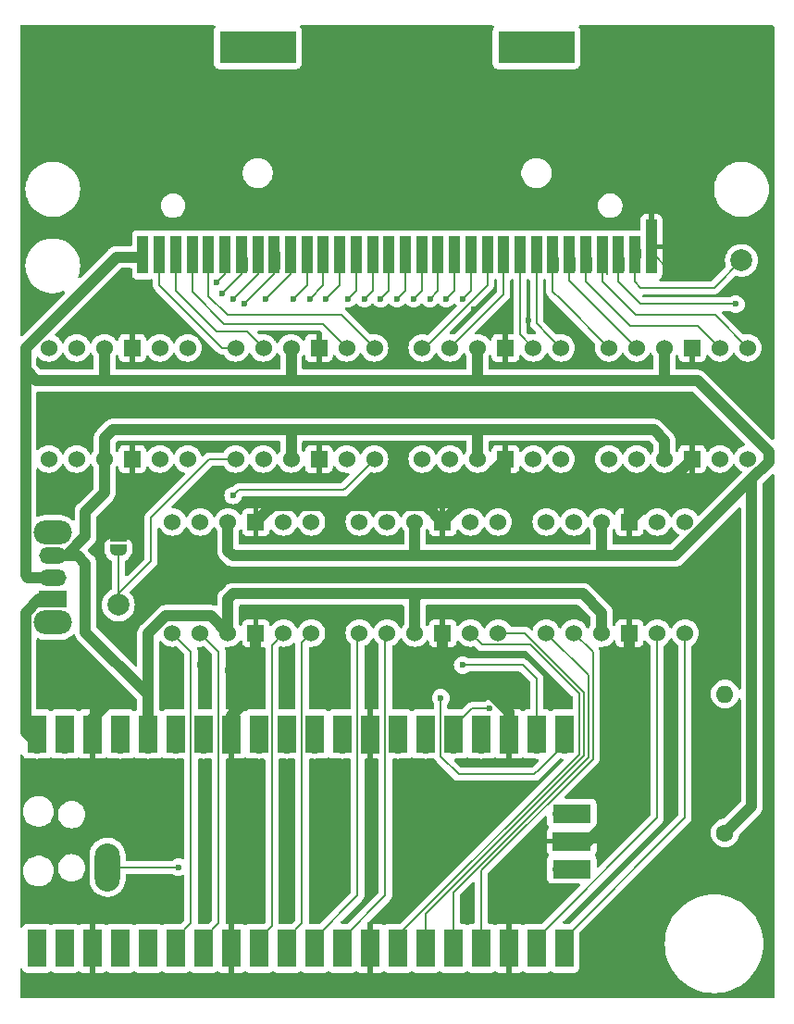
<source format=gbr>
%TF.GenerationSoftware,KiCad,Pcbnew,8.0.1*%
%TF.CreationDate,2024-04-03T17:19:40+02:00*%
%TF.ProjectId,shawazu-gb-dumper,73686177-617a-4752-9d67-622d64756d70,rev?*%
%TF.SameCoordinates,Original*%
%TF.FileFunction,Copper,L1,Top*%
%TF.FilePolarity,Positive*%
%FSLAX46Y46*%
G04 Gerber Fmt 4.6, Leading zero omitted, Abs format (unit mm)*
G04 Created by KiCad (PCBNEW 8.0.1) date 2024-04-03 17:19:40*
%MOMM*%
%LPD*%
G01*
G04 APERTURE LIST*
G04 Aperture macros list*
%AMFreePoly0*
4,1,19,0.500000,-0.750000,0.000000,-0.750000,0.000000,-0.744911,-0.071157,-0.744911,-0.207708,-0.704816,-0.327430,-0.627875,-0.420627,-0.520320,-0.479746,-0.390866,-0.500000,-0.250000,-0.500000,0.250000,-0.479746,0.390866,-0.420627,0.520320,-0.327430,0.627875,-0.207708,0.704816,-0.071157,0.744911,0.000000,0.744911,0.000000,0.750000,0.500000,0.750000,0.500000,-0.750000,0.500000,-0.750000,
$1*%
%AMFreePoly1*
4,1,19,0.000000,0.744911,0.071157,0.744911,0.207708,0.704816,0.327430,0.627875,0.420627,0.520320,0.479746,0.390866,0.500000,0.250000,0.500000,-0.250000,0.479746,-0.390866,0.420627,-0.520320,0.327430,-0.627875,0.207708,-0.704816,0.071157,-0.744911,0.000000,-0.744911,0.000000,-0.750000,-0.500000,-0.750000,-0.500000,0.750000,0.000000,0.750000,0.000000,0.744911,0.000000,0.744911,
$1*%
G04 Aperture macros list end*
%TA.AperFunction,SMDPad,CuDef*%
%ADD10R,7.000000X3.000000*%
%TD*%
%TA.AperFunction,SMDPad,CuDef*%
%ADD11R,1.000000X3.500000*%
%TD*%
%TA.AperFunction,SMDPad,CuDef*%
%ADD12R,1.000000X5.000000*%
%TD*%
%TA.AperFunction,ComponentPad*%
%ADD13R,1.524000X1.524000*%
%TD*%
%TA.AperFunction,ComponentPad*%
%ADD14C,1.524000*%
%TD*%
%TA.AperFunction,SMDPad,CuDef*%
%ADD15FreePoly0,270.000000*%
%TD*%
%TA.AperFunction,SMDPad,CuDef*%
%ADD16FreePoly1,270.000000*%
%TD*%
%TA.AperFunction,ComponentPad*%
%ADD17O,2.300000X4.400000*%
%TD*%
%TA.AperFunction,SMDPad,CuDef*%
%ADD18C,2.000000*%
%TD*%
%TA.AperFunction,ComponentPad*%
%ADD19O,1.700000X1.700000*%
%TD*%
%TA.AperFunction,SMDPad,CuDef*%
%ADD20R,1.700000X3.500000*%
%TD*%
%TA.AperFunction,ComponentPad*%
%ADD21R,1.700000X1.700000*%
%TD*%
%TA.AperFunction,SMDPad,CuDef*%
%ADD22R,3.500000X1.700000*%
%TD*%
%TA.AperFunction,ComponentPad*%
%ADD23C,1.600000*%
%TD*%
%TA.AperFunction,ComponentPad*%
%ADD24O,1.600000X1.600000*%
%TD*%
%TA.AperFunction,ComponentPad*%
%ADD25O,3.500000X2.200000*%
%TD*%
%TA.AperFunction,ComponentPad*%
%ADD26R,2.500000X1.500000*%
%TD*%
%TA.AperFunction,ComponentPad*%
%ADD27O,2.500000X1.500000*%
%TD*%
%TA.AperFunction,ViaPad*%
%ADD28C,0.600000*%
%TD*%
%TA.AperFunction,Conductor*%
%ADD29C,1.000000*%
%TD*%
%TA.AperFunction,Conductor*%
%ADD30C,0.200000*%
%TD*%
G04 APERTURE END LIST*
D10*
%TO.P,J1,*%
%TO.N,*%
X127250000Y-27000000D03*
X152750000Y-27000000D03*
D11*
%TO.P,J1,1,Pin_1*%
%TO.N,PWR*%
X116750000Y-46000000D03*
%TO.P,J1,2,Pin_2*%
%TO.N,CLK*%
X118250000Y-46000000D03*
%TO.P,J1,3,Pin_3*%
%TO.N,~{WR}*%
X119750000Y-46000000D03*
%TO.P,J1,4,Pin_4*%
%TO.N,~{RD}*%
X121250000Y-46000000D03*
%TO.P,J1,5,Pin_5*%
%TO.N,~{CS}*%
X122750000Y-46000000D03*
%TO.P,J1,6,Pin_6*%
%TO.N,A0*%
X124250000Y-46000000D03*
%TO.P,J1,7,Pin_7*%
%TO.N,A1*%
X125750000Y-46000000D03*
%TO.P,J1,8,Pin_8*%
%TO.N,A2*%
X127250000Y-46000000D03*
%TO.P,J1,9,Pin_9*%
%TO.N,A3*%
X128750000Y-46000000D03*
%TO.P,J1,10,Pin_10*%
%TO.N,A4*%
X130250000Y-46000000D03*
%TO.P,J1,11,Pin_11*%
%TO.N,A5*%
X131750000Y-46000000D03*
%TO.P,J1,12,Pin_12*%
%TO.N,A6*%
X133250000Y-46000000D03*
%TO.P,J1,13,Pin_13*%
%TO.N,A7*%
X134750000Y-46000000D03*
%TO.P,J1,14,Pin_14*%
%TO.N,A8*%
X136250000Y-46000000D03*
%TO.P,J1,15,Pin_15*%
%TO.N,A9*%
X137750000Y-46000000D03*
%TO.P,J1,16,Pin_16*%
%TO.N,A10*%
X139250000Y-46000000D03*
%TO.P,J1,17,Pin_17*%
%TO.N,A11*%
X140750000Y-46000000D03*
%TO.P,J1,18,Pin_18*%
%TO.N,A12*%
X142250000Y-46000000D03*
%TO.P,J1,19,Pin_19*%
%TO.N,A13*%
X143750000Y-46000000D03*
%TO.P,J1,20,Pin_20*%
%TO.N,A14*%
X145250000Y-46000000D03*
%TO.P,J1,21,Pin_21*%
%TO.N,A15*%
X146750000Y-46000000D03*
%TO.P,J1,22,Pin_22*%
%TO.N,D0*%
X148250000Y-46000000D03*
%TO.P,J1,23,Pin_23*%
%TO.N,D1*%
X149750000Y-46000000D03*
%TO.P,J1,24,Pin_24*%
%TO.N,D2*%
X151250000Y-46000000D03*
%TO.P,J1,25,Pin_25*%
%TO.N,D3*%
X152750000Y-46000000D03*
%TO.P,J1,26,Pin_26*%
%TO.N,D4*%
X154250000Y-46000000D03*
%TO.P,J1,27,Pin_27*%
%TO.N,D5*%
X155750000Y-46000000D03*
%TO.P,J1,28,Pin_28*%
%TO.N,D6*%
X157250000Y-46000000D03*
%TO.P,J1,29,Pin_29*%
%TO.N,D7*%
X158750000Y-46000000D03*
%TO.P,J1,30,Pin_30*%
%TO.N,~{RST}*%
X160250000Y-46000000D03*
%TO.P,J1,31,Pin_31*%
%TO.N,Audio*%
X161750000Y-46000000D03*
D12*
%TO.P,J1,32,Pin_32*%
%TO.N,GND*%
X163250000Y-45250000D03*
%TD*%
D13*
%TO.P,U1,GND_1,GND*%
%TO.N,GND*%
X115770000Y-54500000D03*
%TO.P,U1,GND_2,GND__1*%
X115770000Y-64660000D03*
D14*
%TO.P,U1,HV,HV*%
%TO.N,PWR*%
X113230000Y-54500000D03*
%TO.P,U1,HV1,HV1*%
%TO.N,A0*%
X108150000Y-54500000D03*
%TO.P,U1,HV2,HV2*%
%TO.N,A1*%
X110690000Y-54500000D03*
%TO.P,U1,HV3,HV3*%
%TO.N,A2*%
X118310000Y-54500000D03*
%TO.P,U1,HV4,HV4*%
%TO.N,A3*%
X120850000Y-54500000D03*
%TO.P,U1,LV,LV*%
%TO.N,+3.3V*%
X113230000Y-64660000D03*
%TO.P,U1,LV1,LV1*%
%TO.N,pico_A0*%
X108150000Y-64660000D03*
%TO.P,U1,LV2,LV2*%
%TO.N,pico_A1*%
X110690000Y-64660000D03*
%TO.P,U1,LV3,LV3*%
%TO.N,pico_A2*%
X118310000Y-64660000D03*
%TO.P,U1,LV4,LV4*%
%TO.N,pico_A3*%
X120850000Y-64660000D03*
%TD*%
D15*
%TO.P,JP1,1,A*%
%TO.N,GND*%
X114500000Y-71700000D03*
D16*
%TO.P,JP1,2,B*%
%TO.N,pico_CLK*%
X114500000Y-73000000D03*
%TD*%
D13*
%TO.P,U4,GND_1,GND*%
%TO.N,GND*%
X167000000Y-54500000D03*
%TO.P,U4,GND_2,GND__1*%
X167000000Y-64660000D03*
D14*
%TO.P,U4,HV,HV*%
%TO.N,PWR*%
X164460000Y-54500000D03*
%TO.P,U4,HV1,HV1*%
%TO.N,D4*%
X159380000Y-54500000D03*
%TO.P,U4,HV2,HV2*%
%TO.N,D5*%
X161920000Y-54500000D03*
%TO.P,U4,HV3,HV3*%
%TO.N,D6*%
X169540000Y-54500000D03*
%TO.P,U4,HV4,HV4*%
%TO.N,D7*%
X172080000Y-54500000D03*
%TO.P,U4,LV,LV*%
%TO.N,+3.3V*%
X164460000Y-64660000D03*
%TO.P,U4,LV1,LV1*%
%TO.N,pico_D4*%
X159380000Y-64660000D03*
%TO.P,U4,LV2,LV2*%
%TO.N,pico_D5*%
X161920000Y-64660000D03*
%TO.P,U4,LV3,LV3*%
%TO.N,pico_D6*%
X169540000Y-64660000D03*
%TO.P,U4,LV4,LV4*%
%TO.N,pico_D7*%
X172080000Y-64660000D03*
%TD*%
D17*
%TO.P,PICO_TP4,1,1*%
%TO.N,pico_D7*%
X113500000Y-102000000D03*
%TD*%
D13*
%TO.P,U3,GND_1,GND*%
%TO.N,GND*%
X149923332Y-54500000D03*
%TO.P,U3,GND_2,GND__1*%
X149923332Y-64660000D03*
D14*
%TO.P,U3,HV,HV*%
%TO.N,PWR*%
X147383332Y-54500000D03*
%TO.P,U3,HV1,HV1*%
%TO.N,D0*%
X142303332Y-54500000D03*
%TO.P,U3,HV2,HV2*%
%TO.N,D1*%
X144843332Y-54500000D03*
%TO.P,U3,HV3,HV3*%
%TO.N,D2*%
X152463332Y-54500000D03*
%TO.P,U3,HV4,HV4*%
%TO.N,D3*%
X155003332Y-54500000D03*
%TO.P,U3,LV,LV*%
%TO.N,+3.3V*%
X147383332Y-64660000D03*
%TO.P,U3,LV1,LV1*%
%TO.N,pico_D0*%
X142303332Y-64660000D03*
%TO.P,U3,LV2,LV2*%
%TO.N,pico_D1*%
X144843332Y-64660000D03*
%TO.P,U3,LV3,LV3*%
%TO.N,pico_D2*%
X152463332Y-64660000D03*
%TO.P,U3,LV4,LV4*%
%TO.N,pico_D3*%
X155003332Y-64660000D03*
%TD*%
D13*
%TO.P,U2,GND_1,GND*%
%TO.N,GND*%
X132846666Y-54500000D03*
%TO.P,U2,GND_2,GND__1*%
X132846666Y-64660000D03*
D14*
%TO.P,U2,HV,HV*%
%TO.N,PWR*%
X130306666Y-54500000D03*
%TO.P,U2,HV1,HV1*%
%TO.N,CLK*%
X125226666Y-54500000D03*
%TO.P,U2,HV2,HV2*%
%TO.N,~{WR}*%
X127766666Y-54500000D03*
%TO.P,U2,HV3,HV3*%
%TO.N,~{RD}*%
X135386666Y-54500000D03*
%TO.P,U2,HV4,HV4*%
%TO.N,~{CS}*%
X137926666Y-54500000D03*
%TO.P,U2,LV,LV*%
%TO.N,+3.3V*%
X130306666Y-64660000D03*
%TO.P,U2,LV1,LV1*%
%TO.N,pico_CLK*%
X125226666Y-64660000D03*
%TO.P,U2,LV2,LV2*%
%TO.N,pico_~{WR}*%
X127766666Y-64660000D03*
%TO.P,U2,LV3,LV3*%
%TO.N,pico_~{RD}*%
X135386666Y-64660000D03*
%TO.P,U2,LV4,LV4*%
%TO.N,pico_~{CS}*%
X137926666Y-64660000D03*
%TD*%
D18*
%TO.P,TP2,1,1*%
%TO.N,pico_CLK*%
X114500000Y-78000000D03*
%TD*%
D13*
%TO.P,U6,GND_1,GND*%
%TO.N,GND*%
X144175000Y-70420000D03*
%TO.P,U6,GND_2,GND__1*%
X144175000Y-80580000D03*
D14*
%TO.P,U6,HV,HV*%
%TO.N,PWR*%
X141635000Y-70420000D03*
%TO.P,U6,HV1,HV1*%
%TO.N,A8*%
X136555000Y-70420000D03*
%TO.P,U6,HV2,HV2*%
%TO.N,A9*%
X139095000Y-70420000D03*
%TO.P,U6,HV3,HV3*%
%TO.N,A10*%
X146715000Y-70420000D03*
%TO.P,U6,HV4,HV4*%
%TO.N,A11*%
X149255000Y-70420000D03*
%TO.P,U6,LV,LV*%
%TO.N,+3.3V*%
X141635000Y-80580000D03*
%TO.P,U6,LV1,LV1*%
%TO.N,pico_A8*%
X136555000Y-80580000D03*
%TO.P,U6,LV2,LV2*%
%TO.N,pico_A9*%
X139095000Y-80580000D03*
%TO.P,U6,LV3,LV3*%
%TO.N,pico_A10*%
X146715000Y-80580000D03*
%TO.P,U6,LV4,LV4*%
%TO.N,pico_A11*%
X149255000Y-80580000D03*
%TD*%
D19*
%TO.P,U8,1,GPIO0*%
%TO.N,pico_A0*%
X107060000Y-108500000D03*
D20*
X107060000Y-109400000D03*
D19*
%TO.P,U8,2,GPIO1*%
%TO.N,pico_A1*%
X109600000Y-108500000D03*
D20*
X109600000Y-109400000D03*
D21*
%TO.P,U8,3,GND*%
%TO.N,GND*%
X112140000Y-108500000D03*
D20*
X112140000Y-109400000D03*
D19*
%TO.P,U8,4,GPIO2*%
%TO.N,pico_A2*%
X114680000Y-108500000D03*
D20*
X114680000Y-109400000D03*
D19*
%TO.P,U8,5,GPIO3*%
%TO.N,pico_A3*%
X117220000Y-108500000D03*
D20*
X117220000Y-109400000D03*
D19*
%TO.P,U8,6,GPIO4*%
%TO.N,pico_A4*%
X119760000Y-108500000D03*
D20*
X119760000Y-109400000D03*
D19*
%TO.P,U8,7,GPIO5*%
%TO.N,pico_A5*%
X122300000Y-108500000D03*
D20*
X122300000Y-109400000D03*
D21*
%TO.P,U8,8,GND*%
%TO.N,GND*%
X124840000Y-108500000D03*
D20*
X124840000Y-109400000D03*
D19*
%TO.P,U8,9,GPIO6*%
%TO.N,pico_A6*%
X127380000Y-108500000D03*
D20*
X127380000Y-109400000D03*
D19*
%TO.P,U8,10,GPIO7*%
%TO.N,pico_A7*%
X129920000Y-108500000D03*
D20*
X129920000Y-109400000D03*
D19*
%TO.P,U8,11,GPIO8*%
%TO.N,pico_A8*%
X132460000Y-108500000D03*
D20*
X132460000Y-109400000D03*
D19*
%TO.P,U8,12,GPIO9*%
%TO.N,pico_A9*%
X135000000Y-108500000D03*
D20*
X135000000Y-109400000D03*
D21*
%TO.P,U8,13,GND*%
%TO.N,GND*%
X137540000Y-108500000D03*
D20*
X137540000Y-109400000D03*
D19*
%TO.P,U8,14,GPIO10*%
%TO.N,pico_A10*%
X140080000Y-108500000D03*
D20*
X140080000Y-109400000D03*
D19*
%TO.P,U8,15,GPIO11*%
%TO.N,pico_A11*%
X142620000Y-108500000D03*
D20*
X142620000Y-109400000D03*
D19*
%TO.P,U8,16,GPIO12*%
%TO.N,pico_A12*%
X145160000Y-108500000D03*
D20*
X145160000Y-109400000D03*
D19*
%TO.P,U8,17,GPIO13*%
%TO.N,pico_A13*%
X147700000Y-108500000D03*
D20*
X147700000Y-109400000D03*
D21*
%TO.P,U8,18,GND*%
%TO.N,GND*%
X150240000Y-108500000D03*
D20*
X150240000Y-109400000D03*
D19*
%TO.P,U8,19,GPIO14*%
%TO.N,pico_A14*%
X152780000Y-108500000D03*
D20*
X152780000Y-109400000D03*
D19*
%TO.P,U8,20,GPIO15*%
%TO.N,pico_A15*%
X155320000Y-108500000D03*
D20*
X155320000Y-109400000D03*
D19*
%TO.P,U8,21,GPIO16*%
%TO.N,pico_D0*%
X155320000Y-90720000D03*
D20*
X155320000Y-89820000D03*
D19*
%TO.P,U8,22,GPIO17*%
%TO.N,pico_D1*%
X152780000Y-90720000D03*
D20*
X152780000Y-89820000D03*
D21*
%TO.P,U8,23,GND*%
%TO.N,GND*%
X150240000Y-90720000D03*
D20*
X150240000Y-89820000D03*
D19*
%TO.P,U8,24,GPIO18*%
%TO.N,pico_D2*%
X147700000Y-90720000D03*
D20*
X147700000Y-89820000D03*
D19*
%TO.P,U8,25,GPIO19*%
%TO.N,pico_D3*%
X145160000Y-90720000D03*
D20*
X145160000Y-89820000D03*
D19*
%TO.P,U8,26,GPIO20*%
%TO.N,pico_D4*%
X142620000Y-90720000D03*
D20*
X142620000Y-89820000D03*
D19*
%TO.P,U8,27,GPIO21*%
%TO.N,pico_D5*%
X140080000Y-90720000D03*
D20*
X140080000Y-89820000D03*
D21*
%TO.P,U8,28,GND*%
%TO.N,GND*%
X137540000Y-90720000D03*
D20*
X137540000Y-89820000D03*
D19*
%TO.P,U8,29,GPIO22*%
%TO.N,pico_D6*%
X135000000Y-90720000D03*
D20*
X135000000Y-89820000D03*
D19*
%TO.P,U8,30,RUN*%
%TO.N,unconnected-(U8-RUN-Pad30)_0*%
X132460000Y-90720000D03*
D20*
%TO.N,unconnected-(U8-RUN-Pad30)*%
X132460000Y-89820000D03*
D19*
%TO.P,U8,31,GPIO26_ADC0*%
%TO.N,pico_~{RD}*%
X129920000Y-90720000D03*
D20*
X129920000Y-89820000D03*
D19*
%TO.P,U8,32,GPIO27_ADC1*%
%TO.N,pico_~{WR}*%
X127380000Y-90720000D03*
D20*
X127380000Y-89820000D03*
D21*
%TO.P,U8,33,AGND*%
%TO.N,GND*%
X124840000Y-90720000D03*
D20*
X124840000Y-89820000D03*
D19*
%TO.P,U8,34,GPIO28_ADC2*%
%TO.N,pico_~{CS}*%
X122300000Y-90720000D03*
D20*
X122300000Y-89820000D03*
D19*
%TO.P,U8,35,ADC_VREF*%
%TO.N,unconnected-(U8-ADC_VREF-Pad35)_0*%
X119760000Y-90720000D03*
D20*
%TO.N,unconnected-(U8-ADC_VREF-Pad35)*%
X119760000Y-89820000D03*
D19*
%TO.P,U8,36,3V3*%
%TO.N,+3.3V*%
X117220000Y-90720000D03*
D20*
X117220000Y-89820000D03*
D19*
%TO.P,U8,37,3V3_EN*%
%TO.N,unconnected-(U8-3V3_EN-Pad37)*%
X114680000Y-90720000D03*
D20*
%TO.N,unconnected-(U8-3V3_EN-Pad37)_0*%
X114680000Y-89820000D03*
D21*
%TO.P,U8,38,GND*%
%TO.N,GND*%
X112140000Y-90720000D03*
D20*
X112140000Y-89820000D03*
D19*
%TO.P,U8,39,VSYS*%
%TO.N,unconnected-(U8-VSYS-Pad39)_0*%
X109600000Y-90720000D03*
D20*
%TO.N,unconnected-(U8-VSYS-Pad39)*%
X109600000Y-89820000D03*
D19*
%TO.P,U8,40,VBUS*%
%TO.N,+5V*%
X107060000Y-90720000D03*
D20*
X107060000Y-89820000D03*
D19*
%TO.P,U8,41,SWCLK*%
%TO.N,unconnected-(U8-SWCLK-Pad41)*%
X155090000Y-102150000D03*
D22*
%TO.N,unconnected-(U8-SWCLK-Pad41)_0*%
X155990000Y-102150000D03*
D21*
%TO.P,U8,42,GND*%
%TO.N,GND*%
X155090000Y-99610000D03*
D22*
X155990000Y-99610000D03*
D19*
%TO.P,U8,43,SWDIO*%
%TO.N,unconnected-(U8-SWDIO-Pad43)*%
X155090000Y-97070000D03*
D22*
%TO.N,unconnected-(U8-SWDIO-Pad43)_0*%
X155990000Y-97070000D03*
%TD*%
D23*
%TO.P,R1,1*%
%TO.N,PWR*%
X170000000Y-98850000D03*
D24*
%TO.P,R1,2*%
%TO.N,~{RST}*%
X170000000Y-86150000D03*
%TD*%
D25*
%TO.P,SW1,*%
%TO.N,*%
X108500000Y-79600000D03*
X108500000Y-71400000D03*
D26*
%TO.P,SW1,1,A*%
%TO.N,+5V*%
X108500000Y-77500000D03*
D27*
%TO.P,SW1,2,B*%
%TO.N,PWR*%
X108500000Y-75500000D03*
%TO.P,SW1,3,C*%
%TO.N,+3.3V*%
X108500000Y-73500000D03*
%TD*%
D18*
%TO.P,TP3,1,1*%
%TO.N,Audio*%
X171500000Y-46500000D03*
%TD*%
D13*
%TO.P,U7,GND_1,GND*%
%TO.N,GND*%
X161270000Y-70420000D03*
%TO.P,U7,GND_2,GND__1*%
X161270000Y-80580000D03*
D14*
%TO.P,U7,HV,HV*%
%TO.N,PWR*%
X158730000Y-70420000D03*
%TO.P,U7,HV1,HV1*%
%TO.N,A12*%
X153650000Y-70420000D03*
%TO.P,U7,HV2,HV2*%
%TO.N,A13*%
X156190000Y-70420000D03*
%TO.P,U7,HV3,HV3*%
%TO.N,A14*%
X163810000Y-70420000D03*
%TO.P,U7,HV4,HV4*%
%TO.N,A15*%
X166350000Y-70420000D03*
%TO.P,U7,LV,LV*%
%TO.N,+3.3V*%
X158730000Y-80580000D03*
%TO.P,U7,LV1,LV1*%
%TO.N,pico_A12*%
X153650000Y-80580000D03*
%TO.P,U7,LV2,LV2*%
%TO.N,pico_A13*%
X156190000Y-80580000D03*
%TO.P,U7,LV3,LV3*%
%TO.N,pico_A14*%
X163810000Y-80580000D03*
%TO.P,U7,LV4,LV4*%
%TO.N,pico_A15*%
X166350000Y-80580000D03*
%TD*%
D13*
%TO.P,U5,GND_1,GND*%
%TO.N,GND*%
X127080000Y-70420000D03*
%TO.P,U5,GND_2,GND__1*%
X127080000Y-80580000D03*
D14*
%TO.P,U5,HV,HV*%
%TO.N,PWR*%
X124540000Y-70420000D03*
%TO.P,U5,HV1,HV1*%
%TO.N,A4*%
X119460000Y-70420000D03*
%TO.P,U5,HV2,HV2*%
%TO.N,A5*%
X122000000Y-70420000D03*
%TO.P,U5,HV3,HV3*%
%TO.N,A6*%
X129620000Y-70420000D03*
%TO.P,U5,HV4,HV4*%
%TO.N,A7*%
X132160000Y-70420000D03*
%TO.P,U5,LV,LV*%
%TO.N,+3.3V*%
X124540000Y-80580000D03*
%TO.P,U5,LV1,LV1*%
%TO.N,pico_A4*%
X119460000Y-80580000D03*
%TO.P,U5,LV2,LV2*%
%TO.N,pico_A5*%
X122000000Y-80580000D03*
%TO.P,U5,LV3,LV3*%
%TO.N,pico_A6*%
X129620000Y-80580000D03*
%TO.P,U5,LV4,LV4*%
%TO.N,pico_A7*%
X132160000Y-80580000D03*
%TD*%
D28*
%TO.N,GND*%
X142000000Y-56000000D03*
X164500000Y-67500000D03*
X147000000Y-67500000D03*
X138000000Y-67500000D03*
X165000000Y-82500000D03*
X147000000Y-51000000D03*
X152000000Y-52000000D03*
X108500000Y-67000000D03*
X109500000Y-56000000D03*
X170500000Y-72000000D03*
X154000000Y-60000000D03*
X150000000Y-51000000D03*
X130500000Y-66500000D03*
X130000000Y-84000000D03*
X122000000Y-83500000D03*
X119500000Y-84000000D03*
X130000000Y-60000000D03*
X127500000Y-59500000D03*
X115000000Y-35500000D03*
X122000000Y-38500000D03*
X162500000Y-35000000D03*
X156500000Y-37500000D03*
X172000000Y-57000000D03*
X165000000Y-59500000D03*
X159000000Y-60000000D03*
X151000000Y-60500000D03*
X146000000Y-59500000D03*
X141500000Y-60500000D03*
X137500000Y-60000000D03*
X134000000Y-60500000D03*
X125000000Y-60000000D03*
X115000000Y-49000000D03*
X119000000Y-59500000D03*
X110500000Y-60500000D03*
X120000000Y-74500000D03*
X124000000Y-75500000D03*
X131000000Y-75500000D03*
X139500000Y-75500000D03*
X148000000Y-75500000D03*
X153500000Y-75000000D03*
X161500000Y-76500000D03*
X158500000Y-75500000D03*
X165500000Y-77500000D03*
X165000000Y-96000000D03*
X163500000Y-104500000D03*
X146500000Y-104500000D03*
X141500000Y-104000000D03*
X144000000Y-97500000D03*
X137500000Y-96000000D03*
X133500000Y-104500000D03*
X130000000Y-94500000D03*
X126000000Y-104500000D03*
X122500000Y-94500000D03*
X117500000Y-105500000D03*
X114000000Y-106000000D03*
X108500000Y-104500000D03*
X112000000Y-94000000D03*
X108500000Y-93500000D03*
X109500000Y-84000000D03*
X140500000Y-85000000D03*
X137500000Y-83500000D03*
X133000000Y-84000000D03*
X124500000Y-84000000D03*
%TO.N,A9*%
X137000000Y-50000000D03*
%TO.N,A13*%
X143000000Y-50000000D03*
%TO.N,A3*%
X126000000Y-50500000D03*
%TO.N,A2*%
X125000000Y-50000000D03*
%TO.N,A0*%
X123500000Y-48500000D03*
%TO.N,A1*%
X124000000Y-49500000D03*
%TO.N,A15*%
X146000000Y-50000000D03*
%TO.N,A14*%
X144500000Y-50000000D03*
%TO.N,A6*%
X132000000Y-50000000D03*
%TO.N,A12*%
X141500000Y-50000000D03*
%TO.N,A8*%
X135500000Y-50000000D03*
%TO.N,A4*%
X128000000Y-50000000D03*
%TO.N,A5*%
X130500000Y-50000000D03*
%TO.N,A11*%
X140000000Y-50000000D03*
%TO.N,~{RST}*%
X171000000Y-50500000D03*
%TO.N,A10*%
X138500000Y-50000000D03*
%TO.N,A7*%
X133500000Y-50000000D03*
%TO.N,GND*%
X158000000Y-67000000D03*
X165000000Y-47500000D03*
X114500000Y-86000000D03*
%TO.N,pico_~{CS}*%
X125000000Y-68000000D03*
%TO.N,pico_D7*%
X120000000Y-102000000D03*
%TO.N,pico_D0*%
X144000000Y-86500000D03*
%TO.N,pico_D3*%
X148500000Y-87500000D03*
%TO.N,pico_D1*%
X146000000Y-83500000D03*
%TD*%
D29*
%TO.N,GND*%
X164500000Y-67160000D02*
X167000000Y-64660000D01*
X164500000Y-67500000D02*
X164500000Y-67160000D01*
X164160000Y-67500000D02*
X164500000Y-67500000D01*
X147083332Y-67500000D02*
X149923332Y-64660000D01*
X147000000Y-67500000D02*
X147083332Y-67500000D01*
X147000000Y-67583332D02*
X147000000Y-67500000D01*
D30*
%TO.N,D2*%
X151250000Y-46000000D02*
X151250000Y-53286668D01*
X151250000Y-53286668D02*
X152463332Y-54500000D01*
%TO.N,A9*%
X137750000Y-46000000D02*
X137750000Y-49250000D01*
X137750000Y-49250000D02*
X137000000Y-50000000D01*
%TO.N,A13*%
X143750000Y-46000000D02*
X143750000Y-49250000D01*
X143750000Y-49250000D02*
X143000000Y-50000000D01*
%TO.N,~{CS}*%
X122750000Y-49750000D02*
X124500000Y-51500000D01*
X134926666Y-51500000D02*
X137926666Y-54500000D01*
X124500000Y-51500000D02*
X134926666Y-51500000D01*
X122750000Y-46000000D02*
X122750000Y-49750000D01*
%TO.N,A3*%
X128750000Y-47750000D02*
X126000000Y-50500000D01*
X129250000Y-46199200D02*
X129250000Y-47250000D01*
X129250000Y-47250000D02*
X129000000Y-47500000D01*
X128750000Y-46000000D02*
X128750000Y-47750000D01*
X129250000Y-46199200D02*
X129250000Y-45750000D01*
%TO.N,Audio*%
X162300800Y-49000000D02*
X161750000Y-48449200D01*
X162250000Y-45449200D02*
X162250000Y-46250000D01*
X162300800Y-49000000D02*
X169000000Y-49000000D01*
X161750000Y-48449200D02*
X161750000Y-46000000D01*
X169000000Y-49000000D02*
X171500000Y-46500000D01*
%TO.N,A2*%
X127750000Y-47600000D02*
X127750000Y-46199200D01*
X127250000Y-46000000D02*
X127250000Y-47750000D01*
X127250000Y-47750000D02*
X125000000Y-50000000D01*
%TO.N,A0*%
X124250000Y-46000000D02*
X124250000Y-47750000D01*
X124250000Y-47750000D02*
X123500000Y-48500000D01*
%TO.N,D5*%
X155750000Y-48330000D02*
X155750000Y-46000000D01*
X161800800Y-54500000D02*
X161920000Y-54500000D01*
X161920000Y-54500000D02*
X155750000Y-48330000D01*
X156250000Y-46199200D02*
X156250000Y-47449200D01*
%TO.N,A1*%
X125750000Y-46000000D02*
X125750000Y-47750000D01*
X125750000Y-47750000D02*
X124000000Y-49500000D01*
X126250000Y-46199200D02*
X126250000Y-47449200D01*
%TO.N,A15*%
X146750000Y-46000000D02*
X146750000Y-49250000D01*
X146750000Y-49250000D02*
X146000000Y-50000000D01*
%TO.N,~{RD}*%
X121250000Y-46000000D02*
X121250000Y-49383514D01*
X133203423Y-52316757D02*
X124183243Y-52316757D01*
X121250000Y-49383514D02*
X124183243Y-52316757D01*
X135386666Y-54500000D02*
X133203423Y-52316757D01*
%TO.N,A14*%
X145250000Y-49250000D02*
X144500000Y-50000000D01*
X145250000Y-46000000D02*
X145250000Y-49250000D01*
%TO.N,D1*%
X149750000Y-49593332D02*
X144843332Y-54500000D01*
X149750000Y-46000000D02*
X149750000Y-49593332D01*
%TO.N,A6*%
X133250000Y-46000000D02*
X133250000Y-48750000D01*
X133250000Y-48750000D02*
X132000000Y-50000000D01*
%TO.N,A12*%
X142250000Y-49250000D02*
X141500000Y-50000000D01*
X142250000Y-46000000D02*
X142250000Y-49250000D01*
%TO.N,A8*%
X136250000Y-46000000D02*
X136250000Y-49250000D01*
X136250000Y-49250000D02*
X135500000Y-50000000D01*
%TO.N,A4*%
X130250000Y-46000000D02*
X130250000Y-47750000D01*
X130250000Y-47750000D02*
X128000000Y-50000000D01*
%TO.N,A5*%
X131750000Y-48750000D02*
X130500000Y-50000000D01*
X131750000Y-46000000D02*
X131750000Y-48750000D01*
%TO.N,A11*%
X140750000Y-46000000D02*
X140750000Y-49250000D01*
X140750000Y-49250000D02*
X140000000Y-50000000D01*
%TO.N,D7*%
X161800800Y-51500000D02*
X158750000Y-48449200D01*
X161800800Y-51500000D02*
X169080000Y-51500000D01*
X169080000Y-51500000D02*
X172080000Y-54500000D01*
X159250000Y-46199200D02*
X159250000Y-47750000D01*
X159250000Y-46199200D02*
X159250000Y-47449200D01*
X158750000Y-48449200D02*
X158750000Y-46000000D01*
%TO.N,D3*%
X152750000Y-46000000D02*
X152750000Y-52246668D01*
X152750000Y-52246668D02*
X154001666Y-53498334D01*
X154001666Y-53498334D02*
X155003332Y-54500000D01*
%TO.N,D0*%
X148250000Y-48750000D02*
X142500000Y-54500000D01*
X142500000Y-54500000D02*
X142303332Y-54500000D01*
X148250000Y-46000000D02*
X148250000Y-48750000D01*
%TO.N,D4*%
X154250000Y-49370000D02*
X154940000Y-50060000D01*
X154750000Y-46199200D02*
X154750000Y-47449200D01*
X154940000Y-50060000D02*
X159380000Y-54500000D01*
X154250000Y-46000000D02*
X154250000Y-49370000D01*
%TO.N,CLK*%
X124000000Y-54500000D02*
X125226666Y-54500000D01*
X118250000Y-46000000D02*
X118250000Y-48750000D01*
X118250000Y-48750000D02*
X124000000Y-54500000D01*
%TO.N,D6*%
X167540000Y-52500000D02*
X169540000Y-54500000D01*
X161300800Y-52500000D02*
X157250000Y-48449200D01*
X157250000Y-48449200D02*
X157250000Y-46000000D01*
X161300800Y-52500000D02*
X167540000Y-52500000D01*
X157750000Y-46199200D02*
X157750000Y-47449200D01*
D29*
%TO.N,PWR*%
X130000000Y-57500000D02*
X113000000Y-57500000D01*
X113000000Y-57500000D02*
X107000000Y-57500000D01*
X170000000Y-98850000D02*
X169850000Y-98850000D01*
X174000000Y-64908291D02*
X172454145Y-66454145D01*
X164460000Y-57460000D02*
X164500000Y-57500000D01*
X113230000Y-57270000D02*
X113000000Y-57500000D01*
X114312509Y-46199200D02*
X116550800Y-46199200D01*
X168250000Y-58250000D02*
X174000000Y-64000000D01*
X130306666Y-57193334D02*
X130000000Y-57500000D01*
X107000000Y-57500000D02*
X106000000Y-56500000D01*
X106000000Y-55500000D02*
X106000000Y-54511709D01*
X141635000Y-70420000D02*
X141635000Y-73365000D01*
X106000000Y-75250000D02*
X106250000Y-75500000D01*
X106000000Y-54511709D02*
X114312509Y-46199200D01*
X106250000Y-75500000D02*
X108500000Y-75500000D01*
X141500000Y-73500000D02*
X159000000Y-73500000D01*
X174000000Y-64000000D02*
X174000000Y-64908291D01*
X124540000Y-70420000D02*
X124540000Y-73040000D01*
X147383332Y-57116668D02*
X147000000Y-57500000D01*
X172454145Y-66454145D02*
X167454145Y-71454145D01*
X167454145Y-71454145D02*
X166908291Y-72000000D01*
X170000000Y-98850000D02*
X172454145Y-96395855D01*
X158730000Y-70420000D02*
X158730000Y-73230000D01*
X125000000Y-73500000D02*
X139632630Y-73500000D01*
X147383332Y-54500000D02*
X147383332Y-57116668D01*
X165408290Y-73500000D02*
X167454145Y-71454145D01*
X106000000Y-55500000D02*
X106000000Y-75250000D01*
X172454145Y-96395855D02*
X172454145Y-66454145D01*
X139632630Y-73500000D02*
X141500000Y-73500000D01*
X130000000Y-57500000D02*
X147000000Y-57500000D01*
X130306666Y-54500000D02*
X130306666Y-57193334D01*
X167500000Y-57500000D02*
X168250000Y-58250000D01*
X106000000Y-56500000D02*
X106000000Y-55500000D01*
X147000000Y-57500000D02*
X164500000Y-57500000D01*
X164500000Y-57500000D02*
X167500000Y-57500000D01*
X164460000Y-54500000D02*
X164460000Y-57460000D01*
X116550800Y-46199200D02*
X116750000Y-46000000D01*
X141635000Y-73365000D02*
X141500000Y-73500000D01*
X113230000Y-54500000D02*
X113230000Y-57270000D01*
X124540000Y-73040000D02*
X125000000Y-73500000D01*
X159000000Y-73500000D02*
X165408290Y-73500000D01*
X158730000Y-73230000D02*
X159000000Y-73500000D01*
D30*
%TO.N,~{RST}*%
X160750000Y-46199200D02*
X160750000Y-47449200D01*
X162300800Y-50500000D02*
X171000000Y-50500000D01*
X162300800Y-50500000D02*
X160250000Y-48449200D01*
X160250000Y-48449200D02*
X160250000Y-46000000D01*
%TO.N,A10*%
X139250000Y-49250000D02*
X138500000Y-50000000D01*
X139250000Y-46000000D02*
X139250000Y-49250000D01*
%TO.N,A7*%
X134750000Y-46000000D02*
X134750000Y-48750000D01*
X134750000Y-48750000D02*
X133500000Y-50000000D01*
D29*
%TO.N,GND*%
X144175000Y-84175000D02*
X144175000Y-80580000D01*
X161270000Y-70420000D02*
X161270000Y-70390000D01*
X144175000Y-70408332D02*
X147000000Y-67583332D01*
X124840000Y-90720000D02*
X124840000Y-88160000D01*
X145000000Y-85000000D02*
X144175000Y-84175000D01*
X161270000Y-70390000D02*
X164160000Y-67500000D01*
X149923332Y-66423332D02*
X150500000Y-67000000D01*
X160000000Y-67000000D02*
X161270000Y-68270000D01*
X150500000Y-67000000D02*
X158000000Y-67000000D01*
X161270000Y-68270000D02*
X161270000Y-70420000D01*
X147414214Y-85000000D02*
X145000000Y-85000000D01*
X144175000Y-70420000D02*
X142663000Y-68908000D01*
X144175000Y-70420000D02*
X144175000Y-70408332D01*
X127080000Y-85920000D02*
X127080000Y-80580000D01*
X150240000Y-87825786D02*
X147414214Y-85000000D01*
X112140000Y-88360000D02*
X114500000Y-86000000D01*
X128592000Y-68908000D02*
X127080000Y-70420000D01*
X161270000Y-95790000D02*
X157450000Y-99610000D01*
X124840000Y-88160000D02*
X127080000Y-85920000D01*
X149923332Y-64660000D02*
X149923332Y-66423332D01*
D30*
X165000000Y-47500000D02*
X163250000Y-45750000D01*
D29*
X142663000Y-68908000D02*
X128592000Y-68908000D01*
X158000000Y-67000000D02*
X160000000Y-67000000D01*
X112140000Y-90720000D02*
X112140000Y-88360000D01*
D30*
X163250000Y-45750000D02*
X163250000Y-45250000D01*
X115770000Y-70430000D02*
X115770000Y-64660000D01*
D29*
X161270000Y-80580000D02*
X161270000Y-95790000D01*
D30*
X114500000Y-71700000D02*
X115770000Y-70430000D01*
D29*
X157450000Y-99610000D02*
X155090000Y-99610000D01*
X150240000Y-90720000D02*
X150240000Y-87825786D01*
D30*
%TO.N,~{WR}*%
X119750000Y-46000000D02*
X119750000Y-49250000D01*
X119750000Y-49250000D02*
X123500000Y-53000000D01*
X126266666Y-53000000D02*
X127766666Y-54500000D01*
X123500000Y-53000000D02*
X126266666Y-53000000D01*
%TO.N,pico_~{CS}*%
X135086666Y-67500000D02*
X125500000Y-67500000D01*
X137926666Y-64660000D02*
X135293333Y-67293333D01*
X135086666Y-67500000D02*
X135293333Y-67293333D01*
X125500000Y-67500000D02*
X125000000Y-68000000D01*
D29*
%TO.N,+5V*%
X108500000Y-77500000D02*
X107262994Y-77500000D01*
X106000000Y-78762994D02*
X107262994Y-77500000D01*
X106000000Y-89660000D02*
X106000000Y-78762994D01*
X107060000Y-90720000D02*
X106000000Y-89660000D01*
%TO.N,+3.3V*%
X140500000Y-77000000D02*
X125000000Y-77000000D01*
X147500000Y-62000000D02*
X147383332Y-62116668D01*
X108500000Y-73500000D02*
X110750000Y-73500000D01*
X109737006Y-73500000D02*
X111500000Y-71737006D01*
X141635000Y-80580000D02*
X141635000Y-77365000D01*
X111500000Y-71737006D02*
X111500000Y-69500000D01*
X114000000Y-62000000D02*
X131500000Y-62000000D01*
X113230000Y-67770000D02*
X111500000Y-69500000D01*
X164460000Y-64660000D02*
X164460000Y-62960000D01*
X142000000Y-77000000D02*
X157000000Y-77000000D01*
X124540000Y-77460000D02*
X124540000Y-80580000D01*
X163500000Y-62000000D02*
X147500000Y-62000000D01*
X158730000Y-78730000D02*
X158730000Y-80580000D01*
X117220000Y-80610998D02*
X118830998Y-79000000D01*
X111500000Y-80500000D02*
X117220000Y-86220000D01*
X117220000Y-86220000D02*
X117220000Y-90720000D01*
X157000000Y-77000000D02*
X158730000Y-78730000D01*
X130306666Y-64660000D02*
X130306666Y-62193334D01*
X140500000Y-77000000D02*
X142000000Y-77000000D01*
X164460000Y-62960000D02*
X163500000Y-62000000D01*
X110750000Y-73500000D02*
X111500000Y-74250000D01*
X147383332Y-62116668D02*
X147383332Y-64660000D01*
X108500000Y-73500000D02*
X109737006Y-73500000D01*
X118830998Y-79000000D02*
X122960000Y-79000000D01*
X113230000Y-64660000D02*
X113230000Y-67770000D01*
X113230000Y-64660000D02*
X113230000Y-62770000D01*
X131500000Y-62000000D02*
X130500000Y-62000000D01*
X113230000Y-62770000D02*
X114000000Y-62000000D01*
X147500000Y-62000000D02*
X131500000Y-62000000D01*
X122960000Y-79000000D02*
X124540000Y-80580000D01*
X117220000Y-90720000D02*
X117220000Y-80610998D01*
X125000000Y-77000000D02*
X124540000Y-77460000D01*
X130306666Y-62193334D02*
X130500000Y-62000000D01*
X111500000Y-74250000D02*
X111500000Y-80500000D01*
X141635000Y-77365000D02*
X142000000Y-77000000D01*
D30*
%TO.N,pico_D7*%
X115000000Y-102000000D02*
X120000000Y-102000000D01*
X113500000Y-102000000D02*
X115000000Y-102000000D01*
%TO.N,pico_CLK*%
X117500000Y-74000000D02*
X117500000Y-70000000D01*
X125226666Y-64660000D02*
X122840000Y-64660000D01*
X114500000Y-77000000D02*
X114500000Y-78000000D01*
X114500000Y-73000000D02*
X114500000Y-77000000D01*
X122840000Y-64660000D02*
X117500000Y-70000000D01*
X117500000Y-74000000D02*
X114500000Y-77000000D01*
%TO.N,pico_D0*%
X155320000Y-90720000D02*
X153020000Y-93020000D01*
X152540000Y-93500000D02*
X153020000Y-93020000D01*
X144000000Y-91860000D02*
X145640000Y-93500000D01*
X145640000Y-93500000D02*
X152540000Y-93500000D01*
X144000000Y-86500000D02*
X144000000Y-91860000D01*
%TO.N,pico_D3*%
X145160000Y-89160000D02*
X146820000Y-87500000D01*
X145160000Y-90720000D02*
X145160000Y-89160000D01*
X146820000Y-87500000D02*
X148500000Y-87500000D01*
%TO.N,pico_D1*%
X152780000Y-84780000D02*
X152780000Y-90720000D01*
X151500000Y-83500000D02*
X152780000Y-84780000D01*
X146000000Y-83500000D02*
X151500000Y-83500000D01*
%TO.N,pico_A7*%
X131310000Y-107110000D02*
X129920000Y-108500000D01*
X132160000Y-80580000D02*
X131310000Y-81430000D01*
X131310000Y-81430000D02*
X131310000Y-107110000D01*
%TO.N,pico_A6*%
X128530000Y-81670000D02*
X128530000Y-107350000D01*
X128530000Y-107350000D02*
X127380000Y-108500000D01*
X129620000Y-80580000D02*
X128530000Y-81670000D01*
%TO.N,pico_A4*%
X119460000Y-80580000D02*
X121150000Y-82270000D01*
X121150000Y-107110000D02*
X119760000Y-108500000D01*
X121150000Y-82270000D02*
X121150000Y-107110000D01*
%TO.N,pico_A5*%
X122000000Y-80580000D02*
X123690000Y-82270000D01*
X123690000Y-82270000D02*
X123690000Y-107110000D01*
X123690000Y-107110000D02*
X122300000Y-108500000D01*
%TO.N,pico_A9*%
X138930000Y-80745000D02*
X138930000Y-104570000D01*
X138930000Y-104570000D02*
X135000000Y-108500000D01*
X139095000Y-80580000D02*
X138930000Y-80745000D01*
%TO.N,pico_A11*%
X157100000Y-86000000D02*
X157100000Y-91768628D01*
X149255000Y-80580000D02*
X151680000Y-80580000D01*
X151680000Y-80580000D02*
X157100000Y-86000000D01*
X142620000Y-106248628D02*
X142620000Y-108500000D01*
X149255000Y-80580000D02*
X148850000Y-80985000D01*
X157100000Y-91768628D02*
X142620000Y-106248628D01*
%TO.N,pico_A8*%
X136390000Y-104570000D02*
X132460000Y-108500000D01*
X136390000Y-80745000D02*
X136390000Y-104570000D01*
X136555000Y-80580000D02*
X136390000Y-80745000D01*
%TO.N,pico_A10*%
X147777000Y-81642000D02*
X152176314Y-81642000D01*
X146715000Y-80580000D02*
X147777000Y-81642000D01*
X156651471Y-91651471D02*
X140080000Y-108222942D01*
X152176314Y-81642000D02*
X156651471Y-86117157D01*
X146310000Y-80985000D02*
X146715000Y-80580000D01*
X140080000Y-108222942D02*
X140080000Y-108500000D01*
X156651471Y-86117157D02*
X156651471Y-91651471D01*
%TO.N,pico_A13*%
X157900000Y-82290000D02*
X157900000Y-92100000D01*
X147700000Y-102300000D02*
X147700000Y-108500000D01*
X156190000Y-80580000D02*
X157900000Y-82290000D01*
X157900000Y-92100000D02*
X147700000Y-102300000D01*
%TO.N,pico_A14*%
X163810000Y-97470000D02*
X152780000Y-108500000D01*
X163810000Y-80580000D02*
X163810000Y-97470000D01*
%TO.N,pico_A15*%
X166350000Y-97470000D02*
X155320000Y-108500000D01*
X166350000Y-80580000D02*
X166350000Y-97470000D01*
%TO.N,pico_A12*%
X145160000Y-104274314D02*
X145160000Y-108500000D01*
X157500000Y-91934314D02*
X145160000Y-104274314D01*
X157500000Y-84430000D02*
X157500000Y-91934314D01*
X153650000Y-80580000D02*
X157500000Y-84430000D01*
%TD*%
%TA.AperFunction,Conductor*%
%TO.N,GND*%
G36*
X119647865Y-65113435D02*
G01*
X119692382Y-65164811D01*
X119752464Y-65293658D01*
X119752468Y-65293666D01*
X119879170Y-65474615D01*
X119879175Y-65474621D01*
X120035378Y-65630824D01*
X120035384Y-65630829D01*
X120216333Y-65757531D01*
X120216335Y-65757532D01*
X120216338Y-65757534D01*
X120416550Y-65850894D01*
X120511408Y-65876311D01*
X120571069Y-65912676D01*
X120601598Y-65975523D01*
X120593304Y-66044898D01*
X120566996Y-66083767D01*
X117131286Y-69519478D01*
X117019481Y-69631282D01*
X117019479Y-69631285D01*
X116994420Y-69674689D01*
X116990787Y-69680983D01*
X116969361Y-69718094D01*
X116969359Y-69718096D01*
X116940425Y-69768209D01*
X116940424Y-69768210D01*
X116935566Y-69786340D01*
X116899499Y-69920943D01*
X116899499Y-69920945D01*
X116899499Y-70089046D01*
X116899500Y-70089059D01*
X116899500Y-73699902D01*
X116879815Y-73766941D01*
X116863181Y-73787583D01*
X115312181Y-75338583D01*
X115250858Y-75372068D01*
X115181166Y-75367084D01*
X115125233Y-75325212D01*
X115100816Y-75259748D01*
X115100500Y-75250902D01*
X115100500Y-74025014D01*
X115120185Y-73957975D01*
X115172989Y-73912220D01*
X115233076Y-73884779D01*
X115233081Y-73884775D01*
X115233094Y-73884770D01*
X115354130Y-73806986D01*
X115462791Y-73712832D01*
X115462794Y-73712829D01*
X115557015Y-73604091D01*
X115634747Y-73483137D01*
X115694517Y-73352259D01*
X115735024Y-73214304D01*
X115755500Y-73071889D01*
X115755500Y-72500000D01*
X115750355Y-72428060D01*
X115709819Y-72290008D01*
X115632031Y-72168968D01*
X115573173Y-72117967D01*
X115523299Y-72074750D01*
X115523297Y-72074748D01*
X115523294Y-72074746D01*
X115523290Y-72074744D01*
X115392419Y-72014976D01*
X115392414Y-72014975D01*
X115250000Y-71994500D01*
X114785763Y-71994500D01*
X114714236Y-71994500D01*
X114285764Y-71994500D01*
X114214237Y-71994500D01*
X113750000Y-71994500D01*
X113749997Y-71994500D01*
X113678059Y-71999644D01*
X113540005Y-72040182D01*
X113418969Y-72117967D01*
X113418965Y-72117971D01*
X113324750Y-72226700D01*
X113324744Y-72226709D01*
X113264976Y-72357580D01*
X113264975Y-72357585D01*
X113244500Y-72499999D01*
X113244500Y-73071889D01*
X113264974Y-73214296D01*
X113264976Y-73214304D01*
X113298517Y-73328536D01*
X113305483Y-73352258D01*
X113365252Y-73483136D01*
X113365253Y-73483138D01*
X113439376Y-73598476D01*
X113440196Y-73599917D01*
X113442988Y-73604098D01*
X113537207Y-73712830D01*
X113537210Y-73712833D01*
X113645864Y-73806981D01*
X113645867Y-73806984D01*
X113645869Y-73806985D01*
X113645870Y-73806986D01*
X113766906Y-73884770D01*
X113766914Y-73884774D01*
X113766923Y-73884779D01*
X113827011Y-73912220D01*
X113879815Y-73957975D01*
X113899500Y-74025014D01*
X113899500Y-76544951D01*
X113879815Y-76611990D01*
X113834518Y-76654006D01*
X113676493Y-76739524D01*
X113480257Y-76892261D01*
X113311833Y-77075217D01*
X113175826Y-77283393D01*
X113075936Y-77511118D01*
X113014892Y-77752175D01*
X113014890Y-77752187D01*
X112994357Y-77999994D01*
X112994357Y-78000005D01*
X113014890Y-78247812D01*
X113014892Y-78247824D01*
X113075936Y-78488881D01*
X113175826Y-78716606D01*
X113311833Y-78924782D01*
X113311836Y-78924785D01*
X113480256Y-79107738D01*
X113676491Y-79260474D01*
X113895190Y-79378828D01*
X114130386Y-79459571D01*
X114375665Y-79500500D01*
X114624335Y-79500500D01*
X114869614Y-79459571D01*
X115104810Y-79378828D01*
X115323509Y-79260474D01*
X115519744Y-79107738D01*
X115688164Y-78924785D01*
X115824173Y-78716607D01*
X115924063Y-78488881D01*
X115985108Y-78247821D01*
X115985109Y-78247812D01*
X116005643Y-78000005D01*
X116005643Y-77999994D01*
X115985109Y-77752187D01*
X115985107Y-77752175D01*
X115924063Y-77511118D01*
X115824173Y-77283393D01*
X115688166Y-77075217D01*
X115671296Y-77056891D01*
X115570234Y-76947109D01*
X115539314Y-76884458D01*
X115547174Y-76815032D01*
X115573782Y-76775451D01*
X117980520Y-74368716D01*
X118059577Y-74231784D01*
X118100501Y-74079057D01*
X118100501Y-73920942D01*
X118100501Y-73913347D01*
X118100500Y-73913329D01*
X118100500Y-71051201D01*
X118120185Y-70984162D01*
X118172989Y-70938407D01*
X118242147Y-70928463D01*
X118305703Y-70957488D01*
X118336882Y-70998797D01*
X118362464Y-71053658D01*
X118362468Y-71053666D01*
X118489170Y-71234615D01*
X118489175Y-71234621D01*
X118645378Y-71390824D01*
X118645384Y-71390829D01*
X118826333Y-71517531D01*
X118826335Y-71517532D01*
X118826338Y-71517534D01*
X119026550Y-71610894D01*
X119239932Y-71668070D01*
X119397123Y-71681822D01*
X119459998Y-71687323D01*
X119460000Y-71687323D01*
X119460002Y-71687323D01*
X119515017Y-71682509D01*
X119680068Y-71668070D01*
X119893450Y-71610894D01*
X120093662Y-71517534D01*
X120274620Y-71390826D01*
X120430826Y-71234620D01*
X120557534Y-71053662D01*
X120617618Y-70924811D01*
X120663790Y-70872371D01*
X120730983Y-70853219D01*
X120797865Y-70873435D01*
X120842382Y-70924811D01*
X120902464Y-71053658D01*
X120902468Y-71053666D01*
X121029170Y-71234615D01*
X121029175Y-71234621D01*
X121185378Y-71390824D01*
X121185384Y-71390829D01*
X121366333Y-71517531D01*
X121366335Y-71517532D01*
X121366338Y-71517534D01*
X121566550Y-71610894D01*
X121779932Y-71668070D01*
X121937123Y-71681822D01*
X121999998Y-71687323D01*
X122000000Y-71687323D01*
X122000002Y-71687323D01*
X122055017Y-71682509D01*
X122220068Y-71668070D01*
X122433450Y-71610894D01*
X122633662Y-71517534D01*
X122814620Y-71390826D01*
X122970826Y-71234620D01*
X123097534Y-71053662D01*
X123157618Y-70924811D01*
X123203790Y-70872371D01*
X123270983Y-70853219D01*
X123337865Y-70873435D01*
X123382382Y-70924811D01*
X123397619Y-70957488D01*
X123442466Y-71053662D01*
X123517076Y-71160216D01*
X123539402Y-71226419D01*
X123539500Y-71231337D01*
X123539500Y-73138543D01*
X123577292Y-73328536D01*
X123577293Y-73328540D01*
X123577949Y-73331835D01*
X123577950Y-73331837D01*
X123653364Y-73513907D01*
X123653371Y-73513920D01*
X123762860Y-73677781D01*
X123762863Y-73677785D01*
X123906537Y-73821459D01*
X123906559Y-73821479D01*
X124219735Y-74134655D01*
X124219764Y-74134686D01*
X124362217Y-74277139D01*
X124418351Y-74314646D01*
X124526086Y-74386632D01*
X124631936Y-74430476D01*
X124708164Y-74462051D01*
X124801014Y-74480520D01*
X124834495Y-74487180D01*
X124901457Y-74500500D01*
X124901459Y-74500500D01*
X165506832Y-74500500D01*
X165557053Y-74490510D01*
X165607276Y-74480520D01*
X165700126Y-74462051D01*
X165776354Y-74430476D01*
X165882204Y-74386632D01*
X166046072Y-74277139D01*
X166185429Y-74137782D01*
X166185430Y-74137779D01*
X166192496Y-74130714D01*
X166192499Y-74130710D01*
X167540223Y-72782986D01*
X167540239Y-72782972D01*
X167546070Y-72777140D01*
X167546073Y-72777139D01*
X168231285Y-72091925D01*
X171241964Y-69081246D01*
X171303287Y-69047761D01*
X171372979Y-69052745D01*
X171428912Y-69094617D01*
X171453329Y-69160081D01*
X171453645Y-69168927D01*
X171453645Y-85630778D01*
X171433960Y-85697817D01*
X171381156Y-85743572D01*
X171311998Y-85753516D01*
X171248442Y-85724491D01*
X171217263Y-85683183D01*
X171130568Y-85497267D01*
X171130567Y-85497265D01*
X171000045Y-85310858D01*
X170839141Y-85149954D01*
X170652734Y-85019432D01*
X170652732Y-85019431D01*
X170446497Y-84923261D01*
X170446488Y-84923258D01*
X170226697Y-84864366D01*
X170226693Y-84864365D01*
X170226692Y-84864365D01*
X170226691Y-84864364D01*
X170226686Y-84864364D01*
X170000002Y-84844532D01*
X169999998Y-84844532D01*
X169773313Y-84864364D01*
X169773302Y-84864366D01*
X169553511Y-84923258D01*
X169553502Y-84923261D01*
X169347267Y-85019431D01*
X169347265Y-85019432D01*
X169160858Y-85149954D01*
X168999954Y-85310858D01*
X168869432Y-85497265D01*
X168869431Y-85497267D01*
X168773261Y-85703502D01*
X168773258Y-85703511D01*
X168714366Y-85923302D01*
X168714364Y-85923313D01*
X168694532Y-86149998D01*
X168694532Y-86150001D01*
X168714364Y-86376686D01*
X168714366Y-86376697D01*
X168773258Y-86596488D01*
X168773261Y-86596497D01*
X168869431Y-86802732D01*
X168869432Y-86802734D01*
X168999954Y-86989141D01*
X169160858Y-87150045D01*
X169207693Y-87182839D01*
X169347266Y-87280568D01*
X169553504Y-87376739D01*
X169773308Y-87435635D01*
X169935230Y-87449801D01*
X169999998Y-87455468D01*
X170000000Y-87455468D01*
X170000002Y-87455468D01*
X170056673Y-87450509D01*
X170226692Y-87435635D01*
X170446496Y-87376739D01*
X170652734Y-87280568D01*
X170839139Y-87150047D01*
X171000047Y-86989139D01*
X171130568Y-86802734D01*
X171217264Y-86616814D01*
X171263435Y-86564377D01*
X171330629Y-86545225D01*
X171397510Y-86565441D01*
X171442845Y-86618606D01*
X171453645Y-86669221D01*
X171453645Y-95930072D01*
X171433960Y-95997111D01*
X171417326Y-96017753D01*
X169911967Y-97523111D01*
X169850644Y-97556596D01*
X169835096Y-97558958D01*
X169773311Y-97564364D01*
X169773302Y-97564366D01*
X169553511Y-97623258D01*
X169553502Y-97623261D01*
X169347267Y-97719431D01*
X169347265Y-97719432D01*
X169160858Y-97849954D01*
X168999954Y-98010858D01*
X168869432Y-98197265D01*
X168869431Y-98197267D01*
X168773261Y-98403502D01*
X168773258Y-98403511D01*
X168714366Y-98623302D01*
X168714364Y-98623313D01*
X168694532Y-98849998D01*
X168694532Y-98850001D01*
X168714364Y-99076686D01*
X168714366Y-99076697D01*
X168773258Y-99296488D01*
X168773261Y-99296497D01*
X168869431Y-99502732D01*
X168869432Y-99502734D01*
X168999954Y-99689141D01*
X169160858Y-99850045D01*
X169160861Y-99850047D01*
X169347266Y-99980568D01*
X169553504Y-100076739D01*
X169773308Y-100135635D01*
X169935230Y-100149801D01*
X169999998Y-100155468D01*
X170000000Y-100155468D01*
X170000002Y-100155468D01*
X170056673Y-100150509D01*
X170226692Y-100135635D01*
X170446496Y-100076739D01*
X170652734Y-99980568D01*
X170839139Y-99850047D01*
X171000047Y-99689139D01*
X171130568Y-99502734D01*
X171226739Y-99296496D01*
X171285635Y-99076692D01*
X171291040Y-99014904D01*
X171316492Y-98949837D01*
X171326879Y-98938039D01*
X173091923Y-97172996D01*
X173091927Y-97172994D01*
X173231284Y-97033637D01*
X173340777Y-96869769D01*
X173416196Y-96687690D01*
X173442120Y-96557362D01*
X173454645Y-96494398D01*
X173454645Y-66919928D01*
X173474330Y-66852889D01*
X173490964Y-66832247D01*
X174287819Y-66035392D01*
X174349142Y-66001907D01*
X174418834Y-66006891D01*
X174474767Y-66048763D01*
X174499184Y-66114227D01*
X174499500Y-66123073D01*
X174499500Y-113875500D01*
X174479815Y-113942539D01*
X174427011Y-113988294D01*
X174375500Y-113999500D01*
X105624500Y-113999500D01*
X105557461Y-113979815D01*
X105511706Y-113927011D01*
X105500500Y-113875500D01*
X105500500Y-111367236D01*
X105520185Y-111300197D01*
X105572989Y-111254442D01*
X105642147Y-111244498D01*
X105705703Y-111273523D01*
X105740682Y-111323903D01*
X105766202Y-111392328D01*
X105766206Y-111392335D01*
X105852452Y-111507544D01*
X105852455Y-111507547D01*
X105967664Y-111593793D01*
X105967671Y-111593797D01*
X106102517Y-111644091D01*
X106102516Y-111644091D01*
X106109444Y-111644835D01*
X106162127Y-111650500D01*
X107957872Y-111650499D01*
X108017483Y-111644091D01*
X108152331Y-111593796D01*
X108255690Y-111516421D01*
X108321152Y-111492004D01*
X108389425Y-111506855D01*
X108404303Y-111516416D01*
X108507076Y-111593352D01*
X108507668Y-111593795D01*
X108507671Y-111593797D01*
X108642517Y-111644091D01*
X108642516Y-111644091D01*
X108649444Y-111644835D01*
X108702127Y-111650500D01*
X110497872Y-111650499D01*
X110557483Y-111644091D01*
X110692331Y-111593796D01*
X110796106Y-111516109D01*
X110861570Y-111491692D01*
X110929843Y-111506543D01*
X110944729Y-111516110D01*
X111047910Y-111593352D01*
X111047913Y-111593354D01*
X111182620Y-111643596D01*
X111182627Y-111643598D01*
X111242155Y-111649999D01*
X111242172Y-111650000D01*
X111890000Y-111650000D01*
X111890000Y-108944560D01*
X111943147Y-108975245D01*
X112072857Y-109010000D01*
X112207143Y-109010000D01*
X112336853Y-108975245D01*
X112390000Y-108944560D01*
X112390000Y-111650000D01*
X113037828Y-111650000D01*
X113037844Y-111649999D01*
X113097372Y-111643598D01*
X113097379Y-111643596D01*
X113232086Y-111593354D01*
X113232089Y-111593352D01*
X113335271Y-111516110D01*
X113400735Y-111491692D01*
X113469008Y-111506543D01*
X113483888Y-111516105D01*
X113587076Y-111593352D01*
X113587668Y-111593795D01*
X113587671Y-111593797D01*
X113722517Y-111644091D01*
X113722516Y-111644091D01*
X113729444Y-111644835D01*
X113782127Y-111650500D01*
X115577872Y-111650499D01*
X115637483Y-111644091D01*
X115772331Y-111593796D01*
X115875690Y-111516421D01*
X115941152Y-111492004D01*
X116009425Y-111506855D01*
X116024303Y-111516416D01*
X116127076Y-111593352D01*
X116127668Y-111593795D01*
X116127671Y-111593797D01*
X116262517Y-111644091D01*
X116262516Y-111644091D01*
X116269444Y-111644835D01*
X116322127Y-111650500D01*
X118117872Y-111650499D01*
X118177483Y-111644091D01*
X118312331Y-111593796D01*
X118415690Y-111516421D01*
X118481152Y-111492004D01*
X118549425Y-111506855D01*
X118564303Y-111516416D01*
X118667076Y-111593352D01*
X118667668Y-111593795D01*
X118667671Y-111593797D01*
X118802517Y-111644091D01*
X118802516Y-111644091D01*
X118809444Y-111644835D01*
X118862127Y-111650500D01*
X120657872Y-111650499D01*
X120717483Y-111644091D01*
X120852331Y-111593796D01*
X120955690Y-111516421D01*
X121021152Y-111492004D01*
X121089425Y-111506855D01*
X121104303Y-111516416D01*
X121207076Y-111593352D01*
X121207668Y-111593795D01*
X121207671Y-111593797D01*
X121342517Y-111644091D01*
X121342516Y-111644091D01*
X121349444Y-111644835D01*
X121402127Y-111650500D01*
X123197872Y-111650499D01*
X123257483Y-111644091D01*
X123392331Y-111593796D01*
X123496106Y-111516109D01*
X123561570Y-111491692D01*
X123629843Y-111506543D01*
X123644729Y-111516110D01*
X123747910Y-111593352D01*
X123747913Y-111593354D01*
X123882620Y-111643596D01*
X123882627Y-111643598D01*
X123942155Y-111649999D01*
X123942172Y-111650000D01*
X124590000Y-111650000D01*
X124590000Y-108944560D01*
X124643147Y-108975245D01*
X124772857Y-109010000D01*
X124907143Y-109010000D01*
X125036853Y-108975245D01*
X125090000Y-108944560D01*
X125090000Y-111650000D01*
X125737828Y-111650000D01*
X125737844Y-111649999D01*
X125797372Y-111643598D01*
X125797379Y-111643596D01*
X125932086Y-111593354D01*
X125932089Y-111593352D01*
X126035271Y-111516110D01*
X126100735Y-111491692D01*
X126169008Y-111506543D01*
X126183888Y-111516105D01*
X126287076Y-111593352D01*
X126287668Y-111593795D01*
X126287671Y-111593797D01*
X126422517Y-111644091D01*
X126422516Y-111644091D01*
X126429444Y-111644835D01*
X126482127Y-111650500D01*
X128277872Y-111650499D01*
X128337483Y-111644091D01*
X128472331Y-111593796D01*
X128575690Y-111516421D01*
X128641152Y-111492004D01*
X128709425Y-111506855D01*
X128724303Y-111516416D01*
X128827076Y-111593352D01*
X128827668Y-111593795D01*
X128827671Y-111593797D01*
X128962517Y-111644091D01*
X128962516Y-111644091D01*
X128969444Y-111644835D01*
X129022127Y-111650500D01*
X130817872Y-111650499D01*
X130877483Y-111644091D01*
X131012331Y-111593796D01*
X131115690Y-111516421D01*
X131181152Y-111492004D01*
X131249425Y-111506855D01*
X131264303Y-111516416D01*
X131367076Y-111593352D01*
X131367668Y-111593795D01*
X131367671Y-111593797D01*
X131502517Y-111644091D01*
X131502516Y-111644091D01*
X131509444Y-111644835D01*
X131562127Y-111650500D01*
X133357872Y-111650499D01*
X133417483Y-111644091D01*
X133552331Y-111593796D01*
X133655690Y-111516421D01*
X133721152Y-111492004D01*
X133789425Y-111506855D01*
X133804303Y-111516416D01*
X133907076Y-111593352D01*
X133907668Y-111593795D01*
X133907671Y-111593797D01*
X134042517Y-111644091D01*
X134042516Y-111644091D01*
X134049444Y-111644835D01*
X134102127Y-111650500D01*
X135897872Y-111650499D01*
X135957483Y-111644091D01*
X136092331Y-111593796D01*
X136196106Y-111516109D01*
X136261570Y-111491692D01*
X136329843Y-111506543D01*
X136344729Y-111516110D01*
X136447910Y-111593352D01*
X136447913Y-111593354D01*
X136582620Y-111643596D01*
X136582627Y-111643598D01*
X136642155Y-111649999D01*
X136642172Y-111650000D01*
X137290000Y-111650000D01*
X137290000Y-108944560D01*
X137343147Y-108975245D01*
X137472857Y-109010000D01*
X137607143Y-109010000D01*
X137736853Y-108975245D01*
X137790000Y-108944560D01*
X137790000Y-111650000D01*
X138437828Y-111650000D01*
X138437844Y-111649999D01*
X138497372Y-111643598D01*
X138497379Y-111643596D01*
X138632086Y-111593354D01*
X138632089Y-111593352D01*
X138735271Y-111516110D01*
X138800735Y-111491692D01*
X138869008Y-111506543D01*
X138883888Y-111516105D01*
X138987076Y-111593352D01*
X138987668Y-111593795D01*
X138987671Y-111593797D01*
X139122517Y-111644091D01*
X139122516Y-111644091D01*
X139129444Y-111644835D01*
X139182127Y-111650500D01*
X140977872Y-111650499D01*
X141037483Y-111644091D01*
X141172331Y-111593796D01*
X141275690Y-111516421D01*
X141341152Y-111492004D01*
X141409425Y-111506855D01*
X141424303Y-111516416D01*
X141527076Y-111593352D01*
X141527668Y-111593795D01*
X141527671Y-111593797D01*
X141662517Y-111644091D01*
X141662516Y-111644091D01*
X141669444Y-111644835D01*
X141722127Y-111650500D01*
X143517872Y-111650499D01*
X143577483Y-111644091D01*
X143712331Y-111593796D01*
X143815690Y-111516421D01*
X143881152Y-111492004D01*
X143949425Y-111506855D01*
X143964303Y-111516416D01*
X144067076Y-111593352D01*
X144067668Y-111593795D01*
X144067671Y-111593797D01*
X144202517Y-111644091D01*
X144202516Y-111644091D01*
X144209444Y-111644835D01*
X144262127Y-111650500D01*
X146057872Y-111650499D01*
X146117483Y-111644091D01*
X146252331Y-111593796D01*
X146355690Y-111516421D01*
X146421152Y-111492004D01*
X146489425Y-111506855D01*
X146504303Y-111516416D01*
X146607076Y-111593352D01*
X146607668Y-111593795D01*
X146607671Y-111593797D01*
X146742517Y-111644091D01*
X146742516Y-111644091D01*
X146749444Y-111644835D01*
X146802127Y-111650500D01*
X148597872Y-111650499D01*
X148657483Y-111644091D01*
X148792331Y-111593796D01*
X148896106Y-111516109D01*
X148961570Y-111491692D01*
X149029843Y-111506543D01*
X149044729Y-111516110D01*
X149147910Y-111593352D01*
X149147913Y-111593354D01*
X149282620Y-111643596D01*
X149282627Y-111643598D01*
X149342155Y-111649999D01*
X149342172Y-111650000D01*
X149990000Y-111650000D01*
X149990000Y-108944560D01*
X150043147Y-108975245D01*
X150172857Y-109010000D01*
X150307143Y-109010000D01*
X150436853Y-108975245D01*
X150490000Y-108944560D01*
X150490000Y-111650000D01*
X151137828Y-111650000D01*
X151137844Y-111649999D01*
X151197372Y-111643598D01*
X151197379Y-111643596D01*
X151332086Y-111593354D01*
X151332089Y-111593352D01*
X151435271Y-111516110D01*
X151500735Y-111491692D01*
X151569008Y-111506543D01*
X151583888Y-111516105D01*
X151687076Y-111593352D01*
X151687668Y-111593795D01*
X151687671Y-111593797D01*
X151822517Y-111644091D01*
X151822516Y-111644091D01*
X151829444Y-111644835D01*
X151882127Y-111650500D01*
X153677872Y-111650499D01*
X153737483Y-111644091D01*
X153872331Y-111593796D01*
X153975690Y-111516421D01*
X154041152Y-111492004D01*
X154109425Y-111506855D01*
X154124303Y-111516416D01*
X154227076Y-111593352D01*
X154227668Y-111593795D01*
X154227671Y-111593797D01*
X154362517Y-111644091D01*
X154362516Y-111644091D01*
X154369444Y-111644835D01*
X154422127Y-111650500D01*
X156217872Y-111650499D01*
X156277483Y-111644091D01*
X156412331Y-111593796D01*
X156527546Y-111507546D01*
X156613796Y-111392331D01*
X156664091Y-111257483D01*
X156670500Y-111197873D01*
X156670499Y-109000000D01*
X164494693Y-109000000D01*
X164513912Y-109415697D01*
X164513912Y-109415702D01*
X164513913Y-109415707D01*
X164571403Y-109827845D01*
X164571405Y-109827853D01*
X164666679Y-110232933D01*
X164798929Y-110627514D01*
X164967010Y-111008177D01*
X164967020Y-111008198D01*
X165169506Y-111371731D01*
X165169509Y-111371735D01*
X165169511Y-111371739D01*
X165404687Y-111715054D01*
X165404689Y-111715056D01*
X165404696Y-111715066D01*
X165666760Y-112030656D01*
X165670538Y-112035206D01*
X165964794Y-112329462D01*
X165964805Y-112329471D01*
X166284933Y-112595303D01*
X166284939Y-112595307D01*
X166284946Y-112595313D01*
X166628261Y-112830489D01*
X166991812Y-113032985D01*
X167182153Y-113117029D01*
X167372485Y-113201070D01*
X167372488Y-113201071D01*
X167372495Y-113201074D01*
X167767064Y-113333320D01*
X168172152Y-113428596D01*
X168584303Y-113486088D01*
X169000000Y-113505307D01*
X169415697Y-113486088D01*
X169827848Y-113428596D01*
X170232936Y-113333320D01*
X170627505Y-113201074D01*
X171008188Y-113032985D01*
X171371739Y-112830489D01*
X171715054Y-112595313D01*
X172035206Y-112329462D01*
X172329462Y-112035206D01*
X172595313Y-111715054D01*
X172830489Y-111371739D01*
X173032985Y-111008188D01*
X173201074Y-110627505D01*
X173333320Y-110232936D01*
X173428596Y-109827848D01*
X173486088Y-109415697D01*
X173505307Y-109000000D01*
X173486088Y-108584303D01*
X173428596Y-108172152D01*
X173333320Y-107767064D01*
X173201074Y-107372495D01*
X173172594Y-107307995D01*
X173101360Y-107146666D01*
X173032985Y-106991812D01*
X172969002Y-106876941D01*
X172830493Y-106628268D01*
X172830492Y-106628267D01*
X172830489Y-106628261D01*
X172595313Y-106284946D01*
X172595307Y-106284939D01*
X172595303Y-106284933D01*
X172329471Y-105964805D01*
X172329462Y-105964794D01*
X172035206Y-105670538D01*
X171922529Y-105576972D01*
X171715066Y-105404696D01*
X171715056Y-105404689D01*
X171715054Y-105404687D01*
X171371739Y-105169511D01*
X171371735Y-105169509D01*
X171371731Y-105169506D01*
X171008198Y-104967020D01*
X171008177Y-104967010D01*
X170627514Y-104798929D01*
X170232933Y-104666679D01*
X169827853Y-104571405D01*
X169827845Y-104571403D01*
X169415707Y-104513913D01*
X169415702Y-104513912D01*
X169415697Y-104513912D01*
X169000000Y-104494693D01*
X168584303Y-104513912D01*
X168584297Y-104513912D01*
X168584292Y-104513913D01*
X168172154Y-104571403D01*
X168172146Y-104571405D01*
X167767066Y-104666679D01*
X167372485Y-104798929D01*
X166991822Y-104967010D01*
X166991801Y-104967020D01*
X166628268Y-105169506D01*
X166628262Y-105169510D01*
X166284943Y-105404689D01*
X166284933Y-105404696D01*
X165964805Y-105670528D01*
X165964785Y-105670546D01*
X165670546Y-105964785D01*
X165670528Y-105964805D01*
X165404696Y-106284933D01*
X165404689Y-106284943D01*
X165169510Y-106628262D01*
X165169506Y-106628268D01*
X164967020Y-106991801D01*
X164967010Y-106991822D01*
X164798929Y-107372485D01*
X164666679Y-107767066D01*
X164571405Y-108172146D01*
X164571403Y-108172154D01*
X164513913Y-108584292D01*
X164513912Y-108584297D01*
X164513912Y-108584303D01*
X164494693Y-109000000D01*
X156670499Y-109000000D01*
X156670499Y-108564386D01*
X156670971Y-108553578D01*
X156675659Y-108500000D01*
X156675659Y-108499999D01*
X156670971Y-108446418D01*
X156670499Y-108435610D01*
X156670499Y-108050097D01*
X156690184Y-107983058D01*
X156706818Y-107962416D01*
X159168734Y-105500500D01*
X166830520Y-97838716D01*
X166909577Y-97701784D01*
X166950501Y-97549057D01*
X166950501Y-97390942D01*
X166950501Y-97383347D01*
X166950500Y-97383329D01*
X166950500Y-81765304D01*
X166970185Y-81698265D01*
X167003375Y-81663730D01*
X167164620Y-81550826D01*
X167320826Y-81394620D01*
X167447534Y-81213662D01*
X167540894Y-81013450D01*
X167598070Y-80800068D01*
X167617323Y-80580000D01*
X167598070Y-80359932D01*
X167540894Y-80146550D01*
X167447534Y-79946339D01*
X167350500Y-79807759D01*
X167320827Y-79765381D01*
X167266066Y-79710620D01*
X167164620Y-79609174D01*
X167164616Y-79609171D01*
X167164615Y-79609170D01*
X166983666Y-79482468D01*
X166983662Y-79482466D01*
X166983660Y-79482465D01*
X166783450Y-79389106D01*
X166783447Y-79389105D01*
X166783445Y-79389104D01*
X166570070Y-79331930D01*
X166570062Y-79331929D01*
X166350002Y-79312677D01*
X166349998Y-79312677D01*
X166129937Y-79331929D01*
X166129929Y-79331930D01*
X165916554Y-79389104D01*
X165916548Y-79389107D01*
X165716340Y-79482465D01*
X165716338Y-79482466D01*
X165535377Y-79609175D01*
X165379175Y-79765377D01*
X165252466Y-79946338D01*
X165252465Y-79946340D01*
X165192382Y-80075189D01*
X165146209Y-80127628D01*
X165079016Y-80146780D01*
X165012135Y-80126564D01*
X164967618Y-80075189D01*
X164922997Y-79979500D01*
X164907534Y-79946339D01*
X164810500Y-79807759D01*
X164780827Y-79765381D01*
X164726066Y-79710620D01*
X164624620Y-79609174D01*
X164624616Y-79609171D01*
X164624615Y-79609170D01*
X164443666Y-79482468D01*
X164443662Y-79482466D01*
X164443660Y-79482465D01*
X164243450Y-79389106D01*
X164243447Y-79389105D01*
X164243445Y-79389104D01*
X164030070Y-79331930D01*
X164030062Y-79331929D01*
X163810002Y-79312677D01*
X163809998Y-79312677D01*
X163589937Y-79331929D01*
X163589929Y-79331930D01*
X163376554Y-79389104D01*
X163376548Y-79389107D01*
X163176340Y-79482465D01*
X163176338Y-79482466D01*
X162995377Y-79609175D01*
X162839175Y-79765377D01*
X162757575Y-79881916D01*
X162702998Y-79925541D01*
X162633500Y-79932735D01*
X162571145Y-79901212D01*
X162535731Y-79840983D01*
X162532000Y-79810793D01*
X162532000Y-79770172D01*
X162531999Y-79770155D01*
X162525598Y-79710627D01*
X162525596Y-79710620D01*
X162475354Y-79575913D01*
X162475350Y-79575906D01*
X162389190Y-79460812D01*
X162389187Y-79460809D01*
X162274093Y-79374649D01*
X162274086Y-79374645D01*
X162139379Y-79324403D01*
X162139372Y-79324401D01*
X162079844Y-79318000D01*
X161520000Y-79318000D01*
X161520000Y-80137748D01*
X161466081Y-80106619D01*
X161336880Y-80072000D01*
X161203120Y-80072000D01*
X161073919Y-80106619D01*
X161020000Y-80137748D01*
X161020000Y-79318000D01*
X160460155Y-79318000D01*
X160400627Y-79324401D01*
X160400620Y-79324403D01*
X160265913Y-79374645D01*
X160265906Y-79374649D01*
X160150812Y-79460809D01*
X160150809Y-79460812D01*
X160064649Y-79575906D01*
X160064645Y-79575913D01*
X160014403Y-79710620D01*
X160014401Y-79710627D01*
X160008000Y-79770155D01*
X160008000Y-79810793D01*
X159988315Y-79877832D01*
X159935511Y-79923587D01*
X159866353Y-79933531D01*
X159802797Y-79904506D01*
X159782425Y-79881916D01*
X159752925Y-79839785D01*
X159730598Y-79773578D01*
X159730500Y-79768662D01*
X159730500Y-78631458D01*
X159730499Y-78631457D01*
X159716202Y-78559577D01*
X159692051Y-78438164D01*
X159646026Y-78327051D01*
X159633944Y-78297883D01*
X159616635Y-78256093D01*
X159616634Y-78256092D01*
X159616632Y-78256086D01*
X159611110Y-78247821D01*
X159507140Y-78092219D01*
X159451740Y-78036819D01*
X159367782Y-77952861D01*
X159367781Y-77952860D01*
X157784208Y-76369288D01*
X157784206Y-76369285D01*
X157784206Y-76369286D01*
X157777139Y-76362219D01*
X157777139Y-76362218D01*
X157637782Y-76222861D01*
X157637781Y-76222860D01*
X157637780Y-76222859D01*
X157473920Y-76113371D01*
X157473911Y-76113366D01*
X157401315Y-76083296D01*
X157345165Y-76060038D01*
X157291836Y-76037949D01*
X157291832Y-76037948D01*
X157291828Y-76037946D01*
X157195188Y-76018724D01*
X157098544Y-75999500D01*
X157098541Y-75999500D01*
X142098541Y-75999500D01*
X140598541Y-75999500D01*
X124901459Y-75999500D01*
X124901455Y-75999500D01*
X124804812Y-76018724D01*
X124708167Y-76037947D01*
X124708161Y-76037949D01*
X124654834Y-76060037D01*
X124654834Y-76060038D01*
X124609315Y-76078892D01*
X124526089Y-76113366D01*
X124526079Y-76113371D01*
X124362219Y-76222859D01*
X124307940Y-76277139D01*
X124222861Y-76362218D01*
X124222858Y-76362221D01*
X123902221Y-76682858D01*
X123902218Y-76682861D01*
X123864727Y-76720352D01*
X123762859Y-76822219D01*
X123653371Y-76986079D01*
X123653364Y-76986092D01*
X123606788Y-77098540D01*
X123606788Y-77098541D01*
X123577948Y-77168165D01*
X123577947Y-77168170D01*
X123569992Y-77208164D01*
X123539500Y-77361455D01*
X123539500Y-77971523D01*
X123519815Y-78038562D01*
X123467011Y-78084317D01*
X123397853Y-78094261D01*
X123368049Y-78086085D01*
X123335974Y-78072799D01*
X123305165Y-78060038D01*
X123251836Y-78037949D01*
X123251832Y-78037948D01*
X123251828Y-78037946D01*
X123155188Y-78018724D01*
X123058544Y-77999500D01*
X123058541Y-77999500D01*
X118732457Y-77999500D01*
X118732453Y-77999500D01*
X118635810Y-78018724D01*
X118539165Y-78037947D01*
X118539159Y-78037949D01*
X118485832Y-78060037D01*
X118485832Y-78060038D01*
X118454566Y-78072989D01*
X118357087Y-78113366D01*
X118357077Y-78113371D01*
X118193217Y-78222859D01*
X118123538Y-78292538D01*
X118053859Y-78362218D01*
X118053856Y-78362221D01*
X116582221Y-79833856D01*
X116582218Y-79833859D01*
X116538245Y-79877832D01*
X116442859Y-79973217D01*
X116333371Y-80137077D01*
X116333364Y-80137090D01*
X116257950Y-80319158D01*
X116257947Y-80319168D01*
X116219500Y-80512454D01*
X116219500Y-83505217D01*
X116199815Y-83572256D01*
X116147011Y-83618011D01*
X116077853Y-83627955D01*
X116014297Y-83598930D01*
X116007819Y-83592898D01*
X112536819Y-80121898D01*
X112503334Y-80060575D01*
X112500500Y-80034217D01*
X112500500Y-74151456D01*
X112500499Y-74151454D01*
X112462052Y-73958170D01*
X112462051Y-73958167D01*
X112462051Y-73958165D01*
X112456390Y-73944499D01*
X112424613Y-73867781D01*
X112386635Y-73776091D01*
X112386628Y-73776079D01*
X112277139Y-73612218D01*
X112277136Y-73612214D01*
X112134686Y-73469764D01*
X112134655Y-73469735D01*
X111746103Y-73081183D01*
X111712618Y-73019860D01*
X111717602Y-72950168D01*
X111746099Y-72905826D01*
X112137778Y-72514147D01*
X112137782Y-72514145D01*
X112277139Y-72374788D01*
X112386632Y-72210920D01*
X112462051Y-72028841D01*
X112500500Y-71835547D01*
X112500500Y-69965782D01*
X112520185Y-69898743D01*
X112536819Y-69878101D01*
X113254840Y-69160081D01*
X114007139Y-68407782D01*
X114116631Y-68243915D01*
X114116632Y-68243914D01*
X114176036Y-68100500D01*
X114192051Y-68061836D01*
X114192501Y-68059577D01*
X114230499Y-67868545D01*
X114230500Y-67868543D01*
X114230500Y-65471337D01*
X114250185Y-65404298D01*
X114252896Y-65400254D01*
X114282427Y-65358081D01*
X114337003Y-65314458D01*
X114406501Y-65307266D01*
X114468856Y-65338788D01*
X114504269Y-65399018D01*
X114508000Y-65429207D01*
X114508000Y-65469844D01*
X114514401Y-65529372D01*
X114514403Y-65529379D01*
X114564645Y-65664086D01*
X114564649Y-65664093D01*
X114650809Y-65779187D01*
X114650812Y-65779190D01*
X114765906Y-65865350D01*
X114765913Y-65865354D01*
X114900620Y-65915596D01*
X114900627Y-65915598D01*
X114960155Y-65921999D01*
X114960172Y-65922000D01*
X115520000Y-65922000D01*
X115520000Y-65102251D01*
X115573919Y-65133381D01*
X115703120Y-65168000D01*
X115836880Y-65168000D01*
X115966081Y-65133381D01*
X116020000Y-65102251D01*
X116020000Y-65922000D01*
X116579828Y-65922000D01*
X116579844Y-65921999D01*
X116639372Y-65915598D01*
X116639379Y-65915596D01*
X116774086Y-65865354D01*
X116774093Y-65865350D01*
X116889187Y-65779190D01*
X116889190Y-65779187D01*
X116975350Y-65664093D01*
X116975354Y-65664086D01*
X117025596Y-65529379D01*
X117025598Y-65529372D01*
X117031999Y-65469844D01*
X117032000Y-65469827D01*
X117032000Y-65429207D01*
X117051685Y-65362168D01*
X117104489Y-65316413D01*
X117173647Y-65306469D01*
X117237203Y-65335494D01*
X117257573Y-65358082D01*
X117286236Y-65399017D01*
X117339170Y-65474615D01*
X117339175Y-65474621D01*
X117495378Y-65630824D01*
X117495384Y-65630829D01*
X117676333Y-65757531D01*
X117676335Y-65757532D01*
X117676338Y-65757534D01*
X117876550Y-65850894D01*
X118089932Y-65908070D01*
X118236743Y-65920914D01*
X118309998Y-65927323D01*
X118310000Y-65927323D01*
X118310002Y-65927323D01*
X118365017Y-65922509D01*
X118530068Y-65908070D01*
X118743450Y-65850894D01*
X118943662Y-65757534D01*
X119124620Y-65630826D01*
X119280826Y-65474620D01*
X119407534Y-65293662D01*
X119467618Y-65164811D01*
X119513790Y-65112371D01*
X119580983Y-65093219D01*
X119647865Y-65113435D01*
G37*
%TD.AperFunction*%
%TA.AperFunction,Conductor*%
G36*
X112390000Y-92070000D02*
G01*
X113037828Y-92070000D01*
X113037844Y-92069999D01*
X113097372Y-92063598D01*
X113097379Y-92063596D01*
X113232086Y-92013354D01*
X113232089Y-92013352D01*
X113335271Y-91936110D01*
X113400735Y-91911692D01*
X113469008Y-91926543D01*
X113483888Y-91936105D01*
X113587076Y-92013352D01*
X113587668Y-92013795D01*
X113587671Y-92013797D01*
X113722517Y-92064091D01*
X113722516Y-92064091D01*
X113729444Y-92064835D01*
X113782127Y-92070500D01*
X114615613Y-92070499D01*
X114626422Y-92070971D01*
X114680000Y-92075659D01*
X114733578Y-92070971D01*
X114744387Y-92070499D01*
X115577871Y-92070499D01*
X115577872Y-92070499D01*
X115637483Y-92064091D01*
X115772331Y-92013796D01*
X115875690Y-91936421D01*
X115941152Y-91912004D01*
X116009425Y-91926855D01*
X116024303Y-91936416D01*
X116127076Y-92013352D01*
X116127668Y-92013795D01*
X116127671Y-92013797D01*
X116262517Y-92064091D01*
X116262516Y-92064091D01*
X116269444Y-92064835D01*
X116322127Y-92070500D01*
X117155613Y-92070499D01*
X117166422Y-92070971D01*
X117220000Y-92075659D01*
X117273578Y-92070971D01*
X117284387Y-92070499D01*
X118117871Y-92070499D01*
X118117872Y-92070499D01*
X118177483Y-92064091D01*
X118312331Y-92013796D01*
X118415690Y-91936421D01*
X118481152Y-91912004D01*
X118549425Y-91926855D01*
X118564303Y-91936416D01*
X118667076Y-92013352D01*
X118667668Y-92013795D01*
X118667671Y-92013797D01*
X118802517Y-92064091D01*
X118802516Y-92064091D01*
X118809444Y-92064835D01*
X118862127Y-92070500D01*
X119695613Y-92070499D01*
X119706422Y-92070971D01*
X119760000Y-92075659D01*
X119813578Y-92070971D01*
X119824387Y-92070499D01*
X120425500Y-92070499D01*
X120492539Y-92090184D01*
X120538294Y-92142988D01*
X120549500Y-92194499D01*
X120549500Y-101175503D01*
X120529815Y-101242542D01*
X120477011Y-101288297D01*
X120407853Y-101298241D01*
X120359532Y-101280499D01*
X120349526Y-101274212D01*
X120179254Y-101214631D01*
X120179249Y-101214630D01*
X120000004Y-101194435D01*
X119999996Y-101194435D01*
X119820750Y-101214630D01*
X119820745Y-101214631D01*
X119650476Y-101274211D01*
X119497736Y-101370185D01*
X119494903Y-101372445D01*
X119492724Y-101373334D01*
X119491842Y-101373889D01*
X119491744Y-101373734D01*
X119430217Y-101398855D01*
X119417588Y-101399500D01*
X115274500Y-101399500D01*
X115207461Y-101379815D01*
X115161706Y-101327011D01*
X115150500Y-101275500D01*
X115150500Y-100820097D01*
X115128947Y-100684021D01*
X115109860Y-100563507D01*
X115029579Y-100316428D01*
X115029577Y-100316425D01*
X115029577Y-100316423D01*
X114947565Y-100155468D01*
X114911634Y-100084949D01*
X114758931Y-99874771D01*
X114575229Y-99691069D01*
X114572573Y-99689139D01*
X114365054Y-99538368D01*
X114365053Y-99538367D01*
X114365051Y-99538366D01*
X114292764Y-99501534D01*
X114133576Y-99420422D01*
X113886493Y-99340140D01*
X113629902Y-99299500D01*
X113629897Y-99299500D01*
X113370103Y-99299500D01*
X113370098Y-99299500D01*
X113113506Y-99340140D01*
X112866423Y-99420422D01*
X112634945Y-99538368D01*
X112424774Y-99691066D01*
X112424768Y-99691071D01*
X112241071Y-99874768D01*
X112241066Y-99874774D01*
X112088368Y-100084945D01*
X111970422Y-100316423D01*
X111890140Y-100563506D01*
X111849500Y-100820097D01*
X111849500Y-103179902D01*
X111890140Y-103436493D01*
X111970422Y-103683576D01*
X112051534Y-103842764D01*
X112088366Y-103915051D01*
X112241069Y-104125229D01*
X112424771Y-104308931D01*
X112634949Y-104461634D01*
X112737550Y-104513912D01*
X112866423Y-104579577D01*
X112866425Y-104579577D01*
X112866428Y-104579579D01*
X113113507Y-104659860D01*
X113245706Y-104680797D01*
X113370098Y-104700500D01*
X113370103Y-104700500D01*
X113629902Y-104700500D01*
X113743298Y-104682539D01*
X113886493Y-104659860D01*
X114133572Y-104579579D01*
X114365051Y-104461634D01*
X114575229Y-104308931D01*
X114758931Y-104125229D01*
X114911634Y-103915051D01*
X115029579Y-103683572D01*
X115109860Y-103436493D01*
X115136038Y-103271207D01*
X115150500Y-103179902D01*
X115150500Y-102724500D01*
X115170185Y-102657461D01*
X115222989Y-102611706D01*
X115274500Y-102600500D01*
X119417588Y-102600500D01*
X119484627Y-102620185D01*
X119494903Y-102627555D01*
X119497736Y-102629814D01*
X119497738Y-102629816D01*
X119610234Y-102700502D01*
X119648426Y-102724500D01*
X119650478Y-102725789D01*
X119788649Y-102774137D01*
X119820745Y-102785368D01*
X119820750Y-102785369D01*
X119999996Y-102805565D01*
X120000000Y-102805565D01*
X120000004Y-102805565D01*
X120179249Y-102785369D01*
X120179252Y-102785368D01*
X120179255Y-102785368D01*
X120349522Y-102725789D01*
X120349524Y-102725788D01*
X120359527Y-102719503D01*
X120426764Y-102700502D01*
X120493599Y-102720869D01*
X120538814Y-102774137D01*
X120549500Y-102824496D01*
X120549500Y-106809902D01*
X120529815Y-106876941D01*
X120513181Y-106897583D01*
X120297583Y-107113181D01*
X120236260Y-107146666D01*
X120209902Y-107149500D01*
X119824383Y-107149500D01*
X119813576Y-107149028D01*
X119760002Y-107144341D01*
X119759999Y-107144341D01*
X119732154Y-107146777D01*
X119706421Y-107149028D01*
X119695616Y-107149500D01*
X118862129Y-107149500D01*
X118862123Y-107149501D01*
X118802516Y-107155908D01*
X118667671Y-107206202D01*
X118667669Y-107206203D01*
X118564311Y-107283578D01*
X118498847Y-107307995D01*
X118430574Y-107293144D01*
X118415689Y-107283578D01*
X118312330Y-107206203D01*
X118312328Y-107206202D01*
X118177482Y-107155908D01*
X118177483Y-107155908D01*
X118117883Y-107149501D01*
X118117881Y-107149500D01*
X118117873Y-107149500D01*
X118117865Y-107149500D01*
X117284383Y-107149500D01*
X117273576Y-107149028D01*
X117220002Y-107144341D01*
X117219999Y-107144341D01*
X117192154Y-107146777D01*
X117166421Y-107149028D01*
X117155616Y-107149500D01*
X116322129Y-107149500D01*
X116322123Y-107149501D01*
X116262516Y-107155908D01*
X116127671Y-107206202D01*
X116127669Y-107206203D01*
X116024311Y-107283578D01*
X115958847Y-107307995D01*
X115890574Y-107293144D01*
X115875689Y-107283578D01*
X115772330Y-107206203D01*
X115772328Y-107206202D01*
X115637482Y-107155908D01*
X115637483Y-107155908D01*
X115577883Y-107149501D01*
X115577881Y-107149500D01*
X115577873Y-107149500D01*
X115577865Y-107149500D01*
X114744383Y-107149500D01*
X114733576Y-107149028D01*
X114680002Y-107144341D01*
X114679999Y-107144341D01*
X114652154Y-107146777D01*
X114626421Y-107149028D01*
X114615616Y-107149500D01*
X113782129Y-107149500D01*
X113782123Y-107149501D01*
X113722516Y-107155908D01*
X113587671Y-107206202D01*
X113587669Y-107206204D01*
X113483894Y-107283890D01*
X113418430Y-107308307D01*
X113350157Y-107293456D01*
X113335272Y-107283890D01*
X113232088Y-107206646D01*
X113232086Y-107206645D01*
X113097379Y-107156403D01*
X113097372Y-107156401D01*
X113037844Y-107150000D01*
X112390000Y-107150000D01*
X112390000Y-108055439D01*
X112336853Y-108024755D01*
X112207143Y-107990000D01*
X112072857Y-107990000D01*
X111943147Y-108024755D01*
X111890000Y-108055439D01*
X111890000Y-107150000D01*
X111242155Y-107150000D01*
X111182627Y-107156401D01*
X111182620Y-107156403D01*
X111047913Y-107206645D01*
X111047910Y-107206647D01*
X110944727Y-107283890D01*
X110879262Y-107308307D01*
X110810989Y-107293455D01*
X110796105Y-107283889D01*
X110692335Y-107206206D01*
X110692328Y-107206202D01*
X110557482Y-107155908D01*
X110557483Y-107155908D01*
X110497883Y-107149501D01*
X110497881Y-107149500D01*
X110497873Y-107149500D01*
X110497865Y-107149500D01*
X109664383Y-107149500D01*
X109653576Y-107149028D01*
X109600002Y-107144341D01*
X109599999Y-107144341D01*
X109572154Y-107146777D01*
X109546421Y-107149028D01*
X109535616Y-107149500D01*
X108702129Y-107149500D01*
X108702123Y-107149501D01*
X108642516Y-107155908D01*
X108507671Y-107206202D01*
X108507669Y-107206203D01*
X108404311Y-107283578D01*
X108338847Y-107307995D01*
X108270574Y-107293144D01*
X108255689Y-107283578D01*
X108152330Y-107206203D01*
X108152328Y-107206202D01*
X108017482Y-107155908D01*
X108017483Y-107155908D01*
X107957883Y-107149501D01*
X107957881Y-107149500D01*
X107957873Y-107149500D01*
X107957865Y-107149500D01*
X107124383Y-107149500D01*
X107113576Y-107149028D01*
X107060002Y-107144341D01*
X107059999Y-107144341D01*
X107032154Y-107146777D01*
X107006421Y-107149028D01*
X106995616Y-107149500D01*
X106162129Y-107149500D01*
X106162123Y-107149501D01*
X106102516Y-107155908D01*
X105967671Y-107206202D01*
X105967664Y-107206206D01*
X105852455Y-107292452D01*
X105852452Y-107292455D01*
X105766206Y-107407664D01*
X105766202Y-107407671D01*
X105740682Y-107476096D01*
X105698811Y-107532030D01*
X105633347Y-107556447D01*
X105565074Y-107541595D01*
X105515668Y-107492190D01*
X105500500Y-107432763D01*
X105500500Y-102335006D01*
X105784700Y-102335006D01*
X105803864Y-102566297D01*
X105803866Y-102566308D01*
X105860842Y-102791300D01*
X105954075Y-103003848D01*
X106081016Y-103198147D01*
X106081019Y-103198151D01*
X106081021Y-103198153D01*
X106238216Y-103368913D01*
X106238219Y-103368915D01*
X106238222Y-103368918D01*
X106421365Y-103511464D01*
X106421371Y-103511468D01*
X106421374Y-103511470D01*
X106625497Y-103621936D01*
X106684367Y-103642146D01*
X106845015Y-103697297D01*
X106845017Y-103697297D01*
X106845019Y-103697298D01*
X107073951Y-103735500D01*
X107073952Y-103735500D01*
X107306048Y-103735500D01*
X107306049Y-103735500D01*
X107534981Y-103697298D01*
X107754503Y-103621936D01*
X107958626Y-103511470D01*
X107972721Y-103500500D01*
X108107329Y-103395730D01*
X108141784Y-103368913D01*
X108298979Y-103198153D01*
X108425924Y-103003849D01*
X108519157Y-102791300D01*
X108576134Y-102566305D01*
X108578889Y-102533057D01*
X108595300Y-102335006D01*
X108595300Y-102334993D01*
X108576135Y-102103702D01*
X108576133Y-102103691D01*
X108558738Y-102035002D01*
X108964723Y-102035002D01*
X108970733Y-102103695D01*
X108978306Y-102190264D01*
X108983793Y-102252975D01*
X108983793Y-102252979D01*
X109040422Y-102464322D01*
X109040424Y-102464326D01*
X109040425Y-102464330D01*
X109072473Y-102533057D01*
X109132897Y-102662638D01*
X109132898Y-102662639D01*
X109258402Y-102841877D01*
X109413123Y-102996598D01*
X109592361Y-103122102D01*
X109790670Y-103214575D01*
X110002023Y-103271207D01*
X110184926Y-103287208D01*
X110219998Y-103290277D01*
X110220000Y-103290277D01*
X110220002Y-103290277D01*
X110248254Y-103287805D01*
X110437977Y-103271207D01*
X110649330Y-103214575D01*
X110847639Y-103122102D01*
X111026877Y-102996598D01*
X111181598Y-102841877D01*
X111307102Y-102662639D01*
X111399575Y-102464330D01*
X111456207Y-102252977D01*
X111475277Y-102035000D01*
X111456207Y-101817023D01*
X111399575Y-101605670D01*
X111307102Y-101407362D01*
X111307100Y-101407359D01*
X111307099Y-101407357D01*
X111181599Y-101228124D01*
X111112005Y-101158530D01*
X111026877Y-101073402D01*
X110856204Y-100953895D01*
X110847638Y-100947897D01*
X110720109Y-100888430D01*
X110649330Y-100855425D01*
X110649326Y-100855424D01*
X110649322Y-100855422D01*
X110437977Y-100798793D01*
X110220002Y-100779723D01*
X110219998Y-100779723D01*
X110074682Y-100792436D01*
X110002023Y-100798793D01*
X110002020Y-100798793D01*
X109790677Y-100855422D01*
X109790670Y-100855424D01*
X109790670Y-100855425D01*
X109765631Y-100867100D01*
X109592361Y-100947898D01*
X109592357Y-100947900D01*
X109413121Y-101073402D01*
X109258402Y-101228121D01*
X109132900Y-101407357D01*
X109132898Y-101407361D01*
X109040426Y-101605668D01*
X109040422Y-101605677D01*
X108983793Y-101817020D01*
X108983793Y-101817024D01*
X108964723Y-102034997D01*
X108964723Y-102035002D01*
X108558738Y-102035002D01*
X108519157Y-101878699D01*
X108425924Y-101666151D01*
X108298983Y-101471852D01*
X108298980Y-101471849D01*
X108298979Y-101471847D01*
X108141784Y-101301087D01*
X108141779Y-101301083D01*
X108141777Y-101301081D01*
X107958634Y-101158535D01*
X107958628Y-101158531D01*
X107754504Y-101048064D01*
X107754495Y-101048061D01*
X107534984Y-100972702D01*
X107353715Y-100942454D01*
X107306049Y-100934500D01*
X107073951Y-100934500D01*
X107046930Y-100939009D01*
X106845015Y-100972702D01*
X106625504Y-101048061D01*
X106625495Y-101048064D01*
X106421371Y-101158531D01*
X106421365Y-101158535D01*
X106238222Y-101301081D01*
X106238219Y-101301084D01*
X106238216Y-101301086D01*
X106238216Y-101301087D01*
X106179267Y-101365122D01*
X106081016Y-101471852D01*
X105954075Y-101666151D01*
X105860842Y-101878699D01*
X105803866Y-102103691D01*
X105803864Y-102103702D01*
X105784700Y-102334993D01*
X105784700Y-102335006D01*
X105500500Y-102335006D01*
X105500500Y-96885006D01*
X105784700Y-96885006D01*
X105803864Y-97116297D01*
X105803866Y-97116308D01*
X105860842Y-97341300D01*
X105954075Y-97553848D01*
X106081016Y-97748147D01*
X106081019Y-97748151D01*
X106081021Y-97748153D01*
X106238216Y-97918913D01*
X106238219Y-97918915D01*
X106238222Y-97918918D01*
X106421365Y-98061464D01*
X106421371Y-98061468D01*
X106421374Y-98061470D01*
X106578667Y-98146593D01*
X106607748Y-98162331D01*
X106625497Y-98171936D01*
X106699278Y-98197265D01*
X106845015Y-98247297D01*
X106845017Y-98247297D01*
X106845019Y-98247298D01*
X107073951Y-98285500D01*
X107073952Y-98285500D01*
X107306048Y-98285500D01*
X107306049Y-98285500D01*
X107534981Y-98247298D01*
X107754503Y-98171936D01*
X107958626Y-98061470D01*
X108141784Y-97918913D01*
X108298979Y-97748153D01*
X108425924Y-97553849D01*
X108519157Y-97341300D01*
X108558737Y-97185002D01*
X108964723Y-97185002D01*
X108969267Y-97236940D01*
X108983554Y-97400249D01*
X108983793Y-97402975D01*
X108983793Y-97402979D01*
X109040422Y-97614322D01*
X109040424Y-97614326D01*
X109040425Y-97614330D01*
X109081206Y-97701785D01*
X109132897Y-97812638D01*
X109132898Y-97812639D01*
X109258402Y-97991877D01*
X109413123Y-98146598D01*
X109592361Y-98272102D01*
X109790670Y-98364575D01*
X110002023Y-98421207D01*
X110184926Y-98437208D01*
X110219998Y-98440277D01*
X110220000Y-98440277D01*
X110220002Y-98440277D01*
X110248254Y-98437805D01*
X110437977Y-98421207D01*
X110649330Y-98364575D01*
X110847639Y-98272102D01*
X111026877Y-98146598D01*
X111181598Y-97991877D01*
X111307102Y-97812639D01*
X111399575Y-97614330D01*
X111456207Y-97402977D01*
X111475277Y-97185000D01*
X111474845Y-97180067D01*
X111469266Y-97116297D01*
X111456207Y-96967023D01*
X111399575Y-96755670D01*
X111307102Y-96557362D01*
X111307100Y-96557359D01*
X111307099Y-96557357D01*
X111181599Y-96378124D01*
X111181596Y-96378121D01*
X111026877Y-96223402D01*
X110847639Y-96097898D01*
X110847640Y-96097898D01*
X110847638Y-96097897D01*
X110748484Y-96051661D01*
X110649330Y-96005425D01*
X110649326Y-96005424D01*
X110649322Y-96005422D01*
X110437977Y-95948793D01*
X110220002Y-95929723D01*
X110219998Y-95929723D01*
X110074682Y-95942436D01*
X110002023Y-95948793D01*
X110002020Y-95948793D01*
X109790677Y-96005422D01*
X109790668Y-96005426D01*
X109592361Y-96097898D01*
X109592357Y-96097900D01*
X109413121Y-96223402D01*
X109258402Y-96378121D01*
X109132900Y-96557357D01*
X109132898Y-96557361D01*
X109040426Y-96755668D01*
X109040422Y-96755677D01*
X108983793Y-96967020D01*
X108983793Y-96967024D01*
X108964723Y-97184997D01*
X108964723Y-97185002D01*
X108558737Y-97185002D01*
X108576134Y-97116305D01*
X108576135Y-97116297D01*
X108595300Y-96885006D01*
X108595300Y-96884993D01*
X108576135Y-96653702D01*
X108576133Y-96653691D01*
X108519157Y-96428699D01*
X108425924Y-96216151D01*
X108298983Y-96021852D01*
X108298980Y-96021849D01*
X108298979Y-96021847D01*
X108141784Y-95851087D01*
X108141779Y-95851083D01*
X108141777Y-95851081D01*
X107958634Y-95708535D01*
X107958628Y-95708531D01*
X107754504Y-95598064D01*
X107754495Y-95598061D01*
X107534984Y-95522702D01*
X107363282Y-95494050D01*
X107306049Y-95484500D01*
X107073951Y-95484500D01*
X107028164Y-95492140D01*
X106845015Y-95522702D01*
X106625504Y-95598061D01*
X106625495Y-95598064D01*
X106421371Y-95708531D01*
X106421365Y-95708535D01*
X106238222Y-95851081D01*
X106238219Y-95851084D01*
X106081016Y-96021852D01*
X105954075Y-96216151D01*
X105860842Y-96428699D01*
X105803866Y-96653691D01*
X105803864Y-96653702D01*
X105784700Y-96884993D01*
X105784700Y-96885006D01*
X105500500Y-96885006D01*
X105500500Y-91787236D01*
X105520185Y-91720197D01*
X105572989Y-91674442D01*
X105642147Y-91664498D01*
X105705703Y-91693523D01*
X105740682Y-91743903D01*
X105766202Y-91812328D01*
X105766206Y-91812335D01*
X105852452Y-91927544D01*
X105852455Y-91927547D01*
X105967664Y-92013793D01*
X105967671Y-92013797D01*
X106102517Y-92064091D01*
X106102516Y-92064091D01*
X106109444Y-92064835D01*
X106162127Y-92070500D01*
X106995613Y-92070499D01*
X107006422Y-92070971D01*
X107060000Y-92075659D01*
X107113578Y-92070971D01*
X107124387Y-92070499D01*
X107957871Y-92070499D01*
X107957872Y-92070499D01*
X108017483Y-92064091D01*
X108152331Y-92013796D01*
X108255690Y-91936421D01*
X108321152Y-91912004D01*
X108389425Y-91926855D01*
X108404303Y-91936416D01*
X108507076Y-92013352D01*
X108507668Y-92013795D01*
X108507671Y-92013797D01*
X108642517Y-92064091D01*
X108642516Y-92064091D01*
X108649444Y-92064835D01*
X108702127Y-92070500D01*
X109535613Y-92070499D01*
X109546422Y-92070971D01*
X109600000Y-92075659D01*
X109653578Y-92070971D01*
X109664387Y-92070499D01*
X110497871Y-92070499D01*
X110497872Y-92070499D01*
X110557483Y-92064091D01*
X110692331Y-92013796D01*
X110796106Y-91936109D01*
X110861570Y-91911692D01*
X110929843Y-91926543D01*
X110944729Y-91936110D01*
X111047910Y-92013352D01*
X111047913Y-92013354D01*
X111182620Y-92063596D01*
X111182627Y-92063598D01*
X111242155Y-92069999D01*
X111242172Y-92070000D01*
X111890000Y-92070000D01*
X111890000Y-91164560D01*
X111943147Y-91195245D01*
X112072857Y-91230000D01*
X112207143Y-91230000D01*
X112336853Y-91195245D01*
X112390000Y-91164560D01*
X112390000Y-92070000D01*
G37*
%TD.AperFunction*%
%TA.AperFunction,Conductor*%
G36*
X125090000Y-92070000D02*
G01*
X125737828Y-92070000D01*
X125737844Y-92069999D01*
X125797372Y-92063598D01*
X125797379Y-92063596D01*
X125932086Y-92013354D01*
X125932089Y-92013352D01*
X126035271Y-91936110D01*
X126100735Y-91911692D01*
X126169008Y-91926543D01*
X126183888Y-91936105D01*
X126287076Y-92013352D01*
X126287668Y-92013795D01*
X126287671Y-92013797D01*
X126422517Y-92064091D01*
X126422516Y-92064091D01*
X126429444Y-92064835D01*
X126482127Y-92070500D01*
X127315613Y-92070499D01*
X127326422Y-92070971D01*
X127380000Y-92075659D01*
X127433578Y-92070971D01*
X127444387Y-92070499D01*
X127805500Y-92070499D01*
X127872539Y-92090184D01*
X127918294Y-92142988D01*
X127929500Y-92194499D01*
X127929500Y-107025500D01*
X127909815Y-107092539D01*
X127857011Y-107138294D01*
X127805500Y-107149500D01*
X127444383Y-107149500D01*
X127433576Y-107149028D01*
X127380002Y-107144341D01*
X127379999Y-107144341D01*
X127352154Y-107146777D01*
X127326421Y-107149028D01*
X127315616Y-107149500D01*
X126482129Y-107149500D01*
X126482123Y-107149501D01*
X126422516Y-107155908D01*
X126287671Y-107206202D01*
X126287669Y-107206204D01*
X126183894Y-107283890D01*
X126118430Y-107308307D01*
X126050157Y-107293456D01*
X126035272Y-107283890D01*
X125932088Y-107206646D01*
X125932086Y-107206645D01*
X125797379Y-107156403D01*
X125797372Y-107156401D01*
X125737844Y-107150000D01*
X125090000Y-107150000D01*
X125090000Y-108055439D01*
X125036853Y-108024755D01*
X124907143Y-107990000D01*
X124772857Y-107990000D01*
X124643147Y-108024755D01*
X124590000Y-108055439D01*
X124590000Y-107150000D01*
X124414501Y-107150000D01*
X124347462Y-107130315D01*
X124301707Y-107077511D01*
X124292862Y-107036854D01*
X124291259Y-107037033D01*
X124291258Y-107037024D01*
X124290697Y-107026905D01*
X124290501Y-107026000D01*
X124290501Y-107023348D01*
X124290500Y-107023330D01*
X124290500Y-92194000D01*
X124310185Y-92126961D01*
X124362989Y-92081206D01*
X124414500Y-92070000D01*
X124590000Y-92070000D01*
X124590000Y-91164560D01*
X124643147Y-91195245D01*
X124772857Y-91230000D01*
X124907143Y-91230000D01*
X125036853Y-91195245D01*
X125090000Y-91164560D01*
X125090000Y-92070000D01*
G37*
%TD.AperFunction*%
%TA.AperFunction,Conductor*%
G36*
X141409425Y-91926855D02*
G01*
X141424303Y-91936416D01*
X141527076Y-92013352D01*
X141527668Y-92013795D01*
X141527671Y-92013797D01*
X141662517Y-92064091D01*
X141662516Y-92064091D01*
X141669444Y-92064835D01*
X141722127Y-92070500D01*
X142555613Y-92070499D01*
X142566422Y-92070971D01*
X142620000Y-92075659D01*
X142673578Y-92070971D01*
X142684387Y-92070499D01*
X143356542Y-92070499D01*
X143423581Y-92090184D01*
X143463929Y-92132499D01*
X143519477Y-92228712D01*
X143519481Y-92228717D01*
X143638349Y-92347585D01*
X143638355Y-92347590D01*
X145155139Y-93864374D01*
X145155149Y-93864385D01*
X145159479Y-93868715D01*
X145159480Y-93868716D01*
X145271284Y-93980520D01*
X145358095Y-94030639D01*
X145358097Y-94030641D01*
X145408213Y-94059576D01*
X145408215Y-94059577D01*
X145560942Y-94100500D01*
X145560943Y-94100500D01*
X152453331Y-94100500D01*
X152453347Y-94100501D01*
X152460943Y-94100501D01*
X152619054Y-94100501D01*
X152619057Y-94100501D01*
X152771785Y-94059577D01*
X152821904Y-94030639D01*
X152908716Y-93980520D01*
X153020520Y-93868716D01*
X153020521Y-93868714D01*
X153500520Y-93388716D01*
X153500520Y-93388714D01*
X153510724Y-93378511D01*
X153510728Y-93378506D01*
X154782416Y-92106818D01*
X154843739Y-92073333D01*
X154870097Y-92070499D01*
X155083845Y-92070499D01*
X155150884Y-92090184D01*
X155196639Y-92142988D01*
X155206583Y-92212146D01*
X155177558Y-92275702D01*
X155171526Y-92282180D01*
X140340525Y-107113181D01*
X140279202Y-107146666D01*
X140252844Y-107149500D01*
X140144383Y-107149500D01*
X140133576Y-107149028D01*
X140080002Y-107144341D01*
X140079999Y-107144341D01*
X140052154Y-107146777D01*
X140026421Y-107149028D01*
X140015616Y-107149500D01*
X139182129Y-107149500D01*
X139182123Y-107149501D01*
X139122516Y-107155908D01*
X138987671Y-107206202D01*
X138987669Y-107206204D01*
X138883894Y-107283890D01*
X138818430Y-107308307D01*
X138750157Y-107293456D01*
X138735272Y-107283890D01*
X138632088Y-107206646D01*
X138632086Y-107206645D01*
X138497379Y-107156403D01*
X138497372Y-107156401D01*
X138437844Y-107150000D01*
X137790000Y-107150000D01*
X137790000Y-108055439D01*
X137736853Y-108024755D01*
X137607143Y-107990000D01*
X137472857Y-107990000D01*
X137343147Y-108024755D01*
X137290000Y-108055439D01*
X137290000Y-107110596D01*
X137309685Y-107043557D01*
X137326319Y-107022915D01*
X138180389Y-106168845D01*
X139288506Y-105060728D01*
X139288511Y-105060724D01*
X139298714Y-105050520D01*
X139298716Y-105050520D01*
X139410520Y-104938716D01*
X139471040Y-104833891D01*
X139489577Y-104801785D01*
X139530500Y-104649058D01*
X139530500Y-104490943D01*
X139530500Y-92194499D01*
X139550185Y-92127460D01*
X139602989Y-92081705D01*
X139654500Y-92070499D01*
X140015613Y-92070499D01*
X140026422Y-92070971D01*
X140080000Y-92075659D01*
X140133578Y-92070971D01*
X140144387Y-92070499D01*
X140977871Y-92070499D01*
X140977872Y-92070499D01*
X141037483Y-92064091D01*
X141172331Y-92013796D01*
X141275690Y-91936421D01*
X141341152Y-91912004D01*
X141409425Y-91926855D01*
G37*
%TD.AperFunction*%
%TA.AperFunction,Conductor*%
G36*
X153658834Y-97292913D02*
G01*
X153714767Y-97334785D01*
X153739184Y-97400249D01*
X153739500Y-97409095D01*
X153739500Y-97967870D01*
X153739501Y-97967876D01*
X153745908Y-98027483D01*
X153796202Y-98162328D01*
X153796206Y-98162335D01*
X153873889Y-98266105D01*
X153898307Y-98331569D01*
X153883456Y-98399842D01*
X153873890Y-98414727D01*
X153796647Y-98517910D01*
X153796645Y-98517913D01*
X153746403Y-98652620D01*
X153746401Y-98652627D01*
X153740000Y-98712155D01*
X153740000Y-99360000D01*
X154645440Y-99360000D01*
X154614755Y-99413147D01*
X154580000Y-99542857D01*
X154580000Y-99677143D01*
X154614755Y-99806853D01*
X154645440Y-99860000D01*
X153740000Y-99860000D01*
X153740000Y-100507844D01*
X153746401Y-100567372D01*
X153746403Y-100567379D01*
X153796645Y-100702086D01*
X153796646Y-100702088D01*
X153873890Y-100805272D01*
X153898307Y-100870736D01*
X153883456Y-100939009D01*
X153873890Y-100953894D01*
X153796204Y-101057669D01*
X153796202Y-101057671D01*
X153745908Y-101192517D01*
X153739501Y-101252116D01*
X153739501Y-101252123D01*
X153739500Y-101252135D01*
X153739500Y-102085616D01*
X153739028Y-102096423D01*
X153734341Y-102149997D01*
X153734341Y-102150002D01*
X153739028Y-102203576D01*
X153739500Y-102214383D01*
X153739500Y-103047870D01*
X153739501Y-103047876D01*
X153745908Y-103107483D01*
X153796202Y-103242328D01*
X153796206Y-103242335D01*
X153882452Y-103357544D01*
X153882455Y-103357547D01*
X153997664Y-103443793D01*
X153997671Y-103443797D01*
X154132517Y-103494091D01*
X154132516Y-103494091D01*
X154139444Y-103494835D01*
X154192127Y-103500500D01*
X155025616Y-103500499D01*
X155036425Y-103500971D01*
X155090000Y-103505659D01*
X155143575Y-103500971D01*
X155154384Y-103500499D01*
X156630903Y-103500499D01*
X156697942Y-103520184D01*
X156743697Y-103572988D01*
X156753641Y-103642146D01*
X156724616Y-103705702D01*
X156718584Y-103712180D01*
X153317583Y-107113181D01*
X153256260Y-107146666D01*
X153229902Y-107149500D01*
X152844383Y-107149500D01*
X152833576Y-107149028D01*
X152780002Y-107144341D01*
X152779999Y-107144341D01*
X152752154Y-107146777D01*
X152726421Y-107149028D01*
X152715616Y-107149500D01*
X151882129Y-107149500D01*
X151882123Y-107149501D01*
X151822516Y-107155908D01*
X151687671Y-107206202D01*
X151687669Y-107206204D01*
X151583894Y-107283890D01*
X151518430Y-107308307D01*
X151450157Y-107293456D01*
X151435272Y-107283890D01*
X151332088Y-107206646D01*
X151332086Y-107206645D01*
X151197379Y-107156403D01*
X151197372Y-107156401D01*
X151137844Y-107150000D01*
X150490000Y-107150000D01*
X150490000Y-108055439D01*
X150436853Y-108024755D01*
X150307143Y-107990000D01*
X150172857Y-107990000D01*
X150043147Y-108024755D01*
X149990000Y-108055439D01*
X149990000Y-107150000D01*
X149342155Y-107150000D01*
X149282627Y-107156401D01*
X149282620Y-107156403D01*
X149147913Y-107206645D01*
X149147910Y-107206647D01*
X149044727Y-107283890D01*
X148979262Y-107308307D01*
X148910989Y-107293455D01*
X148896105Y-107283889D01*
X148792335Y-107206206D01*
X148792328Y-107206202D01*
X148657482Y-107155908D01*
X148657483Y-107155908D01*
X148597883Y-107149501D01*
X148597881Y-107149500D01*
X148597873Y-107149500D01*
X148597865Y-107149500D01*
X148424500Y-107149500D01*
X148357461Y-107129815D01*
X148311706Y-107077011D01*
X148300500Y-107025500D01*
X148300500Y-102600096D01*
X148320185Y-102533057D01*
X148336814Y-102512420D01*
X153527821Y-97321412D01*
X153589142Y-97287929D01*
X153658834Y-97292913D01*
G37*
%TD.AperFunction*%
%TA.AperFunction,Conductor*%
G36*
X147018834Y-103367229D02*
G01*
X147074767Y-103409101D01*
X147099184Y-103474565D01*
X147099500Y-103483411D01*
X147099500Y-107025500D01*
X147079815Y-107092539D01*
X147027011Y-107138294D01*
X146975501Y-107149500D01*
X146802130Y-107149500D01*
X146802123Y-107149501D01*
X146742516Y-107155908D01*
X146607671Y-107206202D01*
X146607669Y-107206203D01*
X146504311Y-107283578D01*
X146438847Y-107307995D01*
X146370574Y-107293144D01*
X146355689Y-107283578D01*
X146252330Y-107206203D01*
X146252328Y-107206202D01*
X146117482Y-107155908D01*
X146117483Y-107155908D01*
X146057883Y-107149501D01*
X146057881Y-107149500D01*
X146057873Y-107149500D01*
X146057865Y-107149500D01*
X145884500Y-107149500D01*
X145817461Y-107129815D01*
X145771706Y-107077011D01*
X145760500Y-107025500D01*
X145760500Y-104574411D01*
X145780185Y-104507372D01*
X145796819Y-104486730D01*
X146887819Y-103395730D01*
X146949142Y-103362245D01*
X147018834Y-103367229D01*
G37*
%TD.AperFunction*%
%TA.AperFunction,Conductor*%
G36*
X122246422Y-92070971D02*
G01*
X122300000Y-92075659D01*
X122353578Y-92070971D01*
X122364387Y-92070499D01*
X122965500Y-92070499D01*
X123032539Y-92090184D01*
X123078294Y-92142988D01*
X123089500Y-92194499D01*
X123089500Y-106809902D01*
X123069815Y-106876941D01*
X123053181Y-106897583D01*
X122837583Y-107113181D01*
X122776260Y-107146666D01*
X122749902Y-107149500D01*
X122364383Y-107149500D01*
X122353576Y-107149028D01*
X122300002Y-107144341D01*
X122299999Y-107144341D01*
X122272154Y-107146777D01*
X122246421Y-107149028D01*
X122235616Y-107149500D01*
X121874501Y-107149500D01*
X121807462Y-107129815D01*
X121761707Y-107077011D01*
X121752968Y-107036843D01*
X121751259Y-107037033D01*
X121751258Y-107037024D01*
X121750660Y-107026234D01*
X121750501Y-107025500D01*
X121750501Y-107023348D01*
X121750500Y-107023330D01*
X121750500Y-92194499D01*
X121770185Y-92127460D01*
X121822989Y-92081705D01*
X121874500Y-92070499D01*
X122235613Y-92070499D01*
X122246422Y-92070971D01*
G37*
%TD.AperFunction*%
%TA.AperFunction,Conductor*%
G36*
X129866422Y-92070971D02*
G01*
X129920000Y-92075659D01*
X129973578Y-92070971D01*
X129984387Y-92070499D01*
X130585500Y-92070499D01*
X130652539Y-92090184D01*
X130698294Y-92142988D01*
X130709500Y-92194499D01*
X130709500Y-106809902D01*
X130689815Y-106876941D01*
X130673181Y-106897583D01*
X130457583Y-107113181D01*
X130396260Y-107146666D01*
X130369902Y-107149500D01*
X129984383Y-107149500D01*
X129973576Y-107149028D01*
X129920002Y-107144341D01*
X129919999Y-107144341D01*
X129892154Y-107146777D01*
X129866421Y-107149028D01*
X129855616Y-107149500D01*
X129254500Y-107149500D01*
X129187461Y-107129815D01*
X129141706Y-107077011D01*
X129130500Y-107025500D01*
X129130500Y-92194499D01*
X129150185Y-92127460D01*
X129202989Y-92081705D01*
X129254500Y-92070499D01*
X129855613Y-92070499D01*
X129866422Y-92070971D01*
G37*
%TD.AperFunction*%
%TA.AperFunction,Conductor*%
G36*
X133789425Y-91926855D02*
G01*
X133804303Y-91936416D01*
X133907076Y-92013352D01*
X133907668Y-92013795D01*
X133907671Y-92013797D01*
X134042517Y-92064091D01*
X134042516Y-92064091D01*
X134049444Y-92064835D01*
X134102127Y-92070500D01*
X134935613Y-92070499D01*
X134946422Y-92070971D01*
X135000000Y-92075659D01*
X135053578Y-92070971D01*
X135064387Y-92070499D01*
X135665500Y-92070499D01*
X135732539Y-92090184D01*
X135778294Y-92142988D01*
X135789500Y-92194499D01*
X135789500Y-104269902D01*
X135769815Y-104336941D01*
X135753181Y-104357583D01*
X132997583Y-107113181D01*
X132936260Y-107146666D01*
X132909902Y-107149500D01*
X132524383Y-107149500D01*
X132513576Y-107149028D01*
X132460002Y-107144341D01*
X132459999Y-107144341D01*
X132432154Y-107146777D01*
X132406421Y-107149028D01*
X132395616Y-107149500D01*
X132034501Y-107149500D01*
X131967462Y-107129815D01*
X131921707Y-107077011D01*
X131912968Y-107036843D01*
X131911259Y-107037033D01*
X131911258Y-107037024D01*
X131910660Y-107026234D01*
X131910501Y-107025500D01*
X131910501Y-107023348D01*
X131910500Y-107023330D01*
X131910500Y-92194499D01*
X131930185Y-92127460D01*
X131982989Y-92081705D01*
X132034500Y-92070499D01*
X132395613Y-92070499D01*
X132406422Y-92070971D01*
X132460000Y-92075659D01*
X132513578Y-92070971D01*
X132524387Y-92070499D01*
X133357871Y-92070499D01*
X133357872Y-92070499D01*
X133417483Y-92064091D01*
X133552331Y-92013796D01*
X133655690Y-91936421D01*
X133721152Y-91912004D01*
X133789425Y-91926855D01*
G37*
%TD.AperFunction*%
%TA.AperFunction,Conductor*%
G36*
X137790000Y-92070000D02*
G01*
X138205500Y-92070000D01*
X138272539Y-92089685D01*
X138318294Y-92142489D01*
X138329500Y-92194000D01*
X138329500Y-104269902D01*
X138309815Y-104336941D01*
X138293181Y-104357583D01*
X135537583Y-107113181D01*
X135476260Y-107146666D01*
X135449902Y-107149500D01*
X135064383Y-107149500D01*
X135053576Y-107149028D01*
X135000003Y-107144341D01*
X135000001Y-107144341D01*
X135000000Y-107144341D01*
X134987825Y-107145406D01*
X134972150Y-107146777D01*
X134903651Y-107133007D01*
X134853469Y-107084391D01*
X134837538Y-107016361D01*
X134860916Y-106950519D01*
X134873660Y-106935573D01*
X136748506Y-105060728D01*
X136748511Y-105060724D01*
X136758714Y-105050520D01*
X136758716Y-105050520D01*
X136870520Y-104938716D01*
X136931040Y-104833891D01*
X136949577Y-104801785D01*
X136990500Y-104649058D01*
X136990500Y-104490943D01*
X136990500Y-92194000D01*
X137010185Y-92126961D01*
X137062989Y-92081206D01*
X137114500Y-92070000D01*
X137290000Y-92070000D01*
X137290000Y-91164560D01*
X137343147Y-91195245D01*
X137472857Y-91230000D01*
X137607143Y-91230000D01*
X137736853Y-91195245D01*
X137790000Y-91164560D01*
X137790000Y-92070000D01*
G37*
%TD.AperFunction*%
%TA.AperFunction,Conductor*%
G36*
X165147865Y-81033435D02*
G01*
X165192382Y-81084811D01*
X165252464Y-81213658D01*
X165252468Y-81213666D01*
X165379170Y-81394615D01*
X165379175Y-81394621D01*
X165535378Y-81550824D01*
X165535384Y-81550829D01*
X165570344Y-81575308D01*
X165696623Y-81663729D01*
X165740248Y-81718306D01*
X165749500Y-81765304D01*
X165749500Y-97169902D01*
X165729815Y-97236941D01*
X165713181Y-97257583D01*
X155857583Y-107113181D01*
X155796260Y-107146666D01*
X155769902Y-107149500D01*
X155384383Y-107149500D01*
X155373576Y-107149028D01*
X155320003Y-107144341D01*
X155320001Y-107144341D01*
X155320000Y-107144341D01*
X155307825Y-107145406D01*
X155292150Y-107146777D01*
X155223651Y-107133007D01*
X155173469Y-107084391D01*
X155157538Y-107016361D01*
X155180916Y-106950519D01*
X155193659Y-106935574D01*
X164290520Y-97838716D01*
X164369577Y-97701784D01*
X164410501Y-97549057D01*
X164410501Y-97390942D01*
X164410501Y-97383347D01*
X164410500Y-97383329D01*
X164410500Y-81765304D01*
X164430185Y-81698265D01*
X164463375Y-81663730D01*
X164624620Y-81550826D01*
X164780826Y-81394620D01*
X164907534Y-81213662D01*
X164967618Y-81084811D01*
X165013790Y-81032371D01*
X165080983Y-81013219D01*
X165147865Y-81033435D01*
G37*
%TD.AperFunction*%
%TA.AperFunction,Conductor*%
G36*
X161520000Y-81842000D02*
G01*
X162079828Y-81842000D01*
X162079844Y-81841999D01*
X162139372Y-81835598D01*
X162139379Y-81835596D01*
X162274086Y-81785354D01*
X162274093Y-81785350D01*
X162389187Y-81699190D01*
X162389190Y-81699187D01*
X162475350Y-81584093D01*
X162475354Y-81584086D01*
X162525596Y-81449379D01*
X162525598Y-81449372D01*
X162531999Y-81389844D01*
X162532000Y-81389827D01*
X162532000Y-81349207D01*
X162551685Y-81282168D01*
X162604489Y-81236413D01*
X162673647Y-81226469D01*
X162737203Y-81255494D01*
X162757573Y-81278082D01*
X162766897Y-81291397D01*
X162839170Y-81394615D01*
X162839175Y-81394621D01*
X162995378Y-81550824D01*
X162995384Y-81550829D01*
X163030344Y-81575308D01*
X163156623Y-81663729D01*
X163200248Y-81718306D01*
X163209500Y-81765304D01*
X163209500Y-97169901D01*
X163189815Y-97236940D01*
X163173181Y-97257582D01*
X158452180Y-101978583D01*
X158390857Y-102012068D01*
X158321165Y-102007084D01*
X158265232Y-101965212D01*
X158240815Y-101899748D01*
X158240499Y-101890902D01*
X158240499Y-101252129D01*
X158240498Y-101252123D01*
X158240497Y-101252116D01*
X158234091Y-101192517D01*
X158227745Y-101175503D01*
X158183797Y-101057671D01*
X158183795Y-101057668D01*
X158106109Y-100953893D01*
X158081692Y-100888430D01*
X158096543Y-100820157D01*
X158106110Y-100805271D01*
X158183352Y-100702089D01*
X158183354Y-100702086D01*
X158233596Y-100567379D01*
X158233598Y-100567372D01*
X158239999Y-100507844D01*
X158240000Y-100507827D01*
X158240000Y-99860000D01*
X155534560Y-99860000D01*
X155565245Y-99806853D01*
X155600000Y-99677143D01*
X155600000Y-99542857D01*
X155565245Y-99413147D01*
X155534560Y-99360000D01*
X158240000Y-99360000D01*
X158240000Y-98712172D01*
X158239999Y-98712155D01*
X158233598Y-98652627D01*
X158233596Y-98652620D01*
X158183354Y-98517913D01*
X158183352Y-98517910D01*
X158106110Y-98414729D01*
X158081692Y-98349265D01*
X158096543Y-98280992D01*
X158106105Y-98266111D01*
X158183796Y-98162331D01*
X158234091Y-98027483D01*
X158240500Y-97967873D01*
X158240499Y-96172128D01*
X158234091Y-96112517D01*
X158228639Y-96097900D01*
X158183797Y-95977671D01*
X158183793Y-95977664D01*
X158097547Y-95862455D01*
X158097544Y-95862452D01*
X157982335Y-95776206D01*
X157982328Y-95776202D01*
X157847482Y-95725908D01*
X157847483Y-95725908D01*
X157787883Y-95719501D01*
X157787881Y-95719500D01*
X157787873Y-95719500D01*
X157787865Y-95719500D01*
X155429096Y-95719500D01*
X155362057Y-95699815D01*
X155316302Y-95647011D01*
X155306358Y-95577853D01*
X155335383Y-95514297D01*
X155341415Y-95507819D01*
X156789658Y-94059576D01*
X158258506Y-92590728D01*
X158258511Y-92590724D01*
X158268714Y-92580520D01*
X158268716Y-92580520D01*
X158380520Y-92468716D01*
X158459577Y-92331784D01*
X158500500Y-92179057D01*
X158500500Y-82210943D01*
X158500500Y-82210941D01*
X158497992Y-82201580D01*
X158497992Y-82201581D01*
X158497991Y-82201577D01*
X158459577Y-82058215D01*
X158436055Y-82017476D01*
X158419581Y-81949579D01*
X158442431Y-81883551D01*
X158497351Y-81840359D01*
X158554247Y-81831947D01*
X158595225Y-81835532D01*
X158729998Y-81847323D01*
X158730000Y-81847323D01*
X158730002Y-81847323D01*
X158785017Y-81842509D01*
X158950068Y-81828070D01*
X159163450Y-81770894D01*
X159363662Y-81677534D01*
X159544620Y-81550826D01*
X159700826Y-81394620D01*
X159782425Y-81278083D01*
X159837002Y-81234459D01*
X159906500Y-81227265D01*
X159968855Y-81258788D01*
X160004269Y-81319017D01*
X160008000Y-81349207D01*
X160008000Y-81389844D01*
X160014401Y-81449372D01*
X160014403Y-81449379D01*
X160064645Y-81584086D01*
X160064649Y-81584093D01*
X160150809Y-81699187D01*
X160150812Y-81699190D01*
X160265906Y-81785350D01*
X160265913Y-81785354D01*
X160400620Y-81835596D01*
X160400627Y-81835598D01*
X160460155Y-81841999D01*
X160460172Y-81842000D01*
X161020000Y-81842000D01*
X161020000Y-81022251D01*
X161073919Y-81053381D01*
X161203120Y-81088000D01*
X161336880Y-81088000D01*
X161466081Y-81053381D01*
X161520000Y-81022251D01*
X161520000Y-81842000D01*
G37*
%TD.AperFunction*%
%TA.AperFunction,Conductor*%
G36*
X150490000Y-92070000D02*
G01*
X151137828Y-92070000D01*
X151137844Y-92069999D01*
X151197372Y-92063598D01*
X151197379Y-92063596D01*
X151332086Y-92013354D01*
X151332089Y-92013352D01*
X151435271Y-91936110D01*
X151500735Y-91911692D01*
X151569008Y-91926543D01*
X151583888Y-91936105D01*
X151687076Y-92013352D01*
X151687668Y-92013795D01*
X151687671Y-92013797D01*
X151822517Y-92064091D01*
X151822516Y-92064091D01*
X151829444Y-92064835D01*
X151882127Y-92070500D01*
X152715613Y-92070499D01*
X152726422Y-92070971D01*
X152780000Y-92075659D01*
X152807842Y-92073222D01*
X152876340Y-92086987D01*
X152926524Y-92135600D01*
X152942460Y-92203628D01*
X152919087Y-92269472D01*
X152906332Y-92284431D01*
X152651286Y-92539478D01*
X152651284Y-92539480D01*
X152327584Y-92863181D01*
X152266261Y-92896666D01*
X152239903Y-92899500D01*
X145940097Y-92899500D01*
X145873058Y-92879815D01*
X145852416Y-92863181D01*
X145271415Y-92282180D01*
X145237930Y-92220857D01*
X145242914Y-92151165D01*
X145284786Y-92095232D01*
X145350250Y-92070815D01*
X145359096Y-92070499D01*
X146057871Y-92070499D01*
X146057872Y-92070499D01*
X146117483Y-92064091D01*
X146252331Y-92013796D01*
X146355690Y-91936421D01*
X146421152Y-91912004D01*
X146489425Y-91926855D01*
X146504303Y-91936416D01*
X146607076Y-92013352D01*
X146607668Y-92013795D01*
X146607671Y-92013797D01*
X146742517Y-92064091D01*
X146742516Y-92064091D01*
X146749444Y-92064835D01*
X146802127Y-92070500D01*
X147635613Y-92070499D01*
X147646422Y-92070971D01*
X147700000Y-92075659D01*
X147753578Y-92070971D01*
X147764387Y-92070499D01*
X148597871Y-92070499D01*
X148597872Y-92070499D01*
X148657483Y-92064091D01*
X148792331Y-92013796D01*
X148896106Y-91936109D01*
X148961570Y-91911692D01*
X149029843Y-91926543D01*
X149044729Y-91936110D01*
X149147910Y-92013352D01*
X149147913Y-92013354D01*
X149282620Y-92063596D01*
X149282627Y-92063598D01*
X149342155Y-92069999D01*
X149342172Y-92070000D01*
X149990000Y-92070000D01*
X149990000Y-91164560D01*
X150043147Y-91195245D01*
X150172857Y-91230000D01*
X150307143Y-91230000D01*
X150436853Y-91195245D01*
X150490000Y-91164560D01*
X150490000Y-92070000D01*
G37*
%TD.AperFunction*%
%TA.AperFunction,Conductor*%
G36*
X110452439Y-80663522D02*
G01*
X110508373Y-80705393D01*
X110530721Y-80755502D01*
X110531394Y-80758884D01*
X110537947Y-80791829D01*
X110537949Y-80791837D01*
X110613364Y-80973907D01*
X110613371Y-80973920D01*
X110722859Y-81137780D01*
X110722860Y-81137781D01*
X110722861Y-81137782D01*
X110862218Y-81277139D01*
X110862219Y-81277139D01*
X110869286Y-81284206D01*
X110869285Y-81284206D01*
X110869289Y-81284209D01*
X116183181Y-86598101D01*
X116216666Y-86659424D01*
X116219500Y-86685782D01*
X116219500Y-87505858D01*
X116199815Y-87572897D01*
X116147011Y-87618652D01*
X116138847Y-87622034D01*
X116127669Y-87626204D01*
X116127668Y-87626204D01*
X116127667Y-87626205D01*
X116024311Y-87703578D01*
X115958847Y-87727995D01*
X115890574Y-87713144D01*
X115875689Y-87703578D01*
X115772330Y-87626203D01*
X115772328Y-87626202D01*
X115637482Y-87575908D01*
X115637483Y-87575908D01*
X115577883Y-87569501D01*
X115577881Y-87569500D01*
X115577873Y-87569500D01*
X115577864Y-87569500D01*
X113782129Y-87569500D01*
X113782123Y-87569501D01*
X113722516Y-87575908D01*
X113587671Y-87626202D01*
X113587669Y-87626204D01*
X113483894Y-87703890D01*
X113418430Y-87728307D01*
X113350157Y-87713456D01*
X113335272Y-87703890D01*
X113232088Y-87626646D01*
X113232086Y-87626645D01*
X113097379Y-87576403D01*
X113097372Y-87576401D01*
X113037844Y-87570000D01*
X112390000Y-87570000D01*
X112390000Y-90275439D01*
X112336853Y-90244755D01*
X112207143Y-90210000D01*
X112072857Y-90210000D01*
X111943147Y-90244755D01*
X111890000Y-90275439D01*
X111890000Y-87570000D01*
X111242155Y-87570000D01*
X111182627Y-87576401D01*
X111182620Y-87576403D01*
X111047913Y-87626645D01*
X111047910Y-87626647D01*
X110944727Y-87703890D01*
X110879262Y-87728307D01*
X110810989Y-87713455D01*
X110796105Y-87703889D01*
X110692335Y-87626206D01*
X110692328Y-87626202D01*
X110557482Y-87575908D01*
X110557483Y-87575908D01*
X110497883Y-87569501D01*
X110497881Y-87569500D01*
X110497873Y-87569500D01*
X110497864Y-87569500D01*
X108702129Y-87569500D01*
X108702123Y-87569501D01*
X108642516Y-87575908D01*
X108507671Y-87626202D01*
X108507669Y-87626203D01*
X108404311Y-87703578D01*
X108338847Y-87727995D01*
X108270574Y-87713144D01*
X108255689Y-87703578D01*
X108152330Y-87626203D01*
X108152328Y-87626202D01*
X108017482Y-87575908D01*
X108017483Y-87575908D01*
X107957883Y-87569501D01*
X107957881Y-87569500D01*
X107957873Y-87569500D01*
X107957865Y-87569500D01*
X107124500Y-87569500D01*
X107057461Y-87549815D01*
X107011706Y-87497011D01*
X107000500Y-87445500D01*
X107000500Y-81165790D01*
X107020185Y-81098751D01*
X107072989Y-81052996D01*
X107142147Y-81043052D01*
X107180794Y-81055305D01*
X107192528Y-81061284D01*
X107235614Y-81083238D01*
X107235617Y-81083238D01*
X107235621Y-81083241D01*
X107475215Y-81161090D01*
X107724038Y-81200500D01*
X107724039Y-81200500D01*
X109275961Y-81200500D01*
X109275962Y-81200500D01*
X109524785Y-81161090D01*
X109764379Y-81083241D01*
X109988845Y-80968870D01*
X110192656Y-80820793D01*
X110321428Y-80692020D01*
X110382747Y-80658538D01*
X110452439Y-80663522D01*
G37*
%TD.AperFunction*%
%TA.AperFunction,Conductor*%
G36*
X127330000Y-81842000D02*
G01*
X127805500Y-81842000D01*
X127872539Y-81861685D01*
X127918294Y-81914489D01*
X127929500Y-81966000D01*
X127929500Y-87445500D01*
X127909815Y-87512539D01*
X127857011Y-87558294D01*
X127805500Y-87569500D01*
X126482129Y-87569500D01*
X126482123Y-87569501D01*
X126422516Y-87575908D01*
X126287671Y-87626202D01*
X126287669Y-87626204D01*
X126183894Y-87703890D01*
X126118430Y-87728307D01*
X126050157Y-87713456D01*
X126035272Y-87703890D01*
X125932088Y-87626646D01*
X125932086Y-87626645D01*
X125797379Y-87576403D01*
X125797372Y-87576401D01*
X125737844Y-87570000D01*
X125090000Y-87570000D01*
X125090000Y-90275439D01*
X125036853Y-90244755D01*
X124907143Y-90210000D01*
X124772857Y-90210000D01*
X124643147Y-90244755D01*
X124590000Y-90275439D01*
X124590000Y-87570000D01*
X124414500Y-87570000D01*
X124347461Y-87550315D01*
X124301706Y-87497511D01*
X124290500Y-87446000D01*
X124290500Y-82359059D01*
X124290501Y-82359046D01*
X124290501Y-82190945D01*
X124290501Y-82190943D01*
X124249577Y-82038215D01*
X124237153Y-82016698D01*
X124220679Y-81948800D01*
X124243529Y-81882772D01*
X124298449Y-81839580D01*
X124355344Y-81831168D01*
X124451495Y-81839580D01*
X124539998Y-81847323D01*
X124540000Y-81847323D01*
X124540002Y-81847323D01*
X124595017Y-81842509D01*
X124760068Y-81828070D01*
X124973450Y-81770894D01*
X125173662Y-81677534D01*
X125354620Y-81550826D01*
X125510826Y-81394620D01*
X125592425Y-81278083D01*
X125647002Y-81234459D01*
X125716500Y-81227265D01*
X125778855Y-81258788D01*
X125814269Y-81319017D01*
X125818000Y-81349207D01*
X125818000Y-81389844D01*
X125824401Y-81449372D01*
X125824403Y-81449379D01*
X125874645Y-81584086D01*
X125874649Y-81584093D01*
X125960809Y-81699187D01*
X125960812Y-81699190D01*
X126075906Y-81785350D01*
X126075913Y-81785354D01*
X126210620Y-81835596D01*
X126210627Y-81835598D01*
X126270155Y-81841999D01*
X126270172Y-81842000D01*
X126830000Y-81842000D01*
X126830000Y-81022251D01*
X126883919Y-81053381D01*
X127013120Y-81088000D01*
X127146880Y-81088000D01*
X127276081Y-81053381D01*
X127330000Y-81022251D01*
X127330000Y-81842000D01*
G37*
%TD.AperFunction*%
%TA.AperFunction,Conductor*%
G36*
X137892865Y-81033435D02*
G01*
X137937382Y-81084811D01*
X137997464Y-81213658D01*
X137997468Y-81213666D01*
X138124170Y-81394615D01*
X138124174Y-81394620D01*
X138217181Y-81487627D01*
X138280386Y-81550832D01*
X138284525Y-81554305D01*
X138282967Y-81556161D01*
X138320214Y-81602688D01*
X138329500Y-81649770D01*
X138329500Y-87446000D01*
X138309815Y-87513039D01*
X138257011Y-87558794D01*
X138205500Y-87570000D01*
X137790000Y-87570000D01*
X137790000Y-90275439D01*
X137736853Y-90244755D01*
X137607143Y-90210000D01*
X137472857Y-90210000D01*
X137343147Y-90244755D01*
X137290000Y-90275439D01*
X137290000Y-87570000D01*
X137114500Y-87570000D01*
X137047461Y-87550315D01*
X137001706Y-87497511D01*
X136990500Y-87446000D01*
X136990500Y-81848934D01*
X137010185Y-81781895D01*
X137062095Y-81736552D01*
X137188662Y-81677534D01*
X137369620Y-81550826D01*
X137525826Y-81394620D01*
X137652534Y-81213662D01*
X137712618Y-81084811D01*
X137758790Y-81032371D01*
X137825983Y-81013219D01*
X137892865Y-81033435D01*
G37*
%TD.AperFunction*%
%TA.AperFunction,Conductor*%
G36*
X140432865Y-81033435D02*
G01*
X140477382Y-81084811D01*
X140537464Y-81213658D01*
X140537468Y-81213666D01*
X140664170Y-81394615D01*
X140664175Y-81394621D01*
X140820378Y-81550824D01*
X140820384Y-81550829D01*
X141001333Y-81677531D01*
X141001335Y-81677532D01*
X141001338Y-81677534D01*
X141201550Y-81770894D01*
X141414932Y-81828070D01*
X141572123Y-81841822D01*
X141634998Y-81847323D01*
X141635000Y-81847323D01*
X141635002Y-81847323D01*
X141690017Y-81842509D01*
X141855068Y-81828070D01*
X142068450Y-81770894D01*
X142268662Y-81677534D01*
X142449620Y-81550826D01*
X142605826Y-81394620D01*
X142687425Y-81278083D01*
X142742002Y-81234459D01*
X142811500Y-81227265D01*
X142873855Y-81258788D01*
X142909269Y-81319017D01*
X142913000Y-81349207D01*
X142913000Y-81389844D01*
X142919401Y-81449372D01*
X142919403Y-81449379D01*
X142969645Y-81584086D01*
X142969649Y-81584093D01*
X143055809Y-81699187D01*
X143055812Y-81699190D01*
X143170906Y-81785350D01*
X143170913Y-81785354D01*
X143305620Y-81835596D01*
X143305627Y-81835598D01*
X143365155Y-81841999D01*
X143365172Y-81842000D01*
X143925000Y-81842000D01*
X143925000Y-81022251D01*
X143978919Y-81053381D01*
X144108120Y-81088000D01*
X144241880Y-81088000D01*
X144371081Y-81053381D01*
X144425000Y-81022251D01*
X144425000Y-81842000D01*
X144984828Y-81842000D01*
X144984844Y-81841999D01*
X145044372Y-81835598D01*
X145044379Y-81835596D01*
X145179086Y-81785354D01*
X145179093Y-81785350D01*
X145294187Y-81699190D01*
X145294190Y-81699187D01*
X145380350Y-81584093D01*
X145380354Y-81584086D01*
X145430596Y-81449379D01*
X145430598Y-81449372D01*
X145436999Y-81389844D01*
X145437000Y-81389827D01*
X145437000Y-81349207D01*
X145456685Y-81282168D01*
X145509489Y-81236413D01*
X145578647Y-81226469D01*
X145642203Y-81255494D01*
X145662573Y-81278082D01*
X145671897Y-81291397D01*
X145744170Y-81394615D01*
X145744175Y-81394621D01*
X145900378Y-81550824D01*
X145900384Y-81550829D01*
X146081333Y-81677531D01*
X146081335Y-81677532D01*
X146081338Y-81677534D01*
X146281550Y-81770894D01*
X146494932Y-81828070D01*
X146652123Y-81841822D01*
X146714998Y-81847323D01*
X146715000Y-81847323D01*
X146715002Y-81847323D01*
X146745502Y-81844654D01*
X146935068Y-81828070D01*
X146935076Y-81828068D01*
X146945253Y-81825340D01*
X147006903Y-81808821D01*
X147076752Y-81810482D01*
X147126678Y-81840913D01*
X147408284Y-82122520D01*
X147504533Y-82178089D01*
X147545211Y-82201575D01*
X147545212Y-82201575D01*
X147545215Y-82201577D01*
X147697943Y-82242501D01*
X147697946Y-82242501D01*
X147863654Y-82242501D01*
X147863670Y-82242500D01*
X151876217Y-82242500D01*
X151943256Y-82262185D01*
X151963898Y-82278819D01*
X156014652Y-86329573D01*
X156048137Y-86390896D01*
X156050971Y-86417254D01*
X156050971Y-87445500D01*
X156031286Y-87512539D01*
X155978482Y-87558294D01*
X155926971Y-87569500D01*
X154422129Y-87569500D01*
X154422123Y-87569501D01*
X154362516Y-87575908D01*
X154227671Y-87626202D01*
X154227669Y-87626203D01*
X154124311Y-87703578D01*
X154058847Y-87727995D01*
X153990574Y-87713144D01*
X153975689Y-87703578D01*
X153872330Y-87626203D01*
X153872328Y-87626202D01*
X153737482Y-87575908D01*
X153737483Y-87575908D01*
X153677883Y-87569501D01*
X153677881Y-87569500D01*
X153677873Y-87569500D01*
X153677865Y-87569500D01*
X153504500Y-87569500D01*
X153437461Y-87549815D01*
X153391706Y-87497011D01*
X153380500Y-87445500D01*
X153380500Y-84700945D01*
X153380500Y-84700943D01*
X153339577Y-84548216D01*
X153339573Y-84548209D01*
X153260524Y-84411290D01*
X153260521Y-84411286D01*
X153260520Y-84411284D01*
X153148716Y-84299480D01*
X153148715Y-84299479D01*
X153144385Y-84295149D01*
X153144374Y-84295139D01*
X151987590Y-83138355D01*
X151987588Y-83138352D01*
X151868717Y-83019481D01*
X151868709Y-83019475D01*
X151766936Y-82960717D01*
X151766934Y-82960716D01*
X151731790Y-82940425D01*
X151731789Y-82940424D01*
X151719263Y-82937067D01*
X151579057Y-82899499D01*
X151420943Y-82899499D01*
X151413347Y-82899499D01*
X151413331Y-82899500D01*
X146582412Y-82899500D01*
X146515373Y-82879815D01*
X146505097Y-82872445D01*
X146502263Y-82870185D01*
X146502262Y-82870184D01*
X146445496Y-82834515D01*
X146349523Y-82774211D01*
X146179254Y-82714631D01*
X146179249Y-82714630D01*
X146000004Y-82694435D01*
X145999996Y-82694435D01*
X145820750Y-82714630D01*
X145820745Y-82714631D01*
X145650476Y-82774211D01*
X145497737Y-82870184D01*
X145370184Y-82997737D01*
X145274211Y-83150476D01*
X145214631Y-83320745D01*
X145214630Y-83320750D01*
X145194435Y-83499996D01*
X145194435Y-83500003D01*
X145214630Y-83679249D01*
X145214631Y-83679254D01*
X145274211Y-83849523D01*
X145370184Y-84002262D01*
X145497738Y-84129816D01*
X145650478Y-84225789D01*
X145820745Y-84285368D01*
X145820750Y-84285369D01*
X145999996Y-84305565D01*
X146000000Y-84305565D01*
X146000004Y-84305565D01*
X146179249Y-84285369D01*
X146179252Y-84285368D01*
X146179255Y-84285368D01*
X146349522Y-84225789D01*
X146502262Y-84129816D01*
X146502267Y-84129810D01*
X146505097Y-84127555D01*
X146507275Y-84126665D01*
X146508158Y-84126111D01*
X146508255Y-84126265D01*
X146569783Y-84101145D01*
X146582412Y-84100500D01*
X151199903Y-84100500D01*
X151266942Y-84120185D01*
X151287584Y-84136819D01*
X152143181Y-84992416D01*
X152176666Y-85053739D01*
X152179500Y-85080097D01*
X152179500Y-87445500D01*
X152159815Y-87512539D01*
X152107011Y-87558294D01*
X152055501Y-87569500D01*
X151882130Y-87569500D01*
X151882123Y-87569501D01*
X151822516Y-87575908D01*
X151687671Y-87626202D01*
X151687669Y-87626204D01*
X151583894Y-87703890D01*
X151518430Y-87728307D01*
X151450157Y-87713456D01*
X151435272Y-87703890D01*
X151332088Y-87626646D01*
X151332086Y-87626645D01*
X151197379Y-87576403D01*
X151197372Y-87576401D01*
X151137844Y-87570000D01*
X150490000Y-87570000D01*
X150490000Y-90275439D01*
X150436853Y-90244755D01*
X150307143Y-90210000D01*
X150172857Y-90210000D01*
X150043147Y-90244755D01*
X149990000Y-90275439D01*
X149990000Y-87570000D01*
X149424265Y-87570000D01*
X149357226Y-87550315D01*
X149311471Y-87497511D01*
X149301045Y-87459883D01*
X149285369Y-87320750D01*
X149285368Y-87320745D01*
X149225788Y-87150476D01*
X149136363Y-87008158D01*
X149129816Y-86997738D01*
X149002262Y-86870184D01*
X148969379Y-86849522D01*
X148849523Y-86774211D01*
X148679254Y-86714631D01*
X148679249Y-86714630D01*
X148500004Y-86694435D01*
X148499996Y-86694435D01*
X148320750Y-86714630D01*
X148320745Y-86714631D01*
X148150476Y-86774211D01*
X147997736Y-86870185D01*
X147994903Y-86872445D01*
X147992724Y-86873334D01*
X147991842Y-86873889D01*
X147991744Y-86873734D01*
X147930217Y-86898855D01*
X147917588Y-86899500D01*
X146906670Y-86899500D01*
X146906654Y-86899499D01*
X146899058Y-86899499D01*
X146740943Y-86899499D01*
X146664579Y-86919961D01*
X146588214Y-86940423D01*
X146588209Y-86940426D01*
X146451290Y-87019475D01*
X146451282Y-87019481D01*
X145937583Y-87533181D01*
X145876260Y-87566666D01*
X145849902Y-87569500D01*
X144724500Y-87569500D01*
X144657461Y-87549815D01*
X144611706Y-87497011D01*
X144600500Y-87445500D01*
X144600500Y-87082412D01*
X144620185Y-87015373D01*
X144627555Y-87005097D01*
X144629810Y-87002267D01*
X144629816Y-87002262D01*
X144725789Y-86849522D01*
X144785368Y-86679255D01*
X144786499Y-86669221D01*
X144805565Y-86500003D01*
X144805565Y-86499996D01*
X144785369Y-86320750D01*
X144785368Y-86320745D01*
X144725788Y-86150476D01*
X144629815Y-85997737D01*
X144502262Y-85870184D01*
X144349523Y-85774211D01*
X144179254Y-85714631D01*
X144179249Y-85714630D01*
X144000004Y-85694435D01*
X143999996Y-85694435D01*
X143820750Y-85714630D01*
X143820745Y-85714631D01*
X143650476Y-85774211D01*
X143497737Y-85870184D01*
X143370184Y-85997737D01*
X143274211Y-86150476D01*
X143214631Y-86320745D01*
X143214630Y-86320750D01*
X143194435Y-86499996D01*
X143194435Y-86500003D01*
X143214630Y-86679249D01*
X143214631Y-86679254D01*
X143274211Y-86849523D01*
X143305614Y-86899500D01*
X143367341Y-86997738D01*
X143370185Y-87002263D01*
X143372445Y-87005097D01*
X143373334Y-87007275D01*
X143373889Y-87008158D01*
X143373734Y-87008255D01*
X143398855Y-87069783D01*
X143399500Y-87082412D01*
X143399500Y-87445500D01*
X143379815Y-87512539D01*
X143327011Y-87558294D01*
X143275500Y-87569500D01*
X141722129Y-87569500D01*
X141722123Y-87569501D01*
X141662516Y-87575908D01*
X141527671Y-87626202D01*
X141527669Y-87626203D01*
X141424311Y-87703578D01*
X141358847Y-87727995D01*
X141290574Y-87713144D01*
X141275689Y-87703578D01*
X141172330Y-87626203D01*
X141172328Y-87626202D01*
X141037482Y-87575908D01*
X141037483Y-87575908D01*
X140977883Y-87569501D01*
X140977881Y-87569500D01*
X140977873Y-87569500D01*
X140977865Y-87569500D01*
X139654500Y-87569500D01*
X139587461Y-87549815D01*
X139541706Y-87497011D01*
X139530500Y-87445500D01*
X139530500Y-81848934D01*
X139550185Y-81781895D01*
X139602095Y-81736552D01*
X139728662Y-81677534D01*
X139909620Y-81550826D01*
X140065826Y-81394620D01*
X140192534Y-81213662D01*
X140252618Y-81084811D01*
X140298790Y-81032371D01*
X140365983Y-81013219D01*
X140432865Y-81033435D01*
G37*
%TD.AperFunction*%
%TA.AperFunction,Conductor*%
G36*
X118425703Y-81310478D02*
G01*
X118446075Y-81333068D01*
X118489170Y-81394615D01*
X118489175Y-81394621D01*
X118645378Y-81550824D01*
X118645384Y-81550829D01*
X118826333Y-81677531D01*
X118826335Y-81677532D01*
X118826338Y-81677534D01*
X119026550Y-81770894D01*
X119239932Y-81828070D01*
X119397123Y-81841822D01*
X119459998Y-81847323D01*
X119460000Y-81847323D01*
X119460002Y-81847323D01*
X119490502Y-81844654D01*
X119680068Y-81828070D01*
X119680076Y-81828068D01*
X119690253Y-81825340D01*
X119751903Y-81808821D01*
X119821752Y-81810482D01*
X119871679Y-81840914D01*
X120513181Y-82482416D01*
X120546666Y-82543739D01*
X120549500Y-82570097D01*
X120549500Y-87445500D01*
X120529815Y-87512539D01*
X120477011Y-87558294D01*
X120425500Y-87569500D01*
X118862129Y-87569500D01*
X118862123Y-87569501D01*
X118802516Y-87575908D01*
X118667671Y-87626202D01*
X118667669Y-87626203D01*
X118564311Y-87703578D01*
X118498847Y-87727995D01*
X118430574Y-87713144D01*
X118415689Y-87703578D01*
X118383198Y-87679255D01*
X118312331Y-87626204D01*
X118301161Y-87622038D01*
X118245231Y-87580166D01*
X118220816Y-87514701D01*
X118220500Y-87505858D01*
X118220500Y-86324675D01*
X118220501Y-86324654D01*
X118220501Y-86116350D01*
X118220500Y-86116324D01*
X118220500Y-81404191D01*
X118240185Y-81337152D01*
X118292989Y-81291397D01*
X118362147Y-81281453D01*
X118425703Y-81310478D01*
G37*
%TD.AperFunction*%
%TA.AperFunction,Conductor*%
G36*
X140577539Y-78020185D02*
G01*
X140623294Y-78072989D01*
X140634500Y-78124500D01*
X140634500Y-79768662D01*
X140614815Y-79835701D01*
X140612075Y-79839785D01*
X140537466Y-79946338D01*
X140537465Y-79946340D01*
X140477382Y-80075189D01*
X140431209Y-80127628D01*
X140364016Y-80146780D01*
X140297135Y-80126564D01*
X140252618Y-80075189D01*
X140207997Y-79979500D01*
X140192534Y-79946339D01*
X140095500Y-79807759D01*
X140065827Y-79765381D01*
X140011066Y-79710620D01*
X139909620Y-79609174D01*
X139909616Y-79609171D01*
X139909615Y-79609170D01*
X139728666Y-79482468D01*
X139728662Y-79482466D01*
X139728660Y-79482465D01*
X139528450Y-79389106D01*
X139528447Y-79389105D01*
X139528445Y-79389104D01*
X139315070Y-79331930D01*
X139315062Y-79331929D01*
X139095002Y-79312677D01*
X139094998Y-79312677D01*
X138874937Y-79331929D01*
X138874929Y-79331930D01*
X138661554Y-79389104D01*
X138661548Y-79389107D01*
X138461340Y-79482465D01*
X138461338Y-79482466D01*
X138280377Y-79609175D01*
X138124175Y-79765377D01*
X137997466Y-79946338D01*
X137997465Y-79946340D01*
X137937382Y-80075189D01*
X137891209Y-80127628D01*
X137824016Y-80146780D01*
X137757135Y-80126564D01*
X137712618Y-80075189D01*
X137667997Y-79979500D01*
X137652534Y-79946339D01*
X137555500Y-79807759D01*
X137525827Y-79765381D01*
X137471066Y-79710620D01*
X137369620Y-79609174D01*
X137369616Y-79609171D01*
X137369615Y-79609170D01*
X137188666Y-79482468D01*
X137188662Y-79482466D01*
X137188660Y-79482465D01*
X136988450Y-79389106D01*
X136988447Y-79389105D01*
X136988445Y-79389104D01*
X136775070Y-79331930D01*
X136775062Y-79331929D01*
X136555002Y-79312677D01*
X136554998Y-79312677D01*
X136334937Y-79331929D01*
X136334929Y-79331930D01*
X136121554Y-79389104D01*
X136121548Y-79389107D01*
X135921340Y-79482465D01*
X135921338Y-79482466D01*
X135740377Y-79609175D01*
X135584175Y-79765377D01*
X135457466Y-79946338D01*
X135457465Y-79946340D01*
X135364107Y-80146548D01*
X135364104Y-80146554D01*
X135306930Y-80359929D01*
X135306929Y-80359937D01*
X135287677Y-80579997D01*
X135287677Y-80580002D01*
X135306929Y-80800062D01*
X135306930Y-80800070D01*
X135364104Y-81013445D01*
X135364105Y-81013447D01*
X135364106Y-81013450D01*
X135457464Y-81213658D01*
X135457466Y-81213662D01*
X135457468Y-81213666D01*
X135584170Y-81394615D01*
X135584174Y-81394620D01*
X135677181Y-81487627D01*
X135740386Y-81550832D01*
X135744525Y-81554305D01*
X135742967Y-81556161D01*
X135780214Y-81602688D01*
X135789500Y-81649770D01*
X135789500Y-87445500D01*
X135769815Y-87512539D01*
X135717011Y-87558294D01*
X135665500Y-87569500D01*
X134102129Y-87569500D01*
X134102123Y-87569501D01*
X134042516Y-87575908D01*
X133907671Y-87626202D01*
X133907669Y-87626203D01*
X133804311Y-87703578D01*
X133738847Y-87727995D01*
X133670574Y-87713144D01*
X133655689Y-87703578D01*
X133552330Y-87626203D01*
X133552328Y-87626202D01*
X133417482Y-87575908D01*
X133417483Y-87575908D01*
X133357883Y-87569501D01*
X133357881Y-87569500D01*
X133357873Y-87569500D01*
X133357865Y-87569500D01*
X132034500Y-87569500D01*
X131967461Y-87549815D01*
X131921706Y-87497011D01*
X131910500Y-87445500D01*
X131910500Y-81960816D01*
X131930185Y-81893777D01*
X131982989Y-81848022D01*
X132045304Y-81837288D01*
X132150664Y-81846506D01*
X132159999Y-81847323D01*
X132160000Y-81847323D01*
X132160002Y-81847323D01*
X132215017Y-81842509D01*
X132380068Y-81828070D01*
X132593450Y-81770894D01*
X132793662Y-81677534D01*
X132974620Y-81550826D01*
X133130826Y-81394620D01*
X133257534Y-81213662D01*
X133350894Y-81013450D01*
X133408070Y-80800068D01*
X133427323Y-80580000D01*
X133408070Y-80359932D01*
X133350894Y-80146550D01*
X133257534Y-79946339D01*
X133160500Y-79807759D01*
X133130827Y-79765381D01*
X133076066Y-79710620D01*
X132974620Y-79609174D01*
X132974616Y-79609171D01*
X132974615Y-79609170D01*
X132793666Y-79482468D01*
X132793662Y-79482466D01*
X132793660Y-79482465D01*
X132593450Y-79389106D01*
X132593447Y-79389105D01*
X132593445Y-79389104D01*
X132380070Y-79331930D01*
X132380062Y-79331929D01*
X132160002Y-79312677D01*
X132159998Y-79312677D01*
X131939937Y-79331929D01*
X131939929Y-79331930D01*
X131726554Y-79389104D01*
X131726548Y-79389107D01*
X131526340Y-79482465D01*
X131526338Y-79482466D01*
X131345377Y-79609175D01*
X131189175Y-79765377D01*
X131062466Y-79946338D01*
X131062465Y-79946340D01*
X131002382Y-80075189D01*
X130956209Y-80127628D01*
X130889016Y-80146780D01*
X130822135Y-80126564D01*
X130777618Y-80075189D01*
X130732997Y-79979500D01*
X130717534Y-79946339D01*
X130620500Y-79807759D01*
X130590827Y-79765381D01*
X130536066Y-79710620D01*
X130434620Y-79609174D01*
X130434616Y-79609171D01*
X130434615Y-79609170D01*
X130253666Y-79482468D01*
X130253662Y-79482466D01*
X130253660Y-79482465D01*
X130053450Y-79389106D01*
X130053447Y-79389105D01*
X130053445Y-79389104D01*
X129840070Y-79331930D01*
X129840062Y-79331929D01*
X129620002Y-79312677D01*
X129619998Y-79312677D01*
X129399937Y-79331929D01*
X129399929Y-79331930D01*
X129186554Y-79389104D01*
X129186548Y-79389107D01*
X128986340Y-79482465D01*
X128986338Y-79482466D01*
X128805377Y-79609175D01*
X128649175Y-79765377D01*
X128567575Y-79881916D01*
X128512998Y-79925541D01*
X128443500Y-79932735D01*
X128381145Y-79901212D01*
X128345731Y-79840983D01*
X128342000Y-79810793D01*
X128342000Y-79770172D01*
X128341999Y-79770155D01*
X128335598Y-79710627D01*
X128335596Y-79710620D01*
X128285354Y-79575913D01*
X128285350Y-79575906D01*
X128199190Y-79460812D01*
X128199187Y-79460809D01*
X128084093Y-79374649D01*
X128084086Y-79374645D01*
X127949379Y-79324403D01*
X127949372Y-79324401D01*
X127889844Y-79318000D01*
X127330000Y-79318000D01*
X127330000Y-80137748D01*
X127276081Y-80106619D01*
X127146880Y-80072000D01*
X127013120Y-80072000D01*
X126883919Y-80106619D01*
X126830000Y-80137748D01*
X126830000Y-79318000D01*
X126270155Y-79318000D01*
X126210627Y-79324401D01*
X126210620Y-79324403D01*
X126075913Y-79374645D01*
X126075906Y-79374649D01*
X125960812Y-79460809D01*
X125960809Y-79460812D01*
X125874649Y-79575906D01*
X125874645Y-79575913D01*
X125824403Y-79710620D01*
X125824401Y-79710627D01*
X125818000Y-79770155D01*
X125818000Y-79810793D01*
X125798315Y-79877832D01*
X125745511Y-79923587D01*
X125676353Y-79933531D01*
X125612797Y-79904506D01*
X125592425Y-79881916D01*
X125562925Y-79839785D01*
X125540598Y-79773578D01*
X125540500Y-79768662D01*
X125540500Y-78124500D01*
X125560185Y-78057461D01*
X125612989Y-78011706D01*
X125664500Y-78000500D01*
X140401459Y-78000500D01*
X140510500Y-78000500D01*
X140577539Y-78020185D01*
G37*
%TD.AperFunction*%
%TA.AperFunction,Conductor*%
G36*
X122361752Y-81810482D02*
G01*
X122411679Y-81840914D01*
X123053181Y-82482416D01*
X123086666Y-82543739D01*
X123089500Y-82570097D01*
X123089500Y-87445500D01*
X123069815Y-87512539D01*
X123017011Y-87558294D01*
X122965500Y-87569500D01*
X121874500Y-87569500D01*
X121807461Y-87549815D01*
X121761706Y-87497011D01*
X121750500Y-87445500D01*
X121750500Y-82359059D01*
X121750501Y-82359046D01*
X121750501Y-82190945D01*
X121750501Y-82190943D01*
X121709577Y-82038215D01*
X121697153Y-82016698D01*
X121680679Y-81948800D01*
X121703529Y-81882772D01*
X121758449Y-81839580D01*
X121815344Y-81831168D01*
X121911495Y-81839580D01*
X121999998Y-81847323D01*
X122000000Y-81847323D01*
X122000002Y-81847323D01*
X122030502Y-81844654D01*
X122220068Y-81828070D01*
X122220076Y-81828068D01*
X122230253Y-81825340D01*
X122291903Y-81808821D01*
X122361752Y-81810482D01*
G37*
%TD.AperFunction*%
%TA.AperFunction,Conductor*%
G36*
X130628834Y-81459126D02*
G01*
X130684767Y-81500998D01*
X130709184Y-81566462D01*
X130709500Y-81575308D01*
X130709500Y-87445500D01*
X130689815Y-87512539D01*
X130637011Y-87558294D01*
X130585500Y-87569500D01*
X129254500Y-87569500D01*
X129187461Y-87549815D01*
X129141706Y-87497011D01*
X129130500Y-87445500D01*
X129130500Y-81970097D01*
X129150185Y-81903058D01*
X129166818Y-81882417D01*
X129187550Y-81861685D01*
X129208319Y-81840914D01*
X129269641Y-81807429D01*
X129328096Y-81808821D01*
X129399924Y-81828068D01*
X129399925Y-81828068D01*
X129399932Y-81828070D01*
X129587226Y-81844455D01*
X129619998Y-81847323D01*
X129620000Y-81847323D01*
X129620002Y-81847323D01*
X129675017Y-81842509D01*
X129840068Y-81828070D01*
X130053450Y-81770894D01*
X130253662Y-81677534D01*
X130434620Y-81550826D01*
X130497819Y-81487627D01*
X130559142Y-81454142D01*
X130628834Y-81459126D01*
G37*
%TD.AperFunction*%
%TA.AperFunction,Conductor*%
G36*
X156601257Y-78020185D02*
G01*
X156621899Y-78036819D01*
X157693181Y-79108101D01*
X157726666Y-79169424D01*
X157729500Y-79195782D01*
X157729500Y-79768662D01*
X157709815Y-79835701D01*
X157707075Y-79839785D01*
X157632466Y-79946338D01*
X157632465Y-79946340D01*
X157572382Y-80075189D01*
X157526209Y-80127628D01*
X157459016Y-80146780D01*
X157392135Y-80126564D01*
X157347618Y-80075189D01*
X157302997Y-79979500D01*
X157287534Y-79946339D01*
X157190500Y-79807759D01*
X157160827Y-79765381D01*
X157106066Y-79710620D01*
X157004620Y-79609174D01*
X157004616Y-79609171D01*
X157004615Y-79609170D01*
X156823666Y-79482468D01*
X156823662Y-79482466D01*
X156823660Y-79482465D01*
X156623450Y-79389106D01*
X156623447Y-79389105D01*
X156623445Y-79389104D01*
X156410070Y-79331930D01*
X156410062Y-79331929D01*
X156190002Y-79312677D01*
X156189998Y-79312677D01*
X155969937Y-79331929D01*
X155969929Y-79331930D01*
X155756554Y-79389104D01*
X155756548Y-79389107D01*
X155556340Y-79482465D01*
X155556338Y-79482466D01*
X155375377Y-79609175D01*
X155219175Y-79765377D01*
X155092466Y-79946338D01*
X155092465Y-79946340D01*
X155032382Y-80075189D01*
X154986209Y-80127628D01*
X154919016Y-80146780D01*
X154852135Y-80126564D01*
X154807618Y-80075189D01*
X154762997Y-79979500D01*
X154747534Y-79946339D01*
X154650500Y-79807759D01*
X154620827Y-79765381D01*
X154566066Y-79710620D01*
X154464620Y-79609174D01*
X154464616Y-79609171D01*
X154464615Y-79609170D01*
X154283666Y-79482468D01*
X154283662Y-79482466D01*
X154283660Y-79482465D01*
X154083450Y-79389106D01*
X154083447Y-79389105D01*
X154083445Y-79389104D01*
X153870070Y-79331930D01*
X153870062Y-79331929D01*
X153650002Y-79312677D01*
X153649998Y-79312677D01*
X153429937Y-79331929D01*
X153429929Y-79331930D01*
X153216554Y-79389104D01*
X153216548Y-79389107D01*
X153016340Y-79482465D01*
X153016338Y-79482466D01*
X152835377Y-79609175D01*
X152679175Y-79765377D01*
X152552466Y-79946338D01*
X152552465Y-79946340D01*
X152459107Y-80146548D01*
X152459101Y-80146563D01*
X152437913Y-80225637D01*
X152401548Y-80285297D01*
X152338701Y-80315825D01*
X152269325Y-80307530D01*
X152230458Y-80281223D01*
X152167590Y-80218355D01*
X152167588Y-80218352D01*
X152048717Y-80099481D01*
X152048709Y-80099475D01*
X151921594Y-80026086D01*
X151921588Y-80026083D01*
X151911787Y-80020423D01*
X151850693Y-80004053D01*
X151759057Y-79979499D01*
X151600943Y-79979499D01*
X151593347Y-79979499D01*
X151593331Y-79979500D01*
X150440304Y-79979500D01*
X150373265Y-79959815D01*
X150338729Y-79926623D01*
X150225827Y-79765381D01*
X150171066Y-79710620D01*
X150069620Y-79609174D01*
X150069616Y-79609171D01*
X150069615Y-79609170D01*
X149888666Y-79482468D01*
X149888662Y-79482466D01*
X149888660Y-79482465D01*
X149688450Y-79389106D01*
X149688447Y-79389105D01*
X149688445Y-79389104D01*
X149475070Y-79331930D01*
X149475062Y-79331929D01*
X149255002Y-79312677D01*
X149254998Y-79312677D01*
X149034937Y-79331929D01*
X149034929Y-79331930D01*
X148821554Y-79389104D01*
X148821548Y-79389107D01*
X148621340Y-79482465D01*
X148621338Y-79482466D01*
X148440377Y-79609175D01*
X148284175Y-79765377D01*
X148157466Y-79946338D01*
X148157465Y-79946340D01*
X148097382Y-80075189D01*
X148051209Y-80127628D01*
X147984016Y-80146780D01*
X147917135Y-80126564D01*
X147872618Y-80075189D01*
X147827997Y-79979500D01*
X147812534Y-79946339D01*
X147715500Y-79807759D01*
X147685827Y-79765381D01*
X147631066Y-79710620D01*
X147529620Y-79609174D01*
X147529616Y-79609171D01*
X147529615Y-79609170D01*
X147348666Y-79482468D01*
X147348662Y-79482466D01*
X147348660Y-79482465D01*
X147148450Y-79389106D01*
X147148447Y-79389105D01*
X147148445Y-79389104D01*
X146935070Y-79331930D01*
X146935062Y-79331929D01*
X146715002Y-79312677D01*
X146714998Y-79312677D01*
X146494937Y-79331929D01*
X146494929Y-79331930D01*
X146281554Y-79389104D01*
X146281548Y-79389107D01*
X146081340Y-79482465D01*
X146081338Y-79482466D01*
X145900377Y-79609175D01*
X145744175Y-79765377D01*
X145662575Y-79881916D01*
X145607998Y-79925541D01*
X145538500Y-79932735D01*
X145476145Y-79901212D01*
X145440731Y-79840983D01*
X145437000Y-79810793D01*
X145437000Y-79770172D01*
X145436999Y-79770155D01*
X145430598Y-79710627D01*
X145430596Y-79710620D01*
X145380354Y-79575913D01*
X145380350Y-79575906D01*
X145294190Y-79460812D01*
X145294187Y-79460809D01*
X145179093Y-79374649D01*
X145179086Y-79374645D01*
X145044379Y-79324403D01*
X145044372Y-79324401D01*
X144984844Y-79318000D01*
X144425000Y-79318000D01*
X144425000Y-80137748D01*
X144371081Y-80106619D01*
X144241880Y-80072000D01*
X144108120Y-80072000D01*
X143978919Y-80106619D01*
X143925000Y-80137748D01*
X143925000Y-79318000D01*
X143365155Y-79318000D01*
X143305627Y-79324401D01*
X143305620Y-79324403D01*
X143170913Y-79374645D01*
X143170906Y-79374649D01*
X143055812Y-79460809D01*
X143055809Y-79460812D01*
X142969649Y-79575906D01*
X142969645Y-79575913D01*
X142919403Y-79710620D01*
X142919401Y-79710627D01*
X142913000Y-79770155D01*
X142913000Y-79810793D01*
X142893315Y-79877832D01*
X142840511Y-79923587D01*
X142771353Y-79933531D01*
X142707797Y-79904506D01*
X142687425Y-79881916D01*
X142657925Y-79839785D01*
X142635598Y-79773578D01*
X142635500Y-79768662D01*
X142635500Y-78124500D01*
X142655185Y-78057461D01*
X142707989Y-78011706D01*
X142759500Y-78000500D01*
X156534218Y-78000500D01*
X156601257Y-78020185D01*
G37*
%TD.AperFunction*%
%TA.AperFunction,Conductor*%
G36*
X146325871Y-63020185D02*
G01*
X146371626Y-63072989D01*
X146382832Y-63124500D01*
X146382832Y-63848662D01*
X146363147Y-63915701D01*
X146360407Y-63919785D01*
X146285798Y-64026338D01*
X146285797Y-64026340D01*
X146225714Y-64155189D01*
X146179541Y-64207628D01*
X146112348Y-64226780D01*
X146045467Y-64206564D01*
X146000950Y-64155189D01*
X145940866Y-64026340D01*
X145940865Y-64026338D01*
X145814159Y-63845381D01*
X145759398Y-63790620D01*
X145657952Y-63689174D01*
X145657948Y-63689171D01*
X145657947Y-63689170D01*
X145476998Y-63562468D01*
X145476994Y-63562466D01*
X145476992Y-63562465D01*
X145276782Y-63469106D01*
X145276779Y-63469105D01*
X145276777Y-63469104D01*
X145063402Y-63411930D01*
X145063394Y-63411929D01*
X144843334Y-63392677D01*
X144843330Y-63392677D01*
X144623269Y-63411929D01*
X144623261Y-63411930D01*
X144409886Y-63469104D01*
X144409880Y-63469107D01*
X144209672Y-63562465D01*
X144209670Y-63562466D01*
X144028709Y-63689175D01*
X143872507Y-63845377D01*
X143745798Y-64026338D01*
X143745797Y-64026340D01*
X143685714Y-64155189D01*
X143639541Y-64207628D01*
X143572348Y-64226780D01*
X143505467Y-64206564D01*
X143460950Y-64155189D01*
X143400866Y-64026340D01*
X143400865Y-64026338D01*
X143274159Y-63845381D01*
X143219398Y-63790620D01*
X143117952Y-63689174D01*
X143117948Y-63689171D01*
X143117947Y-63689170D01*
X142936998Y-63562468D01*
X142936994Y-63562466D01*
X142936992Y-63562465D01*
X142736782Y-63469106D01*
X142736779Y-63469105D01*
X142736777Y-63469104D01*
X142523402Y-63411930D01*
X142523394Y-63411929D01*
X142303334Y-63392677D01*
X142303330Y-63392677D01*
X142083269Y-63411929D01*
X142083261Y-63411930D01*
X141869886Y-63469104D01*
X141869880Y-63469107D01*
X141669672Y-63562465D01*
X141669670Y-63562466D01*
X141488709Y-63689175D01*
X141332507Y-63845377D01*
X141205798Y-64026338D01*
X141205797Y-64026340D01*
X141112439Y-64226548D01*
X141112436Y-64226554D01*
X141055262Y-64439929D01*
X141055261Y-64439937D01*
X141036009Y-64659997D01*
X141036009Y-64660002D01*
X141055261Y-64880062D01*
X141055262Y-64880070D01*
X141112436Y-65093445D01*
X141112437Y-65093447D01*
X141112438Y-65093450D01*
X141131058Y-65133381D01*
X141205798Y-65293662D01*
X141205800Y-65293666D01*
X141332502Y-65474615D01*
X141332507Y-65474621D01*
X141488710Y-65630824D01*
X141488716Y-65630829D01*
X141669665Y-65757531D01*
X141669667Y-65757532D01*
X141669670Y-65757534D01*
X141869882Y-65850894D01*
X142083264Y-65908070D01*
X142230075Y-65920914D01*
X142303330Y-65927323D01*
X142303332Y-65927323D01*
X142303334Y-65927323D01*
X142358349Y-65922509D01*
X142523400Y-65908070D01*
X142736782Y-65850894D01*
X142936994Y-65757534D01*
X143117952Y-65630826D01*
X143274158Y-65474620D01*
X143400866Y-65293662D01*
X143460950Y-65164811D01*
X143507122Y-65112371D01*
X143574315Y-65093219D01*
X143641197Y-65113435D01*
X143685714Y-65164811D01*
X143745796Y-65293658D01*
X143745800Y-65293666D01*
X143872502Y-65474615D01*
X143872507Y-65474621D01*
X144028710Y-65630824D01*
X144028716Y-65630829D01*
X144209665Y-65757531D01*
X144209667Y-65757532D01*
X144209670Y-65757534D01*
X144409882Y-65850894D01*
X144623264Y-65908070D01*
X144770075Y-65920914D01*
X144843330Y-65927323D01*
X144843332Y-65927323D01*
X144843334Y-65927323D01*
X144898349Y-65922509D01*
X145063400Y-65908070D01*
X145276782Y-65850894D01*
X145476994Y-65757534D01*
X145657952Y-65630826D01*
X145814158Y-65474620D01*
X145940866Y-65293662D01*
X146000950Y-65164811D01*
X146047122Y-65112371D01*
X146114315Y-65093219D01*
X146181197Y-65113435D01*
X146225714Y-65164811D01*
X146285796Y-65293658D01*
X146285800Y-65293666D01*
X146412502Y-65474615D01*
X146412507Y-65474621D01*
X146568710Y-65630824D01*
X146568716Y-65630829D01*
X146749665Y-65757531D01*
X146749667Y-65757532D01*
X146749670Y-65757534D01*
X146949882Y-65850894D01*
X147163264Y-65908070D01*
X147310075Y-65920914D01*
X147383330Y-65927323D01*
X147383332Y-65927323D01*
X147383334Y-65927323D01*
X147438349Y-65922509D01*
X147603400Y-65908070D01*
X147816782Y-65850894D01*
X148016994Y-65757534D01*
X148197952Y-65630826D01*
X148354158Y-65474620D01*
X148435757Y-65358083D01*
X148490334Y-65314459D01*
X148559832Y-65307265D01*
X148622187Y-65338788D01*
X148657601Y-65399017D01*
X148661332Y-65429207D01*
X148661332Y-65469844D01*
X148667733Y-65529372D01*
X148667735Y-65529379D01*
X148717977Y-65664086D01*
X148717981Y-65664093D01*
X148804141Y-65779187D01*
X148804144Y-65779190D01*
X148919238Y-65865350D01*
X148919245Y-65865354D01*
X149053952Y-65915596D01*
X149053959Y-65915598D01*
X149113487Y-65921999D01*
X149113504Y-65922000D01*
X149673332Y-65922000D01*
X149673332Y-65102251D01*
X149727251Y-65133381D01*
X149856452Y-65168000D01*
X149990212Y-65168000D01*
X150119413Y-65133381D01*
X150173332Y-65102251D01*
X150173332Y-65922000D01*
X150733160Y-65922000D01*
X150733176Y-65921999D01*
X150792704Y-65915598D01*
X150792711Y-65915596D01*
X150927418Y-65865354D01*
X150927425Y-65865350D01*
X151042519Y-65779190D01*
X151042522Y-65779187D01*
X151128682Y-65664093D01*
X151128686Y-65664086D01*
X151178928Y-65529379D01*
X151178930Y-65529372D01*
X151185331Y-65469844D01*
X151185332Y-65469827D01*
X151185332Y-65429207D01*
X151205017Y-65362168D01*
X151257821Y-65316413D01*
X151326979Y-65306469D01*
X151390535Y-65335494D01*
X151410905Y-65358082D01*
X151439568Y-65399017D01*
X151492502Y-65474615D01*
X151492507Y-65474621D01*
X151648710Y-65630824D01*
X151648716Y-65630829D01*
X151829665Y-65757531D01*
X151829667Y-65757532D01*
X151829670Y-65757534D01*
X152029882Y-65850894D01*
X152243264Y-65908070D01*
X152390075Y-65920914D01*
X152463330Y-65927323D01*
X152463332Y-65927323D01*
X152463334Y-65927323D01*
X152518349Y-65922509D01*
X152683400Y-65908070D01*
X152896782Y-65850894D01*
X153096994Y-65757534D01*
X153277952Y-65630826D01*
X153434158Y-65474620D01*
X153560866Y-65293662D01*
X153620950Y-65164811D01*
X153667122Y-65112371D01*
X153734315Y-65093219D01*
X153801197Y-65113435D01*
X153845714Y-65164811D01*
X153905796Y-65293658D01*
X153905800Y-65293666D01*
X154032502Y-65474615D01*
X154032507Y-65474621D01*
X154188710Y-65630824D01*
X154188716Y-65630829D01*
X154369665Y-65757531D01*
X154369667Y-65757532D01*
X154369670Y-65757534D01*
X154569882Y-65850894D01*
X154783264Y-65908070D01*
X154930075Y-65920914D01*
X155003330Y-65927323D01*
X155003332Y-65927323D01*
X155003334Y-65927323D01*
X155058349Y-65922509D01*
X155223400Y-65908070D01*
X155436782Y-65850894D01*
X155636994Y-65757534D01*
X155817952Y-65630826D01*
X155974158Y-65474620D01*
X156100866Y-65293662D01*
X156194226Y-65093450D01*
X156251402Y-64880068D01*
X156270655Y-64660000D01*
X156251402Y-64439932D01*
X156194226Y-64226550D01*
X156100866Y-64026339D01*
X156003832Y-63887759D01*
X155974159Y-63845381D01*
X155919398Y-63790620D01*
X155817952Y-63689174D01*
X155817948Y-63689171D01*
X155817947Y-63689170D01*
X155636998Y-63562468D01*
X155636994Y-63562466D01*
X155636992Y-63562465D01*
X155436782Y-63469106D01*
X155436779Y-63469105D01*
X155436777Y-63469104D01*
X155223402Y-63411930D01*
X155223394Y-63411929D01*
X155003334Y-63392677D01*
X155003330Y-63392677D01*
X154783269Y-63411929D01*
X154783261Y-63411930D01*
X154569886Y-63469104D01*
X154569880Y-63469107D01*
X154369672Y-63562465D01*
X154369670Y-63562466D01*
X154188709Y-63689175D01*
X154032507Y-63845377D01*
X153905798Y-64026338D01*
X153905797Y-64026340D01*
X153845714Y-64155189D01*
X153799541Y-64207628D01*
X153732348Y-64226780D01*
X153665467Y-64206564D01*
X153620950Y-64155189D01*
X153560866Y-64026340D01*
X153560865Y-64026338D01*
X153434159Y-63845381D01*
X153379398Y-63790620D01*
X153277952Y-63689174D01*
X153277948Y-63689171D01*
X153277947Y-63689170D01*
X153096998Y-63562468D01*
X153096994Y-63562466D01*
X153096992Y-63562465D01*
X152896782Y-63469106D01*
X152896779Y-63469105D01*
X152896777Y-63469104D01*
X152683402Y-63411930D01*
X152683394Y-63411929D01*
X152463334Y-63392677D01*
X152463330Y-63392677D01*
X152243269Y-63411929D01*
X152243261Y-63411930D01*
X152029886Y-63469104D01*
X152029880Y-63469107D01*
X151829672Y-63562465D01*
X151829670Y-63562466D01*
X151648709Y-63689175D01*
X151492507Y-63845377D01*
X151410907Y-63961916D01*
X151356330Y-64005541D01*
X151286832Y-64012735D01*
X151224477Y-63981212D01*
X151189063Y-63920983D01*
X151185332Y-63890793D01*
X151185332Y-63850172D01*
X151185331Y-63850155D01*
X151178930Y-63790627D01*
X151178928Y-63790620D01*
X151128686Y-63655913D01*
X151128682Y-63655906D01*
X151042522Y-63540812D01*
X151042519Y-63540809D01*
X150927425Y-63454649D01*
X150927418Y-63454645D01*
X150792711Y-63404403D01*
X150792704Y-63404401D01*
X150733176Y-63398000D01*
X150173332Y-63398000D01*
X150173332Y-64217748D01*
X150119413Y-64186619D01*
X149990212Y-64152000D01*
X149856452Y-64152000D01*
X149727251Y-64186619D01*
X149673332Y-64217748D01*
X149673332Y-63398000D01*
X149113487Y-63398000D01*
X149053959Y-63404401D01*
X149053952Y-63404403D01*
X148919245Y-63454645D01*
X148919238Y-63454649D01*
X148804144Y-63540809D01*
X148804141Y-63540812D01*
X148717981Y-63655906D01*
X148717977Y-63655913D01*
X148667735Y-63790620D01*
X148667733Y-63790627D01*
X148661332Y-63850155D01*
X148661332Y-63890793D01*
X148641647Y-63957832D01*
X148588843Y-64003587D01*
X148519685Y-64013531D01*
X148456129Y-63984506D01*
X148435757Y-63961916D01*
X148406257Y-63919785D01*
X148383930Y-63853578D01*
X148383832Y-63848662D01*
X148383832Y-63124500D01*
X148403517Y-63057461D01*
X148456321Y-63011706D01*
X148507832Y-63000500D01*
X163034218Y-63000500D01*
X163101257Y-63020185D01*
X163121899Y-63036819D01*
X163423181Y-63338101D01*
X163456666Y-63399424D01*
X163459500Y-63425782D01*
X163459500Y-63848662D01*
X163439815Y-63915701D01*
X163437075Y-63919785D01*
X163362466Y-64026338D01*
X163362465Y-64026340D01*
X163302382Y-64155189D01*
X163256209Y-64207628D01*
X163189016Y-64226780D01*
X163122135Y-64206564D01*
X163077618Y-64155189D01*
X163017534Y-64026340D01*
X163017533Y-64026338D01*
X162890827Y-63845381D01*
X162836066Y-63790620D01*
X162734620Y-63689174D01*
X162734616Y-63689171D01*
X162734615Y-63689170D01*
X162553666Y-63562468D01*
X162553662Y-63562466D01*
X162553660Y-63562465D01*
X162353450Y-63469106D01*
X162353447Y-63469105D01*
X162353445Y-63469104D01*
X162140070Y-63411930D01*
X162140062Y-63411929D01*
X161920002Y-63392677D01*
X161919998Y-63392677D01*
X161699937Y-63411929D01*
X161699929Y-63411930D01*
X161486554Y-63469104D01*
X161486548Y-63469107D01*
X161286340Y-63562465D01*
X161286338Y-63562466D01*
X161105377Y-63689175D01*
X160949175Y-63845377D01*
X160822466Y-64026338D01*
X160822465Y-64026340D01*
X160762382Y-64155189D01*
X160716209Y-64207628D01*
X160649016Y-64226780D01*
X160582135Y-64206564D01*
X160537618Y-64155189D01*
X160477534Y-64026340D01*
X160477533Y-64026338D01*
X160350827Y-63845381D01*
X160296066Y-63790620D01*
X160194620Y-63689174D01*
X160194616Y-63689171D01*
X160194615Y-63689170D01*
X160013666Y-63562468D01*
X160013662Y-63562466D01*
X160013660Y-63562465D01*
X159813450Y-63469106D01*
X159813447Y-63469105D01*
X159813445Y-63469104D01*
X159600070Y-63411930D01*
X159600062Y-63411929D01*
X159380002Y-63392677D01*
X159379998Y-63392677D01*
X159159937Y-63411929D01*
X159159929Y-63411930D01*
X158946554Y-63469104D01*
X158946548Y-63469107D01*
X158746340Y-63562465D01*
X158746338Y-63562466D01*
X158565377Y-63689175D01*
X158409175Y-63845377D01*
X158282466Y-64026338D01*
X158282465Y-64026340D01*
X158189107Y-64226548D01*
X158189104Y-64226554D01*
X158131930Y-64439929D01*
X158131929Y-64439937D01*
X158112677Y-64659997D01*
X158112677Y-64660002D01*
X158131929Y-64880062D01*
X158131930Y-64880070D01*
X158189104Y-65093445D01*
X158189105Y-65093447D01*
X158189106Y-65093450D01*
X158207726Y-65133381D01*
X158282466Y-65293662D01*
X158282468Y-65293666D01*
X158409170Y-65474615D01*
X158409175Y-65474621D01*
X158565378Y-65630824D01*
X158565384Y-65630829D01*
X158746333Y-65757531D01*
X158746335Y-65757532D01*
X158746338Y-65757534D01*
X158946550Y-65850894D01*
X159159932Y-65908070D01*
X159306743Y-65920914D01*
X159379998Y-65927323D01*
X159380000Y-65927323D01*
X159380002Y-65927323D01*
X159435017Y-65922509D01*
X159600068Y-65908070D01*
X159813450Y-65850894D01*
X160013662Y-65757534D01*
X160194620Y-65630826D01*
X160350826Y-65474620D01*
X160477534Y-65293662D01*
X160537618Y-65164811D01*
X160583790Y-65112371D01*
X160650983Y-65093219D01*
X160717865Y-65113435D01*
X160762382Y-65164811D01*
X160822464Y-65293658D01*
X160822468Y-65293666D01*
X160949170Y-65474615D01*
X160949175Y-65474621D01*
X161105378Y-65630824D01*
X161105384Y-65630829D01*
X161286333Y-65757531D01*
X161286335Y-65757532D01*
X161286338Y-65757534D01*
X161486550Y-65850894D01*
X161699932Y-65908070D01*
X161846743Y-65920914D01*
X161919998Y-65927323D01*
X161920000Y-65927323D01*
X161920002Y-65927323D01*
X161975017Y-65922509D01*
X162140068Y-65908070D01*
X162353450Y-65850894D01*
X162553662Y-65757534D01*
X162734620Y-65630826D01*
X162890826Y-65474620D01*
X163017534Y-65293662D01*
X163077618Y-65164811D01*
X163123790Y-65112371D01*
X163190983Y-65093219D01*
X163257865Y-65113435D01*
X163302382Y-65164811D01*
X163362464Y-65293658D01*
X163362468Y-65293666D01*
X163489170Y-65474615D01*
X163489175Y-65474621D01*
X163645378Y-65630824D01*
X163645384Y-65630829D01*
X163826333Y-65757531D01*
X163826335Y-65757532D01*
X163826338Y-65757534D01*
X164026550Y-65850894D01*
X164239932Y-65908070D01*
X164386743Y-65920914D01*
X164459998Y-65927323D01*
X164460000Y-65927323D01*
X164460002Y-65927323D01*
X164515017Y-65922509D01*
X164680068Y-65908070D01*
X164893450Y-65850894D01*
X165093662Y-65757534D01*
X165274620Y-65630826D01*
X165430826Y-65474620D01*
X165512425Y-65358083D01*
X165567002Y-65314459D01*
X165636500Y-65307265D01*
X165698855Y-65338788D01*
X165734269Y-65399017D01*
X165738000Y-65429207D01*
X165738000Y-65469844D01*
X165744401Y-65529372D01*
X165744403Y-65529379D01*
X165794645Y-65664086D01*
X165794649Y-65664093D01*
X165880809Y-65779187D01*
X165880812Y-65779190D01*
X165995906Y-65865350D01*
X165995913Y-65865354D01*
X166130620Y-65915596D01*
X166130627Y-65915598D01*
X166190155Y-65921999D01*
X166190172Y-65922000D01*
X166750000Y-65922000D01*
X166750000Y-65102251D01*
X166803919Y-65133381D01*
X166933120Y-65168000D01*
X167066880Y-65168000D01*
X167196081Y-65133381D01*
X167250000Y-65102251D01*
X167250000Y-65922000D01*
X167809828Y-65922000D01*
X167809844Y-65921999D01*
X167869372Y-65915598D01*
X167869379Y-65915596D01*
X168004086Y-65865354D01*
X168004093Y-65865350D01*
X168119187Y-65779190D01*
X168119190Y-65779187D01*
X168205350Y-65664093D01*
X168205354Y-65664086D01*
X168255596Y-65529379D01*
X168255598Y-65529372D01*
X168261999Y-65469844D01*
X168262000Y-65469827D01*
X168262000Y-65429207D01*
X168281685Y-65362168D01*
X168334489Y-65316413D01*
X168403647Y-65306469D01*
X168467203Y-65335494D01*
X168487573Y-65358082D01*
X168516236Y-65399017D01*
X168569170Y-65474615D01*
X168569175Y-65474621D01*
X168725378Y-65630824D01*
X168725384Y-65630829D01*
X168906333Y-65757531D01*
X168906335Y-65757532D01*
X168906338Y-65757534D01*
X169106550Y-65850894D01*
X169319932Y-65908070D01*
X169466743Y-65920914D01*
X169539998Y-65927323D01*
X169540000Y-65927323D01*
X169540002Y-65927323D01*
X169595017Y-65922509D01*
X169760068Y-65908070D01*
X169973450Y-65850894D01*
X170173662Y-65757534D01*
X170354620Y-65630826D01*
X170510826Y-65474620D01*
X170637534Y-65293662D01*
X170697618Y-65164811D01*
X170743790Y-65112371D01*
X170810983Y-65093219D01*
X170877865Y-65113435D01*
X170922382Y-65164811D01*
X170982464Y-65293658D01*
X170982468Y-65293666D01*
X171109170Y-65474615D01*
X171109175Y-65474621D01*
X171265378Y-65630824D01*
X171265384Y-65630829D01*
X171446333Y-65757531D01*
X171446334Y-65757531D01*
X171446338Y-65757534D01*
X171483273Y-65774757D01*
X171535711Y-65820927D01*
X171554864Y-65888120D01*
X171534649Y-65955001D01*
X171518549Y-65974819D01*
X167655279Y-69838089D01*
X167593956Y-69871574D01*
X167524264Y-69866590D01*
X167468331Y-69824718D01*
X167455217Y-69802814D01*
X167447537Y-69786345D01*
X167447533Y-69786338D01*
X167434843Y-69768215D01*
X167338963Y-69631282D01*
X167320827Y-69605381D01*
X167266066Y-69550620D01*
X167164620Y-69449174D01*
X167164616Y-69449171D01*
X167164615Y-69449170D01*
X166983666Y-69322468D01*
X166983662Y-69322466D01*
X166945803Y-69304812D01*
X166783450Y-69229106D01*
X166783447Y-69229105D01*
X166783445Y-69229104D01*
X166570070Y-69171930D01*
X166570062Y-69171929D01*
X166350002Y-69152677D01*
X166349998Y-69152677D01*
X166129937Y-69171929D01*
X166129929Y-69171930D01*
X165916554Y-69229104D01*
X165916548Y-69229107D01*
X165716340Y-69322465D01*
X165716338Y-69322466D01*
X165535377Y-69449175D01*
X165379175Y-69605377D01*
X165252466Y-69786338D01*
X165252465Y-69786340D01*
X165192382Y-69915189D01*
X165146209Y-69967628D01*
X165079016Y-69986780D01*
X165012135Y-69966564D01*
X164967618Y-69915189D01*
X164913671Y-69799500D01*
X164907534Y-69786339D01*
X164798963Y-69631282D01*
X164780827Y-69605381D01*
X164726066Y-69550620D01*
X164624620Y-69449174D01*
X164624616Y-69449171D01*
X164624615Y-69449170D01*
X164443666Y-69322468D01*
X164443662Y-69322466D01*
X164405803Y-69304812D01*
X164243450Y-69229106D01*
X164243447Y-69229105D01*
X164243445Y-69229104D01*
X164030070Y-69171930D01*
X164030062Y-69171929D01*
X163810002Y-69152677D01*
X163809998Y-69152677D01*
X163589937Y-69171929D01*
X163589929Y-69171930D01*
X163376554Y-69229104D01*
X163376548Y-69229107D01*
X163176340Y-69322465D01*
X163176338Y-69322466D01*
X162995377Y-69449175D01*
X162839175Y-69605377D01*
X162757575Y-69721916D01*
X162702998Y-69765541D01*
X162633500Y-69772735D01*
X162571145Y-69741212D01*
X162535731Y-69680983D01*
X162532000Y-69650793D01*
X162532000Y-69610172D01*
X162531999Y-69610155D01*
X162525598Y-69550627D01*
X162525596Y-69550620D01*
X162475354Y-69415913D01*
X162475350Y-69415906D01*
X162389190Y-69300812D01*
X162389187Y-69300809D01*
X162274093Y-69214649D01*
X162274086Y-69214645D01*
X162139379Y-69164403D01*
X162139372Y-69164401D01*
X162079844Y-69158000D01*
X161520000Y-69158000D01*
X161520000Y-69977748D01*
X161466081Y-69946619D01*
X161336880Y-69912000D01*
X161203120Y-69912000D01*
X161073919Y-69946619D01*
X161020000Y-69977748D01*
X161020000Y-69158000D01*
X160460155Y-69158000D01*
X160400627Y-69164401D01*
X160400620Y-69164403D01*
X160265913Y-69214645D01*
X160265906Y-69214649D01*
X160150812Y-69300809D01*
X160150809Y-69300812D01*
X160064649Y-69415906D01*
X160064645Y-69415913D01*
X160014403Y-69550620D01*
X160014401Y-69550627D01*
X160008000Y-69610155D01*
X160008000Y-69650793D01*
X159988315Y-69717832D01*
X159935511Y-69763587D01*
X159866353Y-69773531D01*
X159802797Y-69744506D01*
X159782425Y-69721916D01*
X159700827Y-69605381D01*
X159646066Y-69550620D01*
X159544620Y-69449174D01*
X159544616Y-69449171D01*
X159544615Y-69449170D01*
X159363666Y-69322468D01*
X159363662Y-69322466D01*
X159325803Y-69304812D01*
X159163450Y-69229106D01*
X159163447Y-69229105D01*
X159163445Y-69229104D01*
X158950070Y-69171930D01*
X158950062Y-69171929D01*
X158730002Y-69152677D01*
X158729998Y-69152677D01*
X158509937Y-69171929D01*
X158509929Y-69171930D01*
X158296554Y-69229104D01*
X158296548Y-69229107D01*
X158096340Y-69322465D01*
X158096338Y-69322466D01*
X157915377Y-69449175D01*
X157759175Y-69605377D01*
X157632466Y-69786338D01*
X157632465Y-69786340D01*
X157572382Y-69915189D01*
X157526209Y-69967628D01*
X157459016Y-69986780D01*
X157392135Y-69966564D01*
X157347618Y-69915189D01*
X157293671Y-69799500D01*
X157287534Y-69786339D01*
X157178963Y-69631282D01*
X157160827Y-69605381D01*
X157106066Y-69550620D01*
X157004620Y-69449174D01*
X157004616Y-69449171D01*
X157004615Y-69449170D01*
X156823666Y-69322468D01*
X156823662Y-69322466D01*
X156785803Y-69304812D01*
X156623450Y-69229106D01*
X156623447Y-69229105D01*
X156623445Y-69229104D01*
X156410070Y-69171930D01*
X156410062Y-69171929D01*
X156190002Y-69152677D01*
X156189998Y-69152677D01*
X155969937Y-69171929D01*
X155969929Y-69171930D01*
X155756554Y-69229104D01*
X155756548Y-69229107D01*
X155556340Y-69322465D01*
X155556338Y-69322466D01*
X155375377Y-69449175D01*
X155219175Y-69605377D01*
X155092466Y-69786338D01*
X155092465Y-69786340D01*
X155032382Y-69915189D01*
X154986209Y-69967628D01*
X154919016Y-69986780D01*
X154852135Y-69966564D01*
X154807618Y-69915189D01*
X154753671Y-69799500D01*
X154747534Y-69786339D01*
X154638963Y-69631282D01*
X154620827Y-69605381D01*
X154566066Y-69550620D01*
X154464620Y-69449174D01*
X154464616Y-69449171D01*
X154464615Y-69449170D01*
X154283666Y-69322468D01*
X154283662Y-69322466D01*
X154245803Y-69304812D01*
X154083450Y-69229106D01*
X154083447Y-69229105D01*
X154083445Y-69229104D01*
X153870070Y-69171930D01*
X153870062Y-69171929D01*
X153650002Y-69152677D01*
X153649998Y-69152677D01*
X153429937Y-69171929D01*
X153429929Y-69171930D01*
X153216554Y-69229104D01*
X153216548Y-69229107D01*
X153016340Y-69322465D01*
X153016338Y-69322466D01*
X152835377Y-69449175D01*
X152679175Y-69605377D01*
X152552466Y-69786338D01*
X152552465Y-69786340D01*
X152459107Y-69986548D01*
X152459104Y-69986554D01*
X152401930Y-70199929D01*
X152401929Y-70199937D01*
X152382677Y-70419997D01*
X152382677Y-70420002D01*
X152401929Y-70640062D01*
X152401930Y-70640070D01*
X152459104Y-70853445D01*
X152459105Y-70853447D01*
X152459106Y-70853450D01*
X152477726Y-70893381D01*
X152552466Y-71053662D01*
X152552468Y-71053666D01*
X152679170Y-71234615D01*
X152679175Y-71234621D01*
X152835378Y-71390824D01*
X152835384Y-71390829D01*
X153016333Y-71517531D01*
X153016335Y-71517532D01*
X153016338Y-71517534D01*
X153216550Y-71610894D01*
X153429932Y-71668070D01*
X153587123Y-71681822D01*
X153649998Y-71687323D01*
X153650000Y-71687323D01*
X153650002Y-71687323D01*
X153705017Y-71682509D01*
X153870068Y-71668070D01*
X154083450Y-71610894D01*
X154283662Y-71517534D01*
X154464620Y-71390826D01*
X154620826Y-71234620D01*
X154747534Y-71053662D01*
X154807618Y-70924811D01*
X154853790Y-70872371D01*
X154920983Y-70853219D01*
X154987865Y-70873435D01*
X155032382Y-70924811D01*
X155092464Y-71053658D01*
X155092468Y-71053666D01*
X155219170Y-71234615D01*
X155219175Y-71234621D01*
X155375378Y-71390824D01*
X155375384Y-71390829D01*
X155556333Y-71517531D01*
X155556335Y-71517532D01*
X155556338Y-71517534D01*
X155756550Y-71610894D01*
X155969932Y-71668070D01*
X156127123Y-71681822D01*
X156189998Y-71687323D01*
X156190000Y-71687323D01*
X156190002Y-71687323D01*
X156245017Y-71682509D01*
X156410068Y-71668070D01*
X156623450Y-71610894D01*
X156823662Y-71517534D01*
X157004620Y-71390826D01*
X157160826Y-71234620D01*
X157287534Y-71053662D01*
X157347618Y-70924811D01*
X157393790Y-70872371D01*
X157460983Y-70853219D01*
X157527865Y-70873435D01*
X157572382Y-70924811D01*
X157587619Y-70957488D01*
X157632466Y-71053662D01*
X157707076Y-71160216D01*
X157729402Y-71226419D01*
X157729500Y-71231337D01*
X157729500Y-72375500D01*
X157709815Y-72442539D01*
X157657011Y-72488294D01*
X157605500Y-72499500D01*
X142759500Y-72499500D01*
X142692461Y-72479815D01*
X142646706Y-72427011D01*
X142635500Y-72375500D01*
X142635500Y-71231337D01*
X142655185Y-71164298D01*
X142657896Y-71160254D01*
X142687427Y-71118081D01*
X142742003Y-71074458D01*
X142811501Y-71067266D01*
X142873856Y-71098788D01*
X142909269Y-71159018D01*
X142913000Y-71189207D01*
X142913000Y-71229844D01*
X142919401Y-71289372D01*
X142919403Y-71289379D01*
X142969645Y-71424086D01*
X142969649Y-71424093D01*
X143055809Y-71539187D01*
X143055812Y-71539190D01*
X143170906Y-71625350D01*
X143170913Y-71625354D01*
X143305620Y-71675596D01*
X143305627Y-71675598D01*
X143365155Y-71681999D01*
X143365172Y-71682000D01*
X143925000Y-71682000D01*
X143925000Y-70862251D01*
X143978919Y-70893381D01*
X144108120Y-70928000D01*
X144241880Y-70928000D01*
X144371081Y-70893381D01*
X144425000Y-70862251D01*
X144425000Y-71682000D01*
X144984828Y-71682000D01*
X144984844Y-71681999D01*
X145044372Y-71675598D01*
X145044379Y-71675596D01*
X145179086Y-71625354D01*
X145179093Y-71625350D01*
X145294187Y-71539190D01*
X145294190Y-71539187D01*
X145380350Y-71424093D01*
X145380354Y-71424086D01*
X145430596Y-71289379D01*
X145430598Y-71289372D01*
X145436999Y-71229844D01*
X145437000Y-71229827D01*
X145437000Y-71189207D01*
X145456685Y-71122168D01*
X145509489Y-71076413D01*
X145578647Y-71066469D01*
X145642203Y-71095494D01*
X145662573Y-71118082D01*
X145691237Y-71159018D01*
X145744170Y-71234615D01*
X145744175Y-71234621D01*
X145900378Y-71390824D01*
X145900384Y-71390829D01*
X146081333Y-71517531D01*
X146081335Y-71517532D01*
X146081338Y-71517534D01*
X146281550Y-71610894D01*
X146494932Y-71668070D01*
X146652123Y-71681822D01*
X146714998Y-71687323D01*
X146715000Y-71687323D01*
X146715002Y-71687323D01*
X146770017Y-71682509D01*
X146935068Y-71668070D01*
X147148450Y-71610894D01*
X147348662Y-71517534D01*
X147529620Y-71390826D01*
X147685826Y-71234620D01*
X147812534Y-71053662D01*
X147872618Y-70924811D01*
X147918790Y-70872371D01*
X147985983Y-70853219D01*
X148052865Y-70873435D01*
X148097382Y-70924811D01*
X148157464Y-71053658D01*
X148157468Y-71053666D01*
X148284170Y-71234615D01*
X148284175Y-71234621D01*
X148440378Y-71390824D01*
X148440384Y-71390829D01*
X148621333Y-71517531D01*
X148621335Y-71517532D01*
X148621338Y-71517534D01*
X148821550Y-71610894D01*
X149034932Y-71668070D01*
X149192123Y-71681822D01*
X149254998Y-71687323D01*
X149255000Y-71687323D01*
X149255002Y-71687323D01*
X149310017Y-71682509D01*
X149475068Y-71668070D01*
X149688450Y-71610894D01*
X149888662Y-71517534D01*
X150069620Y-71390826D01*
X150225826Y-71234620D01*
X150352534Y-71053662D01*
X150445894Y-70853450D01*
X150503070Y-70640068D01*
X150522323Y-70420000D01*
X150516841Y-70357344D01*
X150507776Y-70253728D01*
X150503070Y-70199932D01*
X150445894Y-69986550D01*
X150352534Y-69786339D01*
X150243963Y-69631282D01*
X150225827Y-69605381D01*
X150171066Y-69550620D01*
X150069620Y-69449174D01*
X150069616Y-69449171D01*
X150069615Y-69449170D01*
X149888666Y-69322468D01*
X149888662Y-69322466D01*
X149850803Y-69304812D01*
X149688450Y-69229106D01*
X149688447Y-69229105D01*
X149688445Y-69229104D01*
X149475070Y-69171930D01*
X149475062Y-69171929D01*
X149255002Y-69152677D01*
X149254998Y-69152677D01*
X149034937Y-69171929D01*
X149034929Y-69171930D01*
X148821554Y-69229104D01*
X148821548Y-69229107D01*
X148621340Y-69322465D01*
X148621338Y-69322466D01*
X148440377Y-69449175D01*
X148284175Y-69605377D01*
X148157466Y-69786338D01*
X148157465Y-69786340D01*
X148097382Y-69915189D01*
X148051209Y-69967628D01*
X147984016Y-69986780D01*
X147917135Y-69966564D01*
X147872618Y-69915189D01*
X147818671Y-69799500D01*
X147812534Y-69786339D01*
X147703963Y-69631282D01*
X147685827Y-69605381D01*
X147631066Y-69550620D01*
X147529620Y-69449174D01*
X147529616Y-69449171D01*
X147529615Y-69449170D01*
X147348666Y-69322468D01*
X147348662Y-69322466D01*
X147310803Y-69304812D01*
X147148450Y-69229106D01*
X147148447Y-69229105D01*
X147148445Y-69229104D01*
X146935070Y-69171930D01*
X146935062Y-69171929D01*
X146715002Y-69152677D01*
X146714998Y-69152677D01*
X146494937Y-69171929D01*
X146494929Y-69171930D01*
X146281554Y-69229104D01*
X146281548Y-69229107D01*
X146081340Y-69322465D01*
X146081338Y-69322466D01*
X145900377Y-69449175D01*
X145744175Y-69605377D01*
X145662575Y-69721916D01*
X145607998Y-69765541D01*
X145538500Y-69772735D01*
X145476145Y-69741212D01*
X145440731Y-69680983D01*
X145437000Y-69650793D01*
X145437000Y-69610172D01*
X145436999Y-69610155D01*
X145430598Y-69550627D01*
X145430596Y-69550620D01*
X145380354Y-69415913D01*
X145380350Y-69415906D01*
X145294190Y-69300812D01*
X145294187Y-69300809D01*
X145179093Y-69214649D01*
X145179086Y-69214645D01*
X145044379Y-69164403D01*
X145044372Y-69164401D01*
X144984844Y-69158000D01*
X144425000Y-69158000D01*
X144425000Y-69977748D01*
X144371081Y-69946619D01*
X144241880Y-69912000D01*
X144108120Y-69912000D01*
X143978919Y-69946619D01*
X143925000Y-69977748D01*
X143925000Y-69158000D01*
X143365155Y-69158000D01*
X143305627Y-69164401D01*
X143305620Y-69164403D01*
X143170913Y-69214645D01*
X143170906Y-69214649D01*
X143055812Y-69300809D01*
X143055809Y-69300812D01*
X142969649Y-69415906D01*
X142969645Y-69415913D01*
X142919403Y-69550620D01*
X142919401Y-69550627D01*
X142913000Y-69610155D01*
X142913000Y-69650793D01*
X142893315Y-69717832D01*
X142840511Y-69763587D01*
X142771353Y-69773531D01*
X142707797Y-69744506D01*
X142687425Y-69721916D01*
X142605827Y-69605381D01*
X142551066Y-69550620D01*
X142449620Y-69449174D01*
X142449616Y-69449171D01*
X142449615Y-69449170D01*
X142268666Y-69322468D01*
X142268662Y-69322466D01*
X142230803Y-69304812D01*
X142068450Y-69229106D01*
X142068447Y-69229105D01*
X142068445Y-69229104D01*
X141855070Y-69171930D01*
X141855062Y-69171929D01*
X141635002Y-69152677D01*
X141634998Y-69152677D01*
X141414937Y-69171929D01*
X141414929Y-69171930D01*
X141201554Y-69229104D01*
X141201548Y-69229107D01*
X141001340Y-69322465D01*
X141001338Y-69322466D01*
X140820377Y-69449175D01*
X140664175Y-69605377D01*
X140537466Y-69786338D01*
X140537465Y-69786340D01*
X140477382Y-69915189D01*
X140431209Y-69967628D01*
X140364016Y-69986780D01*
X140297135Y-69966564D01*
X140252618Y-69915189D01*
X140198671Y-69799500D01*
X140192534Y-69786339D01*
X140083963Y-69631282D01*
X140065827Y-69605381D01*
X140011066Y-69550620D01*
X139909620Y-69449174D01*
X139909616Y-69449171D01*
X139909615Y-69449170D01*
X139728666Y-69322468D01*
X139728662Y-69322466D01*
X139690803Y-69304812D01*
X139528450Y-69229106D01*
X139528447Y-69229105D01*
X139528445Y-69229104D01*
X139315070Y-69171930D01*
X139315062Y-69171929D01*
X139095002Y-69152677D01*
X139094998Y-69152677D01*
X138874937Y-69171929D01*
X138874929Y-69171930D01*
X138661554Y-69229104D01*
X138661548Y-69229107D01*
X138461340Y-69322465D01*
X138461338Y-69322466D01*
X138280377Y-69449175D01*
X138124175Y-69605377D01*
X137997466Y-69786338D01*
X137997465Y-69786340D01*
X137937382Y-69915189D01*
X137891209Y-69967628D01*
X137824016Y-69986780D01*
X137757135Y-69966564D01*
X137712618Y-69915189D01*
X137658671Y-69799500D01*
X137652534Y-69786339D01*
X137543963Y-69631282D01*
X137525827Y-69605381D01*
X137471066Y-69550620D01*
X137369620Y-69449174D01*
X137369616Y-69449171D01*
X137369615Y-69449170D01*
X137188666Y-69322468D01*
X137188662Y-69322466D01*
X137150803Y-69304812D01*
X136988450Y-69229106D01*
X136988447Y-69229105D01*
X136988445Y-69229104D01*
X136775070Y-69171930D01*
X136775062Y-69171929D01*
X136555002Y-69152677D01*
X136554998Y-69152677D01*
X136334937Y-69171929D01*
X136334929Y-69171930D01*
X136121554Y-69229104D01*
X136121548Y-69229107D01*
X135921340Y-69322465D01*
X135921338Y-69322466D01*
X135740377Y-69449175D01*
X135584175Y-69605377D01*
X135457466Y-69786338D01*
X135457465Y-69786340D01*
X135364107Y-69986548D01*
X135364104Y-69986554D01*
X135306930Y-70199929D01*
X135306929Y-70199937D01*
X135287677Y-70419997D01*
X135287677Y-70420002D01*
X135306929Y-70640062D01*
X135306930Y-70640070D01*
X135364104Y-70853445D01*
X135364105Y-70853447D01*
X135364106Y-70853450D01*
X135382726Y-70893381D01*
X135457466Y-71053662D01*
X135457468Y-71053666D01*
X135584170Y-71234615D01*
X135584175Y-71234621D01*
X135740378Y-71390824D01*
X135740384Y-71390829D01*
X135921333Y-71517531D01*
X135921335Y-71517532D01*
X135921338Y-71517534D01*
X136121550Y-71610894D01*
X136334932Y-71668070D01*
X136492123Y-71681822D01*
X136554998Y-71687323D01*
X136555000Y-71687323D01*
X136555002Y-71687323D01*
X136610017Y-71682509D01*
X136775068Y-71668070D01*
X136988450Y-71610894D01*
X137188662Y-71517534D01*
X137369620Y-71390826D01*
X137525826Y-71234620D01*
X137652534Y-71053662D01*
X137712618Y-70924811D01*
X137758790Y-70872371D01*
X137825983Y-70853219D01*
X137892865Y-70873435D01*
X137937382Y-70924811D01*
X137997464Y-71053658D01*
X137997468Y-71053666D01*
X138124170Y-71234615D01*
X138124175Y-71234621D01*
X138280378Y-71390824D01*
X138280384Y-71390829D01*
X138461333Y-71517531D01*
X138461335Y-71517532D01*
X138461338Y-71517534D01*
X138661550Y-71610894D01*
X138874932Y-71668070D01*
X139032123Y-71681822D01*
X139094998Y-71687323D01*
X139095000Y-71687323D01*
X139095002Y-71687323D01*
X139150017Y-71682509D01*
X139315068Y-71668070D01*
X139528450Y-71610894D01*
X139728662Y-71517534D01*
X139909620Y-71390826D01*
X140065826Y-71234620D01*
X140192534Y-71053662D01*
X140252618Y-70924811D01*
X140298790Y-70872371D01*
X140365983Y-70853219D01*
X140432865Y-70873435D01*
X140477382Y-70924811D01*
X140492619Y-70957488D01*
X140537466Y-71053662D01*
X140612076Y-71160216D01*
X140634402Y-71226419D01*
X140634500Y-71231337D01*
X140634500Y-72375500D01*
X140614815Y-72442539D01*
X140562011Y-72488294D01*
X140510500Y-72499500D01*
X125664500Y-72499500D01*
X125597461Y-72479815D01*
X125551706Y-72427011D01*
X125540500Y-72375500D01*
X125540500Y-71231337D01*
X125560185Y-71164298D01*
X125562896Y-71160254D01*
X125592427Y-71118081D01*
X125647003Y-71074458D01*
X125716501Y-71067266D01*
X125778856Y-71098788D01*
X125814269Y-71159018D01*
X125818000Y-71189207D01*
X125818000Y-71229844D01*
X125824401Y-71289372D01*
X125824403Y-71289379D01*
X125874645Y-71424086D01*
X125874649Y-71424093D01*
X125960809Y-71539187D01*
X125960812Y-71539190D01*
X126075906Y-71625350D01*
X126075913Y-71625354D01*
X126210620Y-71675596D01*
X126210627Y-71675598D01*
X126270155Y-71681999D01*
X126270172Y-71682000D01*
X126830000Y-71682000D01*
X126830000Y-70862251D01*
X126883919Y-70893381D01*
X127013120Y-70928000D01*
X127146880Y-70928000D01*
X127276081Y-70893381D01*
X127330000Y-70862251D01*
X127330000Y-71682000D01*
X127889828Y-71682000D01*
X127889844Y-71681999D01*
X127949372Y-71675598D01*
X127949379Y-71675596D01*
X128084086Y-71625354D01*
X128084093Y-71625350D01*
X128199187Y-71539190D01*
X128199190Y-71539187D01*
X128285350Y-71424093D01*
X128285354Y-71424086D01*
X128335596Y-71289379D01*
X128335598Y-71289372D01*
X128341999Y-71229844D01*
X128342000Y-71229827D01*
X128342000Y-71189207D01*
X128361685Y-71122168D01*
X128414489Y-71076413D01*
X128483647Y-71066469D01*
X128547203Y-71095494D01*
X128567573Y-71118082D01*
X128596237Y-71159018D01*
X128649170Y-71234615D01*
X128649175Y-71234621D01*
X128805378Y-71390824D01*
X128805384Y-71390829D01*
X128986333Y-71517531D01*
X128986335Y-71517532D01*
X128986338Y-71517534D01*
X129186550Y-71610894D01*
X129399932Y-71668070D01*
X129557123Y-71681822D01*
X129619998Y-71687323D01*
X129620000Y-71687323D01*
X129620002Y-71687323D01*
X129675017Y-71682509D01*
X129840068Y-71668070D01*
X130053450Y-71610894D01*
X130253662Y-71517534D01*
X130434620Y-71390826D01*
X130590826Y-71234620D01*
X130717534Y-71053662D01*
X130777618Y-70924811D01*
X130823790Y-70872371D01*
X130890983Y-70853219D01*
X130957865Y-70873435D01*
X131002382Y-70924811D01*
X131062464Y-71053658D01*
X131062468Y-71053666D01*
X131189170Y-71234615D01*
X131189175Y-71234621D01*
X131345378Y-71390824D01*
X131345384Y-71390829D01*
X131526333Y-71517531D01*
X131526335Y-71517532D01*
X131526338Y-71517534D01*
X131726550Y-71610894D01*
X131939932Y-71668070D01*
X132097123Y-71681822D01*
X132159998Y-71687323D01*
X132160000Y-71687323D01*
X132160002Y-71687323D01*
X132215017Y-71682509D01*
X132380068Y-71668070D01*
X132593450Y-71610894D01*
X132793662Y-71517534D01*
X132974620Y-71390826D01*
X133130826Y-71234620D01*
X133257534Y-71053662D01*
X133350894Y-70853450D01*
X133408070Y-70640068D01*
X133427323Y-70420000D01*
X133421841Y-70357344D01*
X133412776Y-70253728D01*
X133408070Y-70199932D01*
X133350894Y-69986550D01*
X133257534Y-69786339D01*
X133148963Y-69631282D01*
X133130827Y-69605381D01*
X133076066Y-69550620D01*
X132974620Y-69449174D01*
X132974616Y-69449171D01*
X132974615Y-69449170D01*
X132793666Y-69322468D01*
X132793662Y-69322466D01*
X132755803Y-69304812D01*
X132593450Y-69229106D01*
X132593447Y-69229105D01*
X132593445Y-69229104D01*
X132380070Y-69171930D01*
X132380062Y-69171929D01*
X132160002Y-69152677D01*
X132159998Y-69152677D01*
X131939937Y-69171929D01*
X131939929Y-69171930D01*
X131726554Y-69229104D01*
X131726548Y-69229107D01*
X131526340Y-69322465D01*
X131526338Y-69322466D01*
X131345377Y-69449175D01*
X131189175Y-69605377D01*
X131062466Y-69786338D01*
X131062465Y-69786340D01*
X131002382Y-69915189D01*
X130956209Y-69967628D01*
X130889016Y-69986780D01*
X130822135Y-69966564D01*
X130777618Y-69915189D01*
X130723671Y-69799500D01*
X130717534Y-69786339D01*
X130608963Y-69631282D01*
X130590827Y-69605381D01*
X130536066Y-69550620D01*
X130434620Y-69449174D01*
X130434616Y-69449171D01*
X130434615Y-69449170D01*
X130253666Y-69322468D01*
X130253662Y-69322466D01*
X130215803Y-69304812D01*
X130053450Y-69229106D01*
X130053447Y-69229105D01*
X130053445Y-69229104D01*
X129840070Y-69171930D01*
X129840062Y-69171929D01*
X129620002Y-69152677D01*
X129619998Y-69152677D01*
X129399937Y-69171929D01*
X129399929Y-69171930D01*
X129186554Y-69229104D01*
X129186548Y-69229107D01*
X128986340Y-69322465D01*
X128986338Y-69322466D01*
X128805377Y-69449175D01*
X128649175Y-69605377D01*
X128567575Y-69721916D01*
X128512998Y-69765541D01*
X128443500Y-69772735D01*
X128381145Y-69741212D01*
X128345731Y-69680983D01*
X128342000Y-69650793D01*
X128342000Y-69610172D01*
X128341999Y-69610155D01*
X128335598Y-69550627D01*
X128335596Y-69550620D01*
X128285354Y-69415913D01*
X128285350Y-69415906D01*
X128199190Y-69300812D01*
X128199187Y-69300809D01*
X128084093Y-69214649D01*
X128084086Y-69214645D01*
X127949379Y-69164403D01*
X127949372Y-69164401D01*
X127889844Y-69158000D01*
X127330000Y-69158000D01*
X127330000Y-69977748D01*
X127276081Y-69946619D01*
X127146880Y-69912000D01*
X127013120Y-69912000D01*
X126883919Y-69946619D01*
X126830000Y-69977748D01*
X126830000Y-69158000D01*
X126270155Y-69158000D01*
X126210627Y-69164401D01*
X126210620Y-69164403D01*
X126075913Y-69214645D01*
X126075906Y-69214649D01*
X125960812Y-69300809D01*
X125960809Y-69300812D01*
X125874649Y-69415906D01*
X125874645Y-69415913D01*
X125824403Y-69550620D01*
X125824401Y-69550627D01*
X125818000Y-69610155D01*
X125818000Y-69650793D01*
X125798315Y-69717832D01*
X125745511Y-69763587D01*
X125676353Y-69773531D01*
X125612797Y-69744506D01*
X125592425Y-69721916D01*
X125510827Y-69605381D01*
X125456066Y-69550620D01*
X125354620Y-69449174D01*
X125354616Y-69449171D01*
X125354615Y-69449170D01*
X125173666Y-69322468D01*
X125173662Y-69322466D01*
X125135803Y-69304812D01*
X124973450Y-69229106D01*
X124973447Y-69229105D01*
X124973445Y-69229104D01*
X124760070Y-69171930D01*
X124760062Y-69171929D01*
X124540002Y-69152677D01*
X124539998Y-69152677D01*
X124319937Y-69171929D01*
X124319929Y-69171930D01*
X124106554Y-69229104D01*
X124106548Y-69229107D01*
X123906340Y-69322465D01*
X123906338Y-69322466D01*
X123725377Y-69449175D01*
X123569175Y-69605377D01*
X123442466Y-69786338D01*
X123442465Y-69786340D01*
X123382382Y-69915189D01*
X123336209Y-69967628D01*
X123269016Y-69986780D01*
X123202135Y-69966564D01*
X123157618Y-69915189D01*
X123103671Y-69799500D01*
X123097534Y-69786339D01*
X122988963Y-69631282D01*
X122970827Y-69605381D01*
X122916066Y-69550620D01*
X122814620Y-69449174D01*
X122814616Y-69449171D01*
X122814615Y-69449170D01*
X122633666Y-69322468D01*
X122633662Y-69322466D01*
X122595803Y-69304812D01*
X122433450Y-69229106D01*
X122433447Y-69229105D01*
X122433445Y-69229104D01*
X122220070Y-69171930D01*
X122220062Y-69171929D01*
X122000002Y-69152677D01*
X121999998Y-69152677D01*
X121779937Y-69171929D01*
X121779929Y-69171930D01*
X121566554Y-69229104D01*
X121566548Y-69229107D01*
X121366340Y-69322465D01*
X121366338Y-69322466D01*
X121185377Y-69449175D01*
X121029175Y-69605377D01*
X120902466Y-69786338D01*
X120902465Y-69786340D01*
X120842382Y-69915189D01*
X120796209Y-69967628D01*
X120729016Y-69986780D01*
X120662135Y-69966564D01*
X120617618Y-69915189D01*
X120563671Y-69799500D01*
X120557534Y-69786339D01*
X120448963Y-69631282D01*
X120430827Y-69605381D01*
X120376066Y-69550620D01*
X120274620Y-69449174D01*
X120274616Y-69449171D01*
X120274615Y-69449170D01*
X120093666Y-69322468D01*
X120093662Y-69322466D01*
X120055803Y-69304812D01*
X119893450Y-69229106D01*
X119893447Y-69229105D01*
X119893445Y-69229104D01*
X119680070Y-69171930D01*
X119680062Y-69171929D01*
X119482657Y-69154659D01*
X119417588Y-69129207D01*
X119376609Y-69072616D01*
X119372731Y-69002854D01*
X119405781Y-68943452D01*
X123052416Y-65296819D01*
X123113739Y-65263334D01*
X123140097Y-65260500D01*
X124041361Y-65260500D01*
X124108400Y-65280185D01*
X124142936Y-65313377D01*
X124226166Y-65432241D01*
X124255836Y-65474615D01*
X124255841Y-65474621D01*
X124412044Y-65630824D01*
X124412050Y-65630829D01*
X124592999Y-65757531D01*
X124593001Y-65757532D01*
X124593004Y-65757534D01*
X124793216Y-65850894D01*
X125006598Y-65908070D01*
X125153409Y-65920914D01*
X125226664Y-65927323D01*
X125226666Y-65927323D01*
X125226668Y-65927323D01*
X125281683Y-65922509D01*
X125446734Y-65908070D01*
X125660116Y-65850894D01*
X125860328Y-65757534D01*
X126041286Y-65630826D01*
X126197492Y-65474620D01*
X126324200Y-65293662D01*
X126384284Y-65164811D01*
X126430456Y-65112371D01*
X126497649Y-65093219D01*
X126564531Y-65113435D01*
X126609048Y-65164811D01*
X126669130Y-65293658D01*
X126669134Y-65293666D01*
X126795836Y-65474615D01*
X126795841Y-65474621D01*
X126952044Y-65630824D01*
X126952050Y-65630829D01*
X127132999Y-65757531D01*
X127133001Y-65757532D01*
X127133004Y-65757534D01*
X127333216Y-65850894D01*
X127546598Y-65908070D01*
X127693409Y-65920914D01*
X127766664Y-65927323D01*
X127766666Y-65927323D01*
X127766668Y-65927323D01*
X127821683Y-65922509D01*
X127986734Y-65908070D01*
X128200116Y-65850894D01*
X128400328Y-65757534D01*
X128581286Y-65630826D01*
X128737492Y-65474620D01*
X128864200Y-65293662D01*
X128924284Y-65164811D01*
X128970456Y-65112371D01*
X129037649Y-65093219D01*
X129104531Y-65113435D01*
X129149048Y-65164811D01*
X129209130Y-65293658D01*
X129209134Y-65293666D01*
X129335836Y-65474615D01*
X129335841Y-65474621D01*
X129492044Y-65630824D01*
X129492050Y-65630829D01*
X129672999Y-65757531D01*
X129673001Y-65757532D01*
X129673004Y-65757534D01*
X129873216Y-65850894D01*
X130086598Y-65908070D01*
X130233409Y-65920914D01*
X130306664Y-65927323D01*
X130306666Y-65927323D01*
X130306668Y-65927323D01*
X130361683Y-65922509D01*
X130526734Y-65908070D01*
X130740116Y-65850894D01*
X130940328Y-65757534D01*
X131121286Y-65630826D01*
X131277492Y-65474620D01*
X131359091Y-65358083D01*
X131413668Y-65314459D01*
X131483166Y-65307265D01*
X131545521Y-65338788D01*
X131580935Y-65399017D01*
X131584666Y-65429207D01*
X131584666Y-65469844D01*
X131591067Y-65529372D01*
X131591069Y-65529379D01*
X131641311Y-65664086D01*
X131641315Y-65664093D01*
X131727475Y-65779187D01*
X131727478Y-65779190D01*
X131842572Y-65865350D01*
X131842579Y-65865354D01*
X131977286Y-65915596D01*
X131977293Y-65915598D01*
X132036821Y-65921999D01*
X132036838Y-65922000D01*
X132596666Y-65922000D01*
X132596666Y-65102251D01*
X132650585Y-65133381D01*
X132779786Y-65168000D01*
X132913546Y-65168000D01*
X133042747Y-65133381D01*
X133096666Y-65102251D01*
X133096666Y-65922000D01*
X133656494Y-65922000D01*
X133656510Y-65921999D01*
X133716038Y-65915598D01*
X133716045Y-65915596D01*
X133850752Y-65865354D01*
X133850759Y-65865350D01*
X133965853Y-65779190D01*
X133965856Y-65779187D01*
X134052016Y-65664093D01*
X134052020Y-65664086D01*
X134102262Y-65529379D01*
X134102264Y-65529372D01*
X134108665Y-65469844D01*
X134108666Y-65469827D01*
X134108666Y-65429207D01*
X134128351Y-65362168D01*
X134181155Y-65316413D01*
X134250313Y-65306469D01*
X134313869Y-65335494D01*
X134334239Y-65358082D01*
X134362902Y-65399017D01*
X134415836Y-65474615D01*
X134415841Y-65474621D01*
X134572044Y-65630824D01*
X134572050Y-65630829D01*
X134752999Y-65757531D01*
X134753001Y-65757532D01*
X134753004Y-65757534D01*
X134953216Y-65850894D01*
X135166598Y-65908070D01*
X135313409Y-65920914D01*
X135386664Y-65927323D01*
X135386666Y-65927323D01*
X135386667Y-65927323D01*
X135396970Y-65926421D01*
X135511317Y-65916417D01*
X135579814Y-65930183D01*
X135629997Y-65978798D01*
X135645931Y-66046827D01*
X135622556Y-66112670D01*
X135609803Y-66127626D01*
X134924617Y-66812814D01*
X134874250Y-66863181D01*
X134812927Y-66896666D01*
X134786569Y-66899500D01*
X125586670Y-66899500D01*
X125586654Y-66899499D01*
X125579058Y-66899499D01*
X125420943Y-66899499D01*
X125344703Y-66919928D01*
X125268214Y-66940423D01*
X125268209Y-66940426D01*
X125131290Y-67019475D01*
X125131286Y-67019478D01*
X124981465Y-67169299D01*
X124920142Y-67202783D01*
X124907668Y-67204837D01*
X124820750Y-67214630D01*
X124650478Y-67274210D01*
X124497737Y-67370184D01*
X124370184Y-67497737D01*
X124274211Y-67650476D01*
X124214631Y-67820745D01*
X124214630Y-67820750D01*
X124194435Y-67999996D01*
X124194435Y-68000003D01*
X124214630Y-68179249D01*
X124214631Y-68179254D01*
X124274211Y-68349523D01*
X124310815Y-68407777D01*
X124370184Y-68502262D01*
X124497738Y-68629816D01*
X124588080Y-68686582D01*
X124645819Y-68722862D01*
X124650478Y-68725789D01*
X124820745Y-68785368D01*
X124820750Y-68785369D01*
X124999996Y-68805565D01*
X125000000Y-68805565D01*
X125000004Y-68805565D01*
X125179249Y-68785369D01*
X125179252Y-68785368D01*
X125179255Y-68785368D01*
X125349522Y-68725789D01*
X125502262Y-68629816D01*
X125629816Y-68502262D01*
X125725789Y-68349522D01*
X125783867Y-68183545D01*
X125824589Y-68126769D01*
X125889542Y-68101022D01*
X125900909Y-68100500D01*
X134999997Y-68100500D01*
X135000013Y-68100501D01*
X135007609Y-68100501D01*
X135165720Y-68100501D01*
X135165723Y-68100501D01*
X135318451Y-68059577D01*
X135368570Y-68030639D01*
X135455382Y-67980520D01*
X135567186Y-67868716D01*
X135567187Y-67868713D01*
X135773852Y-67662049D01*
X137514987Y-65920912D01*
X137576308Y-65887429D01*
X137634761Y-65888821D01*
X137706590Y-65908068D01*
X137706591Y-65908068D01*
X137706598Y-65908070D01*
X137893892Y-65924455D01*
X137926664Y-65927323D01*
X137926666Y-65927323D01*
X137926668Y-65927323D01*
X137981683Y-65922509D01*
X138146734Y-65908070D01*
X138360116Y-65850894D01*
X138560328Y-65757534D01*
X138741286Y-65630826D01*
X138897492Y-65474620D01*
X139024200Y-65293662D01*
X139117560Y-65093450D01*
X139174736Y-64880068D01*
X139193989Y-64660000D01*
X139174736Y-64439932D01*
X139117560Y-64226550D01*
X139024200Y-64026339D01*
X138927166Y-63887759D01*
X138897493Y-63845381D01*
X138842732Y-63790620D01*
X138741286Y-63689174D01*
X138741282Y-63689171D01*
X138741281Y-63689170D01*
X138560332Y-63562468D01*
X138560328Y-63562466D01*
X138560326Y-63562465D01*
X138360116Y-63469106D01*
X138360113Y-63469105D01*
X138360111Y-63469104D01*
X138146736Y-63411930D01*
X138146728Y-63411929D01*
X137926668Y-63392677D01*
X137926664Y-63392677D01*
X137706603Y-63411929D01*
X137706595Y-63411930D01*
X137493220Y-63469104D01*
X137493214Y-63469107D01*
X137293006Y-63562465D01*
X137293004Y-63562466D01*
X137112043Y-63689175D01*
X136955841Y-63845377D01*
X136829132Y-64026338D01*
X136829131Y-64026340D01*
X136769048Y-64155189D01*
X136722875Y-64207628D01*
X136655682Y-64226780D01*
X136588801Y-64206564D01*
X136544284Y-64155189D01*
X136484200Y-64026340D01*
X136484199Y-64026338D01*
X136357493Y-63845381D01*
X136302732Y-63790620D01*
X136201286Y-63689174D01*
X136201282Y-63689171D01*
X136201281Y-63689170D01*
X136020332Y-63562468D01*
X136020328Y-63562466D01*
X136020326Y-63562465D01*
X135820116Y-63469106D01*
X135820113Y-63469105D01*
X135820111Y-63469104D01*
X135606736Y-63411930D01*
X135606728Y-63411929D01*
X135386668Y-63392677D01*
X135386664Y-63392677D01*
X135166603Y-63411929D01*
X135166595Y-63411930D01*
X134953220Y-63469104D01*
X134953214Y-63469107D01*
X134753006Y-63562465D01*
X134753004Y-63562466D01*
X134572043Y-63689175D01*
X134415841Y-63845377D01*
X134334241Y-63961916D01*
X134279664Y-64005541D01*
X134210166Y-64012735D01*
X134147811Y-63981212D01*
X134112397Y-63920983D01*
X134108666Y-63890793D01*
X134108666Y-63850172D01*
X134108665Y-63850155D01*
X134102264Y-63790627D01*
X134102262Y-63790620D01*
X134052020Y-63655913D01*
X134052016Y-63655906D01*
X133965856Y-63540812D01*
X133965853Y-63540809D01*
X133850759Y-63454649D01*
X133850752Y-63454645D01*
X133716045Y-63404403D01*
X133716038Y-63404401D01*
X133656510Y-63398000D01*
X133096666Y-63398000D01*
X133096666Y-64217748D01*
X133042747Y-64186619D01*
X132913546Y-64152000D01*
X132779786Y-64152000D01*
X132650585Y-64186619D01*
X132596666Y-64217748D01*
X132596666Y-63398000D01*
X132036821Y-63398000D01*
X131977293Y-63404401D01*
X131977286Y-63404403D01*
X131842579Y-63454645D01*
X131842572Y-63454649D01*
X131727478Y-63540809D01*
X131727475Y-63540812D01*
X131641315Y-63655906D01*
X131641311Y-63655913D01*
X131591069Y-63790620D01*
X131591067Y-63790627D01*
X131584666Y-63850155D01*
X131584666Y-63890793D01*
X131564981Y-63957832D01*
X131512177Y-64003587D01*
X131443019Y-64013531D01*
X131379463Y-63984506D01*
X131359091Y-63961916D01*
X131329591Y-63919785D01*
X131307264Y-63853578D01*
X131307166Y-63848662D01*
X131307166Y-63124500D01*
X131326851Y-63057461D01*
X131379655Y-63011706D01*
X131431166Y-63000500D01*
X146258832Y-63000500D01*
X146325871Y-63020185D01*
G37*
%TD.AperFunction*%
%TA.AperFunction,Conductor*%
G36*
X165147865Y-70873435D02*
G01*
X165192382Y-70924811D01*
X165252464Y-71053658D01*
X165252468Y-71053666D01*
X165376875Y-71231337D01*
X165379174Y-71234620D01*
X165535380Y-71390826D01*
X165716338Y-71517534D01*
X165727195Y-71522596D01*
X165732812Y-71525216D01*
X165785252Y-71571388D01*
X165804404Y-71638581D01*
X165784189Y-71705462D01*
X165768089Y-71725279D01*
X165030189Y-72463181D01*
X164968866Y-72496666D01*
X164942508Y-72499500D01*
X159854500Y-72499500D01*
X159787461Y-72479815D01*
X159741706Y-72427011D01*
X159730500Y-72375500D01*
X159730500Y-71231337D01*
X159750185Y-71164298D01*
X159752896Y-71160254D01*
X159782427Y-71118081D01*
X159837003Y-71074458D01*
X159906501Y-71067266D01*
X159968856Y-71098788D01*
X160004269Y-71159018D01*
X160008000Y-71189207D01*
X160008000Y-71229844D01*
X160014401Y-71289372D01*
X160014403Y-71289379D01*
X160064645Y-71424086D01*
X160064649Y-71424093D01*
X160150809Y-71539187D01*
X160150812Y-71539190D01*
X160265906Y-71625350D01*
X160265913Y-71625354D01*
X160400620Y-71675596D01*
X160400627Y-71675598D01*
X160460155Y-71681999D01*
X160460172Y-71682000D01*
X161020000Y-71682000D01*
X161020000Y-70862251D01*
X161073919Y-70893381D01*
X161203120Y-70928000D01*
X161336880Y-70928000D01*
X161466081Y-70893381D01*
X161520000Y-70862251D01*
X161520000Y-71682000D01*
X162079828Y-71682000D01*
X162079844Y-71681999D01*
X162139372Y-71675598D01*
X162139379Y-71675596D01*
X162274086Y-71625354D01*
X162274093Y-71625350D01*
X162389187Y-71539190D01*
X162389190Y-71539187D01*
X162475350Y-71424093D01*
X162475354Y-71424086D01*
X162525596Y-71289379D01*
X162525598Y-71289372D01*
X162531999Y-71229844D01*
X162532000Y-71229827D01*
X162532000Y-71189207D01*
X162551685Y-71122168D01*
X162604489Y-71076413D01*
X162673647Y-71066469D01*
X162737203Y-71095494D01*
X162757573Y-71118082D01*
X162786237Y-71159018D01*
X162839170Y-71234615D01*
X162839175Y-71234621D01*
X162995378Y-71390824D01*
X162995384Y-71390829D01*
X163176333Y-71517531D01*
X163176335Y-71517532D01*
X163176338Y-71517534D01*
X163376550Y-71610894D01*
X163589932Y-71668070D01*
X163747123Y-71681822D01*
X163809998Y-71687323D01*
X163810000Y-71687323D01*
X163810002Y-71687323D01*
X163865017Y-71682509D01*
X164030068Y-71668070D01*
X164243450Y-71610894D01*
X164443662Y-71517534D01*
X164624620Y-71390826D01*
X164780826Y-71234620D01*
X164907534Y-71053662D01*
X164967618Y-70924811D01*
X165013790Y-70872371D01*
X165080983Y-70853219D01*
X165147865Y-70873435D01*
G37*
%TD.AperFunction*%
%TA.AperFunction,Conductor*%
G36*
X112027865Y-65113435D02*
G01*
X112072382Y-65164811D01*
X112126181Y-65280185D01*
X112132466Y-65293662D01*
X112207076Y-65400216D01*
X112229402Y-65466419D01*
X112229500Y-65471337D01*
X112229500Y-67304217D01*
X112209815Y-67371256D01*
X112193181Y-67391898D01*
X110862220Y-68722859D01*
X110862218Y-68722861D01*
X110799711Y-68785368D01*
X110722859Y-68862219D01*
X110613371Y-69026080D01*
X110613366Y-69026089D01*
X110560933Y-69152676D01*
X110537949Y-69208162D01*
X110537947Y-69208170D01*
X110518724Y-69304812D01*
X110499500Y-69401455D01*
X110499500Y-70186689D01*
X110479815Y-70253728D01*
X110427011Y-70299483D01*
X110357853Y-70309427D01*
X110294297Y-70280402D01*
X110287819Y-70274370D01*
X110192654Y-70179205D01*
X110192649Y-70179201D01*
X109988848Y-70031132D01*
X109988847Y-70031131D01*
X109988845Y-70031130D01*
X109901348Y-69986548D01*
X109764383Y-69916760D01*
X109524785Y-69838910D01*
X109435181Y-69824718D01*
X109275962Y-69799500D01*
X107724038Y-69799500D01*
X107599626Y-69819205D01*
X107475214Y-69838910D01*
X107390025Y-69866590D01*
X107235621Y-69916759D01*
X107235618Y-69916760D01*
X107235616Y-69916761D01*
X107180795Y-69944694D01*
X107112125Y-69957590D01*
X107047385Y-69931314D01*
X107007128Y-69874207D01*
X107000500Y-69834209D01*
X107000500Y-65595308D01*
X107020185Y-65528269D01*
X107072989Y-65482514D01*
X107142147Y-65472570D01*
X107205703Y-65501595D01*
X107212181Y-65507627D01*
X107335378Y-65630824D01*
X107335384Y-65630829D01*
X107516333Y-65757531D01*
X107516335Y-65757532D01*
X107516338Y-65757534D01*
X107716550Y-65850894D01*
X107929932Y-65908070D01*
X108076743Y-65920914D01*
X108149998Y-65927323D01*
X108150000Y-65927323D01*
X108150002Y-65927323D01*
X108205017Y-65922509D01*
X108370068Y-65908070D01*
X108583450Y-65850894D01*
X108783662Y-65757534D01*
X108964620Y-65630826D01*
X109120826Y-65474620D01*
X109247534Y-65293662D01*
X109307618Y-65164811D01*
X109353790Y-65112371D01*
X109420983Y-65093219D01*
X109487865Y-65113435D01*
X109532382Y-65164811D01*
X109592464Y-65293658D01*
X109592468Y-65293666D01*
X109719170Y-65474615D01*
X109719175Y-65474621D01*
X109875378Y-65630824D01*
X109875384Y-65630829D01*
X110056333Y-65757531D01*
X110056335Y-65757532D01*
X110056338Y-65757534D01*
X110256550Y-65850894D01*
X110469932Y-65908070D01*
X110616743Y-65920914D01*
X110689998Y-65927323D01*
X110690000Y-65927323D01*
X110690002Y-65927323D01*
X110745017Y-65922509D01*
X110910068Y-65908070D01*
X111123450Y-65850894D01*
X111323662Y-65757534D01*
X111504620Y-65630826D01*
X111660826Y-65474620D01*
X111787534Y-65293662D01*
X111847618Y-65164811D01*
X111893790Y-65112371D01*
X111960983Y-65093219D01*
X112027865Y-65113435D01*
G37*
%TD.AperFunction*%
%TA.AperFunction,Conductor*%
G36*
X129249205Y-63020185D02*
G01*
X129294960Y-63072989D01*
X129306166Y-63124500D01*
X129306166Y-63848662D01*
X129286481Y-63915701D01*
X129283741Y-63919785D01*
X129209132Y-64026338D01*
X129209131Y-64026340D01*
X129149048Y-64155189D01*
X129102875Y-64207628D01*
X129035682Y-64226780D01*
X128968801Y-64206564D01*
X128924284Y-64155189D01*
X128864200Y-64026340D01*
X128864199Y-64026338D01*
X128737493Y-63845381D01*
X128682732Y-63790620D01*
X128581286Y-63689174D01*
X128581282Y-63689171D01*
X128581281Y-63689170D01*
X128400332Y-63562468D01*
X128400328Y-63562466D01*
X128400326Y-63562465D01*
X128200116Y-63469106D01*
X128200113Y-63469105D01*
X128200111Y-63469104D01*
X127986736Y-63411930D01*
X127986728Y-63411929D01*
X127766668Y-63392677D01*
X127766664Y-63392677D01*
X127546603Y-63411929D01*
X127546595Y-63411930D01*
X127333220Y-63469104D01*
X127333214Y-63469107D01*
X127133006Y-63562465D01*
X127133004Y-63562466D01*
X126952043Y-63689175D01*
X126795841Y-63845377D01*
X126669132Y-64026338D01*
X126669131Y-64026340D01*
X126609048Y-64155189D01*
X126562875Y-64207628D01*
X126495682Y-64226780D01*
X126428801Y-64206564D01*
X126384284Y-64155189D01*
X126324200Y-64026340D01*
X126324199Y-64026338D01*
X126197493Y-63845381D01*
X126142732Y-63790620D01*
X126041286Y-63689174D01*
X126041282Y-63689171D01*
X126041281Y-63689170D01*
X125860332Y-63562468D01*
X125860328Y-63562466D01*
X125860326Y-63562465D01*
X125660116Y-63469106D01*
X125660113Y-63469105D01*
X125660111Y-63469104D01*
X125446736Y-63411930D01*
X125446728Y-63411929D01*
X125226668Y-63392677D01*
X125226664Y-63392677D01*
X125006603Y-63411929D01*
X125006595Y-63411930D01*
X124793220Y-63469104D01*
X124793214Y-63469107D01*
X124593006Y-63562465D01*
X124593004Y-63562466D01*
X124412043Y-63689175D01*
X124255841Y-63845377D01*
X124142937Y-64006623D01*
X124088360Y-64050248D01*
X124041362Y-64059500D01*
X122760940Y-64059500D01*
X122720019Y-64070464D01*
X122720019Y-64070465D01*
X122682751Y-64080451D01*
X122608214Y-64100423D01*
X122608209Y-64100426D01*
X122471290Y-64179475D01*
X122471282Y-64179481D01*
X122397266Y-64253498D01*
X122359480Y-64291284D01*
X122359478Y-64291286D01*
X122302684Y-64348080D01*
X122273767Y-64376997D01*
X122212443Y-64410481D01*
X122142752Y-64405497D01*
X122086818Y-64363625D01*
X122066311Y-64321408D01*
X122058239Y-64291284D01*
X122040894Y-64226550D01*
X121947534Y-64026339D01*
X121850500Y-63887759D01*
X121820827Y-63845381D01*
X121766066Y-63790620D01*
X121664620Y-63689174D01*
X121664616Y-63689171D01*
X121664615Y-63689170D01*
X121483666Y-63562468D01*
X121483662Y-63562466D01*
X121483660Y-63562465D01*
X121283450Y-63469106D01*
X121283447Y-63469105D01*
X121283445Y-63469104D01*
X121070070Y-63411930D01*
X121070062Y-63411929D01*
X120850002Y-63392677D01*
X120849998Y-63392677D01*
X120629937Y-63411929D01*
X120629929Y-63411930D01*
X120416554Y-63469104D01*
X120416548Y-63469107D01*
X120216340Y-63562465D01*
X120216338Y-63562466D01*
X120035377Y-63689175D01*
X119879175Y-63845377D01*
X119752466Y-64026338D01*
X119752465Y-64026340D01*
X119692382Y-64155189D01*
X119646209Y-64207628D01*
X119579016Y-64226780D01*
X119512135Y-64206564D01*
X119467618Y-64155189D01*
X119407534Y-64026340D01*
X119407533Y-64026338D01*
X119280827Y-63845381D01*
X119226066Y-63790620D01*
X119124620Y-63689174D01*
X119124616Y-63689171D01*
X119124615Y-63689170D01*
X118943666Y-63562468D01*
X118943662Y-63562466D01*
X118943660Y-63562465D01*
X118743450Y-63469106D01*
X118743447Y-63469105D01*
X118743445Y-63469104D01*
X118530070Y-63411930D01*
X118530062Y-63411929D01*
X118310002Y-63392677D01*
X118309998Y-63392677D01*
X118089937Y-63411929D01*
X118089929Y-63411930D01*
X117876554Y-63469104D01*
X117876548Y-63469107D01*
X117676340Y-63562465D01*
X117676338Y-63562466D01*
X117495377Y-63689175D01*
X117339175Y-63845377D01*
X117257575Y-63961916D01*
X117202998Y-64005541D01*
X117133500Y-64012735D01*
X117071145Y-63981212D01*
X117035731Y-63920983D01*
X117032000Y-63890793D01*
X117032000Y-63850172D01*
X117031999Y-63850155D01*
X117025598Y-63790627D01*
X117025596Y-63790620D01*
X116975354Y-63655913D01*
X116975350Y-63655906D01*
X116889190Y-63540812D01*
X116889187Y-63540809D01*
X116774093Y-63454649D01*
X116774086Y-63454645D01*
X116639379Y-63404403D01*
X116639372Y-63404401D01*
X116579844Y-63398000D01*
X116020000Y-63398000D01*
X116020000Y-64217748D01*
X115966081Y-64186619D01*
X115836880Y-64152000D01*
X115703120Y-64152000D01*
X115573919Y-64186619D01*
X115520000Y-64217748D01*
X115520000Y-63398000D01*
X114960155Y-63398000D01*
X114900627Y-63404401D01*
X114900620Y-63404403D01*
X114765913Y-63454645D01*
X114765906Y-63454649D01*
X114650812Y-63540809D01*
X114650809Y-63540812D01*
X114564649Y-63655906D01*
X114564645Y-63655913D01*
X114514403Y-63790620D01*
X114514401Y-63790627D01*
X114508000Y-63850155D01*
X114508000Y-63890793D01*
X114488315Y-63957832D01*
X114435511Y-64003587D01*
X114366353Y-64013531D01*
X114302797Y-63984506D01*
X114282425Y-63961916D01*
X114252925Y-63919785D01*
X114230598Y-63853578D01*
X114230500Y-63848662D01*
X114230500Y-63235782D01*
X114250185Y-63168743D01*
X114266814Y-63148106D01*
X114378103Y-63036817D01*
X114439425Y-63003334D01*
X114465783Y-63000500D01*
X129182166Y-63000500D01*
X129249205Y-63020185D01*
G37*
%TD.AperFunction*%
%TA.AperFunction,Conductor*%
G36*
X164395346Y-58500501D02*
G01*
X164401460Y-58500501D01*
X164604655Y-58500501D01*
X164604675Y-58500500D01*
X167034218Y-58500500D01*
X167101257Y-58520185D01*
X167121899Y-58536819D01*
X171816173Y-63231093D01*
X171849658Y-63292416D01*
X171844674Y-63362108D01*
X171802802Y-63418041D01*
X171760587Y-63438549D01*
X171646552Y-63469105D01*
X171646548Y-63469107D01*
X171446340Y-63562465D01*
X171446338Y-63562466D01*
X171265377Y-63689175D01*
X171109175Y-63845377D01*
X170982466Y-64026338D01*
X170982465Y-64026340D01*
X170922382Y-64155189D01*
X170876209Y-64207628D01*
X170809016Y-64226780D01*
X170742135Y-64206564D01*
X170697618Y-64155189D01*
X170637534Y-64026340D01*
X170637533Y-64026338D01*
X170510827Y-63845381D01*
X170456066Y-63790620D01*
X170354620Y-63689174D01*
X170354616Y-63689171D01*
X170354615Y-63689170D01*
X170173666Y-63562468D01*
X170173662Y-63562466D01*
X170173660Y-63562465D01*
X169973450Y-63469106D01*
X169973447Y-63469105D01*
X169973445Y-63469104D01*
X169760070Y-63411930D01*
X169760062Y-63411929D01*
X169540002Y-63392677D01*
X169539998Y-63392677D01*
X169319937Y-63411929D01*
X169319929Y-63411930D01*
X169106554Y-63469104D01*
X169106548Y-63469107D01*
X168906340Y-63562465D01*
X168906338Y-63562466D01*
X168725377Y-63689175D01*
X168569175Y-63845377D01*
X168487575Y-63961916D01*
X168432998Y-64005541D01*
X168363500Y-64012735D01*
X168301145Y-63981212D01*
X168265731Y-63920983D01*
X168262000Y-63890793D01*
X168262000Y-63850172D01*
X168261999Y-63850155D01*
X168255598Y-63790627D01*
X168255596Y-63790620D01*
X168205354Y-63655913D01*
X168205350Y-63655906D01*
X168119190Y-63540812D01*
X168119187Y-63540809D01*
X168004093Y-63454649D01*
X168004086Y-63454645D01*
X167869379Y-63404403D01*
X167869372Y-63404401D01*
X167809844Y-63398000D01*
X167250000Y-63398000D01*
X167250000Y-64217748D01*
X167196081Y-64186619D01*
X167066880Y-64152000D01*
X166933120Y-64152000D01*
X166803919Y-64186619D01*
X166750000Y-64217748D01*
X166750000Y-63398000D01*
X166190155Y-63398000D01*
X166130627Y-63404401D01*
X166130620Y-63404403D01*
X165995913Y-63454645D01*
X165995906Y-63454649D01*
X165880812Y-63540809D01*
X165880809Y-63540812D01*
X165794649Y-63655906D01*
X165794645Y-63655913D01*
X165744403Y-63790620D01*
X165744401Y-63790627D01*
X165738000Y-63850155D01*
X165738000Y-63890793D01*
X165718315Y-63957832D01*
X165665511Y-64003587D01*
X165596353Y-64013531D01*
X165532797Y-63984506D01*
X165512425Y-63961916D01*
X165482925Y-63919785D01*
X165460598Y-63853578D01*
X165460500Y-63848662D01*
X165460500Y-62861456D01*
X165439214Y-62754449D01*
X165439214Y-62754448D01*
X165422052Y-62668170D01*
X165422051Y-62668164D01*
X165389915Y-62590582D01*
X165346632Y-62486086D01*
X165341335Y-62478159D01*
X165237139Y-62322217D01*
X165094686Y-62179764D01*
X165094655Y-62179735D01*
X164281479Y-61366559D01*
X164281459Y-61366537D01*
X164137785Y-61222863D01*
X164137781Y-61222860D01*
X163973920Y-61113371D01*
X163973911Y-61113366D01*
X163901315Y-61083296D01*
X163845165Y-61060038D01*
X163791836Y-61037949D01*
X163791832Y-61037948D01*
X163791828Y-61037946D01*
X163695188Y-61018724D01*
X163598544Y-60999500D01*
X163598541Y-60999500D01*
X147598541Y-60999500D01*
X131598541Y-60999500D01*
X130604675Y-60999500D01*
X130604655Y-60999499D01*
X130598541Y-60999499D01*
X130401460Y-60999499D01*
X130395346Y-60999499D01*
X130395326Y-60999500D01*
X113901456Y-60999500D01*
X113708171Y-61037946D01*
X113708167Y-61037948D01*
X113708165Y-61037948D01*
X113708164Y-61037949D01*
X113632745Y-61069188D01*
X113632743Y-61069189D01*
X113526089Y-61113366D01*
X113526079Y-61113371D01*
X113407158Y-61192833D01*
X113362215Y-61222862D01*
X113362212Y-61222865D01*
X112592220Y-61992859D01*
X112592218Y-61992861D01*
X112522538Y-62062540D01*
X112452859Y-62132219D01*
X112343371Y-62296079D01*
X112343366Y-62296088D01*
X112296803Y-62408504D01*
X112267950Y-62478159D01*
X112267948Y-62478166D01*
X112266372Y-62486090D01*
X112229500Y-62671454D01*
X112229500Y-63848662D01*
X112209815Y-63915701D01*
X112207075Y-63919785D01*
X112132466Y-64026338D01*
X112132465Y-64026340D01*
X112072382Y-64155189D01*
X112026209Y-64207628D01*
X111959016Y-64226780D01*
X111892135Y-64206564D01*
X111847618Y-64155189D01*
X111787534Y-64026340D01*
X111787533Y-64026338D01*
X111660827Y-63845381D01*
X111606066Y-63790620D01*
X111504620Y-63689174D01*
X111504616Y-63689171D01*
X111504615Y-63689170D01*
X111323666Y-63562468D01*
X111323662Y-63562466D01*
X111323660Y-63562465D01*
X111123450Y-63469106D01*
X111123447Y-63469105D01*
X111123445Y-63469104D01*
X110910070Y-63411930D01*
X110910062Y-63411929D01*
X110690002Y-63392677D01*
X110689998Y-63392677D01*
X110469937Y-63411929D01*
X110469929Y-63411930D01*
X110256554Y-63469104D01*
X110256548Y-63469107D01*
X110056340Y-63562465D01*
X110056338Y-63562466D01*
X109875377Y-63689175D01*
X109719175Y-63845377D01*
X109592466Y-64026338D01*
X109592465Y-64026340D01*
X109532382Y-64155189D01*
X109486209Y-64207628D01*
X109419016Y-64226780D01*
X109352135Y-64206564D01*
X109307618Y-64155189D01*
X109247534Y-64026340D01*
X109247533Y-64026338D01*
X109120827Y-63845381D01*
X109066066Y-63790620D01*
X108964620Y-63689174D01*
X108964616Y-63689171D01*
X108964615Y-63689170D01*
X108783666Y-63562468D01*
X108783662Y-63562466D01*
X108783660Y-63562465D01*
X108583450Y-63469106D01*
X108583447Y-63469105D01*
X108583445Y-63469104D01*
X108370070Y-63411930D01*
X108370062Y-63411929D01*
X108150002Y-63392677D01*
X108149998Y-63392677D01*
X107929937Y-63411929D01*
X107929929Y-63411930D01*
X107716554Y-63469104D01*
X107716548Y-63469107D01*
X107516340Y-63562465D01*
X107516338Y-63562466D01*
X107335377Y-63689175D01*
X107212181Y-63812372D01*
X107150858Y-63845857D01*
X107081166Y-63840873D01*
X107025233Y-63799001D01*
X107000816Y-63733537D01*
X107000500Y-63724691D01*
X107000500Y-58624500D01*
X107020185Y-58557461D01*
X107072989Y-58511706D01*
X107124500Y-58500500D01*
X112901459Y-58500500D01*
X112901460Y-58500500D01*
X113098540Y-58500500D01*
X129901459Y-58500500D01*
X129901460Y-58500500D01*
X130098540Y-58500500D01*
X146901459Y-58500500D01*
X146901460Y-58500500D01*
X147098540Y-58500500D01*
X164395326Y-58500500D01*
X164395346Y-58500501D01*
G37*
%TD.AperFunction*%
%TA.AperFunction,Conductor*%
G36*
X123318038Y-25020185D02*
G01*
X123363793Y-25072989D01*
X123373737Y-25142147D01*
X123350265Y-25198810D01*
X123330238Y-25225562D01*
X123306204Y-25257668D01*
X123306202Y-25257671D01*
X123255908Y-25392517D01*
X123249501Y-25452116D01*
X123249501Y-25452123D01*
X123249500Y-25452135D01*
X123249500Y-28547870D01*
X123249501Y-28547876D01*
X123255908Y-28607483D01*
X123306202Y-28742328D01*
X123306206Y-28742335D01*
X123392452Y-28857544D01*
X123392455Y-28857547D01*
X123507664Y-28943793D01*
X123507671Y-28943797D01*
X123642517Y-28994091D01*
X123642516Y-28994091D01*
X123649444Y-28994835D01*
X123702127Y-29000500D01*
X130797872Y-29000499D01*
X130857483Y-28994091D01*
X130992331Y-28943796D01*
X131107546Y-28857546D01*
X131193796Y-28742331D01*
X131244091Y-28607483D01*
X131250500Y-28547873D01*
X131250499Y-25452128D01*
X131244091Y-25392517D01*
X131193796Y-25257669D01*
X131149734Y-25198810D01*
X131125317Y-25133348D01*
X131140168Y-25065075D01*
X131189573Y-25015669D01*
X131249001Y-25000500D01*
X148750999Y-25000500D01*
X148818038Y-25020185D01*
X148863793Y-25072989D01*
X148873737Y-25142147D01*
X148850265Y-25198810D01*
X148830238Y-25225562D01*
X148806204Y-25257668D01*
X148806202Y-25257671D01*
X148755908Y-25392517D01*
X148749501Y-25452116D01*
X148749501Y-25452123D01*
X148749500Y-25452135D01*
X148749500Y-28547870D01*
X148749501Y-28547876D01*
X148755908Y-28607483D01*
X148806202Y-28742328D01*
X148806206Y-28742335D01*
X148892452Y-28857544D01*
X148892455Y-28857547D01*
X149007664Y-28943793D01*
X149007671Y-28943797D01*
X149142517Y-28994091D01*
X149142516Y-28994091D01*
X149149444Y-28994835D01*
X149202127Y-29000500D01*
X156297872Y-29000499D01*
X156357483Y-28994091D01*
X156492331Y-28943796D01*
X156607546Y-28857546D01*
X156693796Y-28742331D01*
X156744091Y-28607483D01*
X156750500Y-28547873D01*
X156750499Y-25452128D01*
X156744091Y-25392517D01*
X156693796Y-25257669D01*
X156649734Y-25198810D01*
X156625317Y-25133348D01*
X156640168Y-25065075D01*
X156689573Y-25015669D01*
X156749001Y-25000500D01*
X174375500Y-25000500D01*
X174442539Y-25020185D01*
X174488294Y-25072989D01*
X174499500Y-25124500D01*
X174499500Y-62785217D01*
X174479815Y-62852256D01*
X174427011Y-62898011D01*
X174357853Y-62907955D01*
X174294297Y-62878930D01*
X174287819Y-62872898D01*
X168887781Y-57472861D01*
X168281479Y-56866559D01*
X168281459Y-56866537D01*
X168137785Y-56722863D01*
X168137781Y-56722860D01*
X167973917Y-56613369D01*
X167834335Y-56555553D01*
X167834332Y-56555551D01*
X167791838Y-56537949D01*
X167791829Y-56537946D01*
X167695188Y-56518724D01*
X167598544Y-56499500D01*
X167598541Y-56499500D01*
X165584500Y-56499500D01*
X165517461Y-56479815D01*
X165471706Y-56427011D01*
X165460500Y-56375500D01*
X165460500Y-55311337D01*
X165480185Y-55244298D01*
X165482896Y-55240254D01*
X165512427Y-55198081D01*
X165567003Y-55154458D01*
X165636501Y-55147266D01*
X165698856Y-55178788D01*
X165734269Y-55239018D01*
X165738000Y-55269207D01*
X165738000Y-55309844D01*
X165744401Y-55369372D01*
X165744403Y-55369379D01*
X165794645Y-55504086D01*
X165794649Y-55504093D01*
X165880809Y-55619187D01*
X165880812Y-55619190D01*
X165995906Y-55705350D01*
X165995913Y-55705354D01*
X166130620Y-55755596D01*
X166130627Y-55755598D01*
X166190155Y-55761999D01*
X166190172Y-55762000D01*
X166750000Y-55762000D01*
X166750000Y-54942251D01*
X166803919Y-54973381D01*
X166933120Y-55008000D01*
X167066880Y-55008000D01*
X167196081Y-54973381D01*
X167250000Y-54942251D01*
X167250000Y-55762000D01*
X167809828Y-55762000D01*
X167809844Y-55761999D01*
X167869372Y-55755598D01*
X167869379Y-55755596D01*
X168004086Y-55705354D01*
X168004093Y-55705350D01*
X168119187Y-55619190D01*
X168119190Y-55619187D01*
X168205350Y-55504093D01*
X168205354Y-55504086D01*
X168255596Y-55369379D01*
X168255598Y-55369372D01*
X168261999Y-55309844D01*
X168262000Y-55309827D01*
X168262000Y-55269207D01*
X168281685Y-55202168D01*
X168334489Y-55156413D01*
X168403647Y-55146469D01*
X168467203Y-55175494D01*
X168487573Y-55198082D01*
X168516237Y-55239018D01*
X168569170Y-55314615D01*
X168569175Y-55314621D01*
X168725378Y-55470824D01*
X168725384Y-55470829D01*
X168906333Y-55597531D01*
X168906335Y-55597532D01*
X168906338Y-55597534D01*
X169106550Y-55690894D01*
X169319932Y-55748070D01*
X169477123Y-55761822D01*
X169539998Y-55767323D01*
X169540000Y-55767323D01*
X169540002Y-55767323D01*
X169595017Y-55762509D01*
X169760068Y-55748070D01*
X169973450Y-55690894D01*
X170173662Y-55597534D01*
X170354620Y-55470826D01*
X170510826Y-55314620D01*
X170637534Y-55133662D01*
X170697618Y-55004811D01*
X170743790Y-54952371D01*
X170810983Y-54933219D01*
X170877865Y-54953435D01*
X170922382Y-55004811D01*
X170982464Y-55133658D01*
X170982468Y-55133666D01*
X171109170Y-55314615D01*
X171109175Y-55314621D01*
X171265378Y-55470824D01*
X171265384Y-55470829D01*
X171446333Y-55597531D01*
X171446335Y-55597532D01*
X171446338Y-55597534D01*
X171646550Y-55690894D01*
X171859932Y-55748070D01*
X172017123Y-55761822D01*
X172079998Y-55767323D01*
X172080000Y-55767323D01*
X172080002Y-55767323D01*
X172135017Y-55762509D01*
X172300068Y-55748070D01*
X172513450Y-55690894D01*
X172713662Y-55597534D01*
X172894620Y-55470826D01*
X173050826Y-55314620D01*
X173177534Y-55133662D01*
X173270894Y-54933450D01*
X173328070Y-54720068D
... [63193 chars truncated]
</source>
